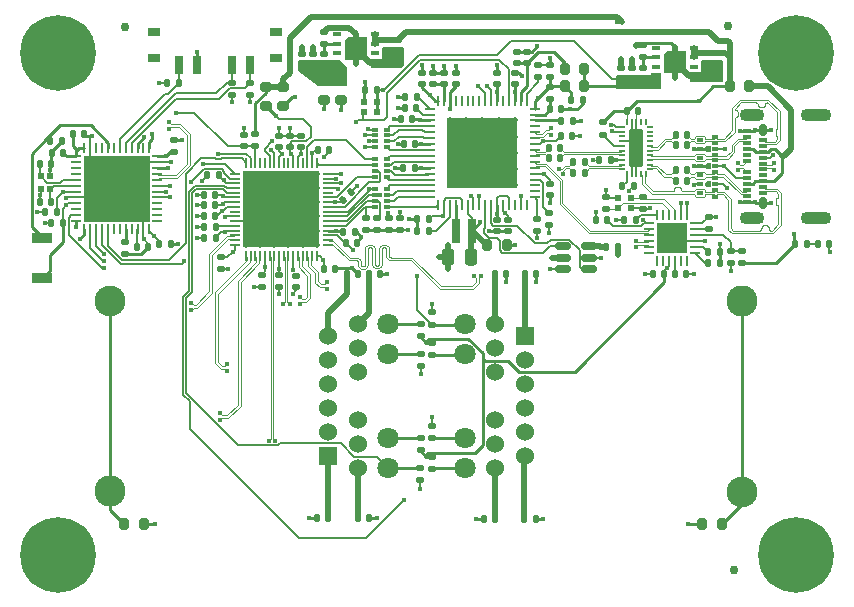
<source format=gbr>
G04 #@! TF.GenerationSoftware,KiCad,Pcbnew,5.99.0-unknown-r23941-4f651901*
G04 #@! TF.CreationDate,2020-11-30T00:39:52+01:00*
G04 #@! TF.ProjectId,whisperbounce,77686973-7065-4726-926f-756e63652e6b,rev?*
G04 #@! TF.SameCoordinates,Original*
G04 #@! TF.FileFunction,Copper,L1,Top*
G04 #@! TF.FilePolarity,Positive*
%FSLAX46Y46*%
G04 Gerber Fmt 4.6, Leading zero omitted, Abs format (unit mm)*
G04 Created by KiCad (PCBNEW 5.99.0-unknown-r23941-4f651901) date 2020-11-30 00:39:52*
%MOMM*%
%LPD*%
G01*
G04 APERTURE LIST*
G04 Aperture macros list*
%AMRoundRect*
0 Rectangle with rounded corners*
0 $1 Rounding radius*
0 $2 $3 $4 $5 $6 $7 $8 $9 X,Y pos of 4 corners*
0 Add a 4 corners polygon primitive as box body*
4,1,4,$2,$3,$4,$5,$6,$7,$8,$9,$2,$3,0*
0 Add four circle primitives for the rounded corners*
1,1,$1+$1,$2,$3,0*
1,1,$1+$1,$4,$5,0*
1,1,$1+$1,$6,$7,0*
1,1,$1+$1,$8,$9,0*
0 Add four rect primitives between the rounded corners*
20,1,$1+$1,$2,$3,$4,$5,0*
20,1,$1+$1,$4,$5,$6,$7,0*
20,1,$1+$1,$6,$7,$8,$9,0*
20,1,$1+$1,$8,$9,$2,$3,0*%
G04 Aperture macros list end*
G04 #@! TA.AperFunction,SMDPad,CuDef*
%ADD10RoundRect,0.140000X0.140000X0.170000X-0.140000X0.170000X-0.140000X-0.170000X0.140000X-0.170000X0*%
G04 #@! TD*
G04 #@! TA.AperFunction,SMDPad,CuDef*
%ADD11R,0.700000X0.400000*%
G04 #@! TD*
G04 #@! TA.AperFunction,SMDPad,CuDef*
%ADD12RoundRect,0.140000X-0.140000X-0.170000X0.140000X-0.170000X0.140000X0.170000X-0.140000X0.170000X0*%
G04 #@! TD*
G04 #@! TA.AperFunction,SMDPad,CuDef*
%ADD13RoundRect,0.135000X-0.185000X0.135000X-0.185000X-0.135000X0.185000X-0.135000X0.185000X0.135000X0*%
G04 #@! TD*
G04 #@! TA.AperFunction,SMDPad,CuDef*
%ADD14RoundRect,0.200000X-0.200000X-0.275000X0.200000X-0.275000X0.200000X0.275000X-0.200000X0.275000X0*%
G04 #@! TD*
G04 #@! TA.AperFunction,SMDPad,CuDef*
%ADD15RoundRect,0.200000X-0.275000X0.200000X-0.275000X-0.200000X0.275000X-0.200000X0.275000X0.200000X0*%
G04 #@! TD*
G04 #@! TA.AperFunction,ComponentPad*
%ADD16C,0.800000*%
G04 #@! TD*
G04 #@! TA.AperFunction,ComponentPad*
%ADD17C,6.400000*%
G04 #@! TD*
G04 #@! TA.AperFunction,SMDPad,CuDef*
%ADD18RoundRect,0.140000X-0.170000X0.140000X-0.170000X-0.140000X0.170000X-0.140000X0.170000X0.140000X0*%
G04 #@! TD*
G04 #@! TA.AperFunction,SMDPad,CuDef*
%ADD19RoundRect,0.135000X0.135000X0.185000X-0.135000X0.185000X-0.135000X-0.185000X0.135000X-0.185000X0*%
G04 #@! TD*
G04 #@! TA.AperFunction,SMDPad,CuDef*
%ADD20RoundRect,0.135000X0.185000X-0.135000X0.185000X0.135000X-0.185000X0.135000X-0.185000X-0.135000X0*%
G04 #@! TD*
G04 #@! TA.AperFunction,SMDPad,CuDef*
%ADD21RoundRect,0.140000X0.170000X-0.140000X0.170000X0.140000X-0.170000X0.140000X-0.170000X-0.140000X0*%
G04 #@! TD*
G04 #@! TA.AperFunction,SMDPad,CuDef*
%ADD22RoundRect,0.147500X0.147500X0.172500X-0.147500X0.172500X-0.147500X-0.172500X0.147500X-0.172500X0*%
G04 #@! TD*
G04 #@! TA.AperFunction,SMDPad,CuDef*
%ADD23RoundRect,0.135000X-0.135000X-0.185000X0.135000X-0.185000X0.135000X0.185000X-0.135000X0.185000X0*%
G04 #@! TD*
G04 #@! TA.AperFunction,SMDPad,CuDef*
%ADD24R,0.600000X0.500000*%
G04 #@! TD*
G04 #@! TA.AperFunction,SMDPad,CuDef*
%ADD25R,0.500000X0.450000*%
G04 #@! TD*
G04 #@! TA.AperFunction,SMDPad,CuDef*
%ADD26R,0.500000X0.300000*%
G04 #@! TD*
G04 #@! TA.AperFunction,SMDPad,CuDef*
%ADD27RoundRect,0.062500X-0.375000X-0.062500X0.375000X-0.062500X0.375000X0.062500X-0.375000X0.062500X0*%
G04 #@! TD*
G04 #@! TA.AperFunction,SMDPad,CuDef*
%ADD28RoundRect,0.062500X-0.062500X-0.375000X0.062500X-0.375000X0.062500X0.375000X-0.062500X0.375000X0*%
G04 #@! TD*
G04 #@! TA.AperFunction,SMDPad,CuDef*
%ADD29R,5.600000X5.600000*%
G04 #@! TD*
G04 #@! TA.AperFunction,SMDPad,CuDef*
%ADD30R,0.500000X0.600000*%
G04 #@! TD*
G04 #@! TA.AperFunction,SMDPad,CuDef*
%ADD31C,0.750000*%
G04 #@! TD*
G04 #@! TA.AperFunction,SMDPad,CuDef*
%ADD32R,0.650000X2.000000*%
G04 #@! TD*
G04 #@! TA.AperFunction,SMDPad,CuDef*
%AMFp33*
4,1,18,0.050000,0.250000,0.069134,0.246194,0.085355,0.235354,0.096194,0.219133,0.100000,0.199999,0.099999,-0.200000,0.096193,-0.219134,0.085354,-0.235355,0.069133,-0.246194,0.049999,-0.250000,-0.050000,-0.250000,-0.069134,-0.246194,-0.085355,-0.235354,-0.096194,-0.219133,-0.100000,-0.199999,-0.099999,0.160000,-0.009999,0.250000,0.050000,0.250000,0.050000,0.250000,$1*%
%ADD33Fp33,270.000000*%
G04 #@! TD*
G04 #@! TA.AperFunction,SMDPad,CuDef*
%ADD34RoundRect,0.050000X-0.200000X0.050000X-0.200000X-0.050000X0.200000X-0.050000X0.200000X0.050000X0*%
G04 #@! TD*
G04 #@! TA.AperFunction,SMDPad,CuDef*
%AMFp35*
4,1,18,0.096193,-0.219134,0.085354,-0.235355,0.069133,-0.246194,0.049999,-0.250000,-0.050000,-0.250000,-0.069134,-0.246194,-0.085355,-0.235354,-0.096194,-0.219133,-0.100000,-0.199999,-0.099999,0.200000,-0.096193,0.219134,-0.085354,0.235355,-0.069133,0.246194,-0.049999,0.250000,0.010000,0.250000,0.100000,0.159999,0.099999,-0.200000,0.096193,-0.219134,0.096193,-0.219134,$1*%
%ADD35Fp35,270.000000*%
G04 #@! TD*
G04 #@! TA.AperFunction,SMDPad,CuDef*
%AMFp36*
4,1,18,0.050000,0.250000,0.069134,0.246194,0.085355,0.235355,0.096194,0.219134,0.100000,0.200000,0.100000,-0.200000,0.096194,-0.219134,0.085355,-0.235355,0.069134,-0.246194,0.050000,-0.250000,-0.050000,-0.250000,-0.069134,-0.246194,-0.085355,-0.235355,-0.096194,-0.219134,-0.100000,-0.200000,-0.100000,0.160000,-0.010000,0.250000,0.050000,0.250000,0.050000,0.250000,$1*%
%ADD36Fp36,0.000000*%
G04 #@! TD*
G04 #@! TA.AperFunction,SMDPad,CuDef*
%ADD37RoundRect,0.050000X-0.050000X-0.200000X0.050000X-0.200000X0.050000X0.200000X-0.050000X0.200000X0*%
G04 #@! TD*
G04 #@! TA.AperFunction,SMDPad,CuDef*
%AMFp38*
4,1,18,0.096194,-0.219134,0.085355,-0.235355,0.069134,-0.246194,0.050000,-0.250000,-0.050000,-0.250000,-0.069134,-0.246194,-0.085355,-0.235355,-0.096194,-0.219134,-0.100000,-0.200000,-0.100000,0.200000,-0.096194,0.219134,-0.085355,0.235355,-0.069134,0.246194,-0.050000,0.250000,0.010000,0.250000,0.100000,0.160000,0.100000,-0.200000,0.096194,-0.219134,0.096194,-0.219134,$1*%
%ADD38Fp38,0.000000*%
G04 #@! TD*
G04 #@! TA.AperFunction,SMDPad,CuDef*
%AMFp39*
4,1,18,0.050000,0.250000,0.069134,0.246194,0.085355,0.235355,0.096194,0.219134,0.100000,0.200000,0.099999,-0.200000,0.096193,-0.219134,0.085354,-0.235355,0.069133,-0.246194,0.049999,-0.250000,-0.050000,-0.250000,-0.069134,-0.246194,-0.085355,-0.235355,-0.096194,-0.219134,-0.100000,-0.200000,-0.099999,0.160000,-0.009999,0.250000,0.050000,0.250000,0.050000,0.250000,$1*%
%ADD39Fp39,90.000000*%
G04 #@! TD*
G04 #@! TA.AperFunction,SMDPad,CuDef*
%ADD40RoundRect,0.050000X0.200000X-0.050000X0.200000X0.050000X-0.200000X0.050000X-0.200000X-0.050000X0*%
G04 #@! TD*
G04 #@! TA.AperFunction,SMDPad,CuDef*
%AMFp41*
4,1,18,0.096193,-0.219134,0.085354,-0.235355,0.069133,-0.246194,0.049999,-0.250000,-0.050000,-0.250000,-0.069134,-0.246194,-0.085355,-0.235355,-0.096194,-0.219134,-0.100000,-0.200000,-0.099999,0.200000,-0.096193,0.219134,-0.085354,0.235355,-0.069133,0.246194,-0.049999,0.250000,0.010000,0.250000,0.100000,0.160000,0.099999,-0.200000,0.096193,-0.219134,0.096193,-0.219134,$1*%
%ADD41Fp41,90.000000*%
G04 #@! TD*
G04 #@! TA.AperFunction,SMDPad,CuDef*
%AMFp42*
4,1,18,0.050000,0.250000,0.069134,0.246194,0.085355,0.235355,0.096194,0.219134,0.100000,0.200000,0.099999,-0.200000,0.096193,-0.219134,0.085354,-0.235355,0.069133,-0.246194,0.049999,-0.250000,-0.050000,-0.250000,-0.069134,-0.246194,-0.085355,-0.235355,-0.096194,-0.219134,-0.100000,-0.200000,-0.099999,0.160000,-0.009999,0.250000,0.050000,0.250000,0.050000,0.250000,$1*%
%ADD42Fp42,180.000000*%
G04 #@! TD*
G04 #@! TA.AperFunction,SMDPad,CuDef*
%ADD43RoundRect,0.050000X0.050000X0.200000X-0.050000X0.200000X-0.050000X-0.200000X0.050000X-0.200000X0*%
G04 #@! TD*
G04 #@! TA.AperFunction,SMDPad,CuDef*
%AMFp44*
4,1,18,0.096193,-0.219134,0.085354,-0.235355,0.069133,-0.246194,0.049999,-0.250000,-0.050000,-0.250000,-0.069134,-0.246194,-0.085355,-0.235355,-0.096194,-0.219134,-0.100000,-0.200000,-0.099999,0.200000,-0.096193,0.219134,-0.085354,0.235355,-0.069133,0.246194,-0.049999,0.250000,0.010000,0.250000,0.100000,0.160000,0.099999,-0.200000,0.096193,-0.219134,0.096193,-0.219134,$1*%
%ADD44Fp44,180.000000*%
G04 #@! TD*
G04 #@! TA.AperFunction,ComponentPad*
%ADD45C,0.400000*%
G04 #@! TD*
G04 #@! TA.AperFunction,SMDPad,CuDef*
%ADD46RoundRect,0.120000X0.480000X1.480000X-0.480000X1.480000X-0.480000X-1.480000X0.480000X-1.480000X0*%
G04 #@! TD*
G04 #@! TA.AperFunction,SMDPad,CuDef*
%ADD47RoundRect,0.140000X-0.021213X0.219203X-0.219203X0.021213X0.021213X-0.219203X0.219203X-0.021213X0*%
G04 #@! TD*
G04 #@! TA.AperFunction,SMDPad,CuDef*
%ADD48RoundRect,0.050000X0.050000X-0.350000X0.050000X0.350000X-0.050000X0.350000X-0.050000X-0.350000X0*%
G04 #@! TD*
G04 #@! TA.AperFunction,SMDPad,CuDef*
%ADD49RoundRect,0.050000X0.350000X-0.050000X0.350000X0.050000X-0.350000X0.050000X-0.350000X-0.050000X0*%
G04 #@! TD*
G04 #@! TA.AperFunction,ComponentPad*
%ADD50C,0.500000*%
G04 #@! TD*
G04 #@! TA.AperFunction,SMDPad,CuDef*
%ADD51R,6.500000X6.500000*%
G04 #@! TD*
G04 #@! TA.AperFunction,SMDPad,CuDef*
%ADD52R,0.500000X0.400000*%
G04 #@! TD*
G04 #@! TA.AperFunction,SMDPad,CuDef*
%ADD53R,6.000000X6.000000*%
G04 #@! TD*
G04 #@! TA.AperFunction,SMDPad,CuDef*
%ADD54RoundRect,0.062500X-0.350000X-0.062500X0.350000X-0.062500X0.350000X0.062500X-0.350000X0.062500X0*%
G04 #@! TD*
G04 #@! TA.AperFunction,SMDPad,CuDef*
%ADD55RoundRect,0.062500X-0.062500X-0.350000X0.062500X-0.350000X0.062500X0.350000X-0.062500X0.350000X0*%
G04 #@! TD*
G04 #@! TA.AperFunction,SMDPad,CuDef*
%ADD56R,2.600000X2.600000*%
G04 #@! TD*
G04 #@! TA.AperFunction,SMDPad,CuDef*
%ADD57RoundRect,0.250000X0.250000X0.475000X-0.250000X0.475000X-0.250000X-0.475000X0.250000X-0.475000X0*%
G04 #@! TD*
G04 #@! TA.AperFunction,SMDPad,CuDef*
%ADD58RoundRect,0.200000X0.200000X0.275000X-0.200000X0.275000X-0.200000X-0.275000X0.200000X-0.275000X0*%
G04 #@! TD*
G04 #@! TA.AperFunction,SMDPad,CuDef*
%ADD59RoundRect,0.150000X-0.512500X-0.150000X0.512500X-0.150000X0.512500X0.150000X-0.512500X0.150000X0*%
G04 #@! TD*
G04 #@! TA.AperFunction,SMDPad,CuDef*
%ADD60RoundRect,0.075000X0.275000X-0.075000X0.275000X0.075000X-0.275000X0.075000X-0.275000X-0.075000X0*%
G04 #@! TD*
G04 #@! TA.AperFunction,SMDPad,CuDef*
%ADD61RoundRect,0.175000X0.175000X-0.325000X0.175000X0.325000X-0.175000X0.325000X-0.175000X-0.325000X0*%
G04 #@! TD*
G04 #@! TA.AperFunction,ComponentPad*
%ADD62O,2.600000X1.100000*%
G04 #@! TD*
G04 #@! TA.AperFunction,ComponentPad*
%ADD63O,2.100000X1.100000*%
G04 #@! TD*
G04 #@! TA.AperFunction,ComponentPad*
%ADD64R,1.524000X1.524000*%
G04 #@! TD*
G04 #@! TA.AperFunction,ComponentPad*
%ADD65C,1.524000*%
G04 #@! TD*
G04 #@! TA.AperFunction,ComponentPad*
%ADD66C,1.800000*%
G04 #@! TD*
G04 #@! TA.AperFunction,ComponentPad*
%ADD67C,2.630000*%
G04 #@! TD*
G04 #@! TA.AperFunction,ComponentPad*
%ADD68C,2.610000*%
G04 #@! TD*
G04 #@! TA.AperFunction,SMDPad,CuDef*
%ADD69R,1.700000X0.900000*%
G04 #@! TD*
G04 #@! TA.AperFunction,SMDPad,CuDef*
%ADD70R,1.000000X0.800000*%
G04 #@! TD*
G04 #@! TA.AperFunction,SMDPad,CuDef*
%ADD71R,0.700000X1.500000*%
G04 #@! TD*
G04 #@! TA.AperFunction,ViaPad*
%ADD72C,0.450000*%
G04 #@! TD*
G04 #@! TA.AperFunction,Conductor*
%ADD73C,0.250000*%
G04 #@! TD*
G04 #@! TA.AperFunction,Conductor*
%ADD74C,0.120000*%
G04 #@! TD*
G04 #@! TA.AperFunction,Conductor*
%ADD75C,0.200000*%
G04 #@! TD*
G04 #@! TA.AperFunction,Conductor*
%ADD76C,0.150000*%
G04 #@! TD*
G04 #@! TA.AperFunction,Conductor*
%ADD77C,0.500000*%
G04 #@! TD*
G04 #@! TA.AperFunction,Conductor*
%ADD78C,0.100000*%
G04 #@! TD*
G04 APERTURE END LIST*
D10*
G04 #@! TO.P,C13,1*
G04 #@! TO.N,/USB-C/C_USB3_TX-*
X156260000Y-62685000D03*
G04 #@! TO.P,C13,2*
G04 #@! TO.N,/USB3_TX+*
X155300000Y-62685000D03*
G04 #@! TD*
D11*
G04 #@! TO.P,U8,1*
G04 #@! TO.N,N/C*
X137350000Y-52200000D03*
G04 #@! TO.P,U8,2,FB*
G04 #@! TO.N,Net-(C72-Pad1)*
X137350000Y-53000000D03*
G04 #@! TO.P,U8,3*
G04 #@! TO.N,N/C*
X137350000Y-53800000D03*
G04 #@! TO.P,U8,4,VOUT*
G04 #@! TO.N,+1V2*
X137350000Y-54600000D03*
G04 #@! TO.P,U8,5,GND*
G04 #@! TO.N,GND*
X140550000Y-54600000D03*
G04 #@! TO.P,U8,6*
G04 #@! TO.N,N/C*
X140550000Y-53800000D03*
G04 #@! TO.P,U8,7,EN*
G04 #@! TO.N,+5V*
X140550000Y-53000000D03*
G04 #@! TO.P,U8,8,VIN*
X140550000Y-52200000D03*
G04 #@! TA.AperFunction,SMDPad,CuDef*
G04 #@! TO.P,U8,9,GND*
G04 #@! TO.N,GND*
G36*
X139900000Y-54350000D02*
G01*
X138000000Y-54350000D01*
X138000000Y-52700000D01*
X138250000Y-52450000D01*
X139900000Y-52450000D01*
X139900000Y-54350000D01*
G37*
G04 #@! TD.AperFunction*
G04 #@! TD*
D12*
G04 #@! TO.P,C21,1*
G04 #@! TO.N,GND*
X159560000Y-62840000D03*
G04 #@! TO.P,C21,2*
G04 #@! TO.N,+3V3*
X160520000Y-62840000D03*
G04 #@! TD*
D10*
G04 #@! TO.P,C47,1*
G04 #@! TO.N,+3V3*
X114121578Y-68176251D03*
G04 #@! TO.P,C47,2*
G04 #@! TO.N,GND*
X113161578Y-68176251D03*
G04 #@! TD*
G04 #@! TO.P,C84,1*
G04 #@! TO.N,GND*
X151670000Y-72490000D03*
G04 #@! TO.P,C84,2*
G04 #@! TO.N,Net-(C84-Pad2)*
X150710000Y-72490000D03*
G04 #@! TD*
D13*
G04 #@! TO.P,R17,1*
G04 #@! TO.N,/controller/SW_A*
X130000000Y-56290000D03*
G04 #@! TO.P,R17,2*
G04 #@! TO.N,GND*
X130000000Y-57310000D03*
G04 #@! TD*
D10*
G04 #@! TO.P,C12,1*
G04 #@! TO.N,/USB-C/C_USB3_RX+*
X158339999Y-62970000D03*
G04 #@! TO.P,C12,2*
G04 #@! TO.N,/USB3_RX-*
X157379999Y-62970000D03*
G04 #@! TD*
D14*
G04 #@! TO.P,FB4,1*
G04 #@! TO.N,/USB ETH/V_{DD12}*
X150075000Y-70050000D03*
G04 #@! TO.P,FB4,2*
G04 #@! TO.N,/USB ETH/V_{DD12A}*
X151725000Y-70050000D03*
G04 #@! TD*
D15*
G04 #@! TO.P,FB6,1*
G04 #@! TO.N,+1V2*
X137720000Y-56125000D03*
G04 #@! TO.P,FB6,2*
G04 #@! TO.N,/ETH Switch/DV_{DDL}*
X137720000Y-57775000D03*
G04 #@! TD*
D12*
G04 #@! TO.P,C23,1*
G04 #@! TO.N,/USB ETH/V_{DD12A}*
X156320000Y-60800000D03*
G04 #@! TO.P,C23,2*
G04 #@! TO.N,GND*
X157280000Y-60800000D03*
G04 #@! TD*
D16*
G04 #@! TO.P,H4,1,1*
G04 #@! TO.N,Net-(H4-Pad1)*
X111350000Y-53750000D03*
X113750000Y-51350000D03*
X113750000Y-56150000D03*
X115447056Y-52052944D03*
X112052944Y-52052944D03*
X112052944Y-55447056D03*
X116150000Y-53750000D03*
X115447056Y-55447056D03*
D17*
X113750000Y-53750000D03*
G04 #@! TD*
D13*
G04 #@! TO.P,R18,1*
G04 #@! TO.N,/controller/SW_B*
X128500000Y-56290000D03*
G04 #@! TO.P,R18,2*
G04 #@! TO.N,GND*
X128500000Y-57310000D03*
G04 #@! TD*
D18*
G04 #@! TO.P,C67,1*
G04 #@! TO.N,GND*
X134320000Y-60780000D03*
G04 #@! TO.P,C67,2*
G04 #@! TO.N,/ETH Switch/DV_{DDL}*
X134320000Y-61740000D03*
G04 #@! TD*
D19*
G04 #@! TO.P,R32,1*
G04 #@! TO.N,Net-(R32-Pad1)*
X127090000Y-68520000D03*
G04 #@! TO.P,R32,2*
G04 #@! TO.N,GND*
X126070000Y-68520000D03*
G04 #@! TD*
D18*
G04 #@! TO.P,C62,1*
G04 #@! TO.N,GND*
X133400000Y-60780000D03*
G04 #@! TO.P,C62,2*
G04 #@! TO.N,/ETH Switch/V_{DDIO}*
X133400000Y-61740000D03*
G04 #@! TD*
D12*
G04 #@! TO.P,C68,1*
G04 #@! TO.N,GND*
X126110000Y-67590000D03*
G04 #@! TO.P,C68,2*
G04 #@! TO.N,/ETH Switch/AV_{DDL}*
X127070000Y-67590000D03*
G04 #@! TD*
G04 #@! TO.P,C76,1*
G04 #@! TO.N,GND*
X139745000Y-56925000D03*
G04 #@! TO.P,C76,2*
G04 #@! TO.N,+3V3*
X140705000Y-56925000D03*
G04 #@! TD*
D20*
G04 #@! TO.P,R22,1*
G04 #@! TO.N,Net-(C72-Pad1)*
X136275000Y-53010000D03*
G04 #@! TO.P,R22,2*
G04 #@! TO.N,GND*
X136275000Y-51990000D03*
G04 #@! TD*
D21*
G04 #@! TO.P,C42,1*
G04 #@! TO.N,Net-(C41-Pad1)*
X145500000Y-56430000D03*
G04 #@! TO.P,C42,2*
G04 #@! TO.N,GND*
X145500000Y-55470000D03*
G04 #@! TD*
D22*
G04 #@! TO.P,D1,1,K*
G04 #@! TO.N,GND*
X179055000Y-69930000D03*
G04 #@! TO.P,D1,2,A*
G04 #@! TO.N,Net-(D1-Pad2)*
X178085000Y-69930000D03*
G04 #@! TD*
D20*
G04 #@! TO.P,R29,1*
G04 #@! TO.N,+3V3*
X141725000Y-68735000D03*
G04 #@! TO.P,R29,2*
G04 #@! TO.N,/RXD1*
X141725000Y-67715000D03*
G04 #@! TD*
D12*
G04 #@! TO.P,C40,1*
G04 #@! TO.N,GND*
X143120000Y-58400000D03*
G04 #@! TO.P,C40,2*
G04 #@! TO.N,Net-(C40-Pad2)*
X144080000Y-58400000D03*
G04 #@! TD*
D10*
G04 #@! TO.P,C8,1*
G04 #@! TO.N,/USB-C/CTX1-*
X166990000Y-63680000D03*
G04 #@! TO.P,C8,2*
G04 #@! TO.N,/USB-C/C_CTX1+*
X166030000Y-63680000D03*
G04 #@! TD*
D21*
G04 #@! TO.P,C35,1*
G04 #@! TO.N,/USB ETH/V_{DDVARIO}*
X152450000Y-56430000D03*
G04 #@! TO.P,C35,2*
G04 #@! TO.N,GND*
X152450000Y-55470000D03*
G04 #@! TD*
D23*
G04 #@! TO.P,R20,1*
G04 #@! TO.N,Net-(R20-Pad1)*
X113090000Y-61200000D03*
G04 #@! TO.P,R20,2*
G04 #@! TO.N,GND*
X114110000Y-61200000D03*
G04 #@! TD*
D24*
G04 #@! TO.P,X1,1,EN*
G04 #@! TO.N,+3V3*
X140725000Y-57950000D03*
G04 #@! TO.P,X1,2,GND*
G04 #@! TO.N,GND*
X139625000Y-57950000D03*
G04 #@! TO.P,X1,3,OUT*
G04 #@! TO.N,/CLK_25M*
X139625000Y-58750000D03*
G04 #@! TO.P,X1,4,Vdd*
G04 #@! TO.N,+3V3*
X140725000Y-58750000D03*
G04 #@! TD*
D18*
G04 #@! TO.P,C74,1*
G04 #@! TO.N,GND*
X134400000Y-53865000D03*
G04 #@! TO.P,C74,2*
G04 #@! TO.N,+1V2*
X134400000Y-54825000D03*
G04 #@! TD*
D10*
G04 #@! TO.P,C52,1*
G04 #@! TO.N,GND*
X121380000Y-70200000D03*
G04 #@! TO.P,C52,2*
G04 #@! TO.N,Net-(C52-Pad2)*
X120420000Y-70200000D03*
G04 #@! TD*
D13*
G04 #@! TO.P,R35,1*
G04 #@! TO.N,+3V3*
X145400000Y-87940000D03*
G04 #@! TO.P,R35,2*
G04 #@! TO.N,Net-(J4-Pad16)*
X145400000Y-88960000D03*
G04 #@! TD*
D12*
G04 #@! TO.P,C37,1*
G04 #@! TO.N,/USB ETH/V_{DDVARIO}*
X157200000Y-57790000D03*
G04 #@! TO.P,C37,2*
G04 #@! TO.N,GND*
X158160000Y-57790000D03*
G04 #@! TD*
D13*
G04 #@! TO.P,R8,1*
G04 #@! TO.N,+3V3*
X168830000Y-67640000D03*
G04 #@! TO.P,R8,2*
G04 #@! TO.N,Net-(R8-Pad2)*
X168830000Y-68660000D03*
G04 #@! TD*
D10*
G04 #@! TO.P,C14,1*
G04 #@! TO.N,/USB-C/C_USB3_RX-*
X158340000Y-63890000D03*
G04 #@! TO.P,C14,2*
G04 #@! TO.N,/USB3_RX+*
X157380000Y-63890000D03*
G04 #@! TD*
D18*
G04 #@! TO.P,C33,1*
G04 #@! TO.N,/USB ETH/V_{DDVARIO}*
X150900000Y-67920000D03*
G04 #@! TO.P,C33,2*
G04 #@! TO.N,GND*
X150900000Y-68880000D03*
G04 #@! TD*
D21*
G04 #@! TO.P,C2,1*
G04 #@! TO.N,GND*
X169620000Y-54700000D03*
G04 #@! TO.P,C2,2*
G04 #@! TO.N,+5V*
X169620000Y-53740000D03*
G04 #@! TD*
D25*
G04 #@! TO.P,U3,1*
G04 #@! TO.N,/USB-C/CRX1-*
X169400000Y-65945000D03*
D26*
G04 #@! TO.P,U3,2*
G04 #@! TO.N,/USB-C/CRX1+*
X169400000Y-65370000D03*
G04 #@! TO.P,U3,3*
G04 #@! TO.N,/UFP_USB2_D-*
X169400000Y-64870000D03*
G04 #@! TO.P,U3,4*
G04 #@! TO.N,/USB-C/CTX1+*
X169400000Y-64370000D03*
G04 #@! TO.P,U3,5*
G04 #@! TO.N,/USB-C/CTX1-*
X169400000Y-63870000D03*
G04 #@! TO.P,U3,6*
G04 #@! TO.N,/USB-C/CC1*
X169400000Y-63370000D03*
G04 #@! TO.P,U3,7*
G04 #@! TO.N,/USB-C/CRX2-*
X169400000Y-62870000D03*
G04 #@! TO.P,U3,8*
G04 #@! TO.N,/USB-C/CRX2+*
X169400000Y-62370000D03*
G04 #@! TO.P,U3,9*
G04 #@! TO.N,/USB-C/CC2*
X169400000Y-61870000D03*
G04 #@! TO.P,U3,10*
G04 #@! TO.N,/USB-C/CTX2+*
X169400000Y-61370000D03*
G04 #@! TO.P,U3,11*
G04 #@! TO.N,/USB-C/CTX2-*
X169400000Y-60870000D03*
G04 #@! TO.P,U3,12*
G04 #@! TO.N,N/C*
X168100000Y-61120000D03*
G04 #@! TO.P,U3,13*
G04 #@! TO.N,GND*
X168100000Y-61870000D03*
G04 #@! TO.P,U3,14*
G04 #@! TO.N,N/C*
X168100000Y-62620000D03*
G04 #@! TO.P,U3,15*
G04 #@! TO.N,GND*
X168100000Y-63370000D03*
G04 #@! TO.P,U3,16*
G04 #@! TO.N,N/C*
X168100000Y-64120000D03*
G04 #@! TO.P,U3,17*
G04 #@! TO.N,/UFP_USB2_D+*
X168100000Y-64870000D03*
G04 #@! TO.P,U3,18*
G04 #@! TO.N,N/C*
X168100000Y-65620000D03*
G04 #@! TA.AperFunction,SMDPad,CuDef*
G04 #@! TO.P,U3,19*
G36*
X168650001Y-64620000D02*
G01*
X169000000Y-64620001D01*
X168999999Y-65120000D01*
X168650000Y-65120000D01*
X168500000Y-64969999D01*
X168500000Y-64770000D01*
X168650001Y-64620000D01*
G37*
G04 #@! TD.AperFunction*
G04 #@! TA.AperFunction,SMDPad,CuDef*
G04 #@! TO.P,U3,20*
G04 #@! TO.N,GND*
G36*
X168650001Y-63120000D02*
G01*
X169000000Y-63120001D01*
X168999999Y-63620000D01*
X168650000Y-63620000D01*
X168500000Y-63469999D01*
X168500000Y-63270000D01*
X168650001Y-63120000D01*
G37*
G04 #@! TD.AperFunction*
G04 #@! TA.AperFunction,SMDPad,CuDef*
G04 #@! TO.P,U3,21*
G36*
X168650001Y-61620000D02*
G01*
X169000000Y-61620001D01*
X168999999Y-62120000D01*
X168650000Y-62120000D01*
X168500000Y-61969999D01*
X168500000Y-61770000D01*
X168650001Y-61620000D01*
G37*
G04 #@! TD.AperFunction*
G04 #@! TD*
D27*
G04 #@! TO.P,U7,1,VBAT*
G04 #@! TO.N,+3V3*
X115282500Y-62500000D03*
G04 #@! TO.P,U7,2*
G04 #@! TO.N,N/C*
X115282500Y-63000000D03*
G04 #@! TO.P,U7,3*
X115282500Y-63500000D03*
G04 #@! TO.P,U7,4*
X115282500Y-64000000D03*
G04 #@! TO.P,U7,5,PH0*
G04 #@! TO.N,Net-(C49-Pad2)*
X115282500Y-64500000D03*
G04 #@! TO.P,U7,6,PH1*
G04 #@! TO.N,Net-(C50-Pad2)*
X115282500Y-65000000D03*
G04 #@! TO.P,U7,7,NRST*
G04 #@! TO.N,/controller/RST*
X115282500Y-65500000D03*
G04 #@! TO.P,U7,8,VSSA*
G04 #@! TO.N,GND*
X115282500Y-66000000D03*
G04 #@! TO.P,U7,9,VREF+*
G04 #@! TO.N,+3V3*
X115282500Y-66500000D03*
G04 #@! TO.P,U7,10*
G04 #@! TO.N,N/C*
X115282500Y-67000000D03*
G04 #@! TO.P,U7,11,PA1*
G04 #@! TO.N,/~ETH_RST*
X115282500Y-67500000D03*
G04 #@! TO.P,U7,12,PA2*
G04 #@! TO.N,/controller/TX*
X115282500Y-68000000D03*
D28*
G04 #@! TO.P,U7,13,PA3*
G04 #@! TO.N,/controller/RX*
X115970000Y-68687500D03*
G04 #@! TO.P,U7,14,PA4*
G04 #@! TO.N,/~ETH_SCS*
X116470000Y-68687500D03*
G04 #@! TO.P,U7,15,PA5*
G04 #@! TO.N,/ETH_SCL*
X116970000Y-68687500D03*
G04 #@! TO.P,U7,16,PA6*
G04 #@! TO.N,/ETH_SDO*
X117470000Y-68687500D03*
G04 #@! TO.P,U7,17,PA7*
G04 #@! TO.N,/ETH_SDI*
X117970000Y-68687500D03*
G04 #@! TO.P,U7,18*
G04 #@! TO.N,N/C*
X118470000Y-68687500D03*
G04 #@! TO.P,U7,19*
X118970000Y-68687500D03*
G04 #@! TO.P,U7,20,PB2*
G04 #@! TO.N,Net-(R21-Pad1)*
X119470000Y-68687500D03*
G04 #@! TO.P,U7,21*
G04 #@! TO.N,N/C*
X119970000Y-68687500D03*
G04 #@! TO.P,U7,22,VCAP1*
G04 #@! TO.N,Net-(C52-Pad2)*
X120470000Y-68687500D03*
G04 #@! TO.P,U7,23,VSS*
G04 #@! TO.N,GND*
X120970000Y-68687500D03*
G04 #@! TO.P,U7,24,VDD*
G04 #@! TO.N,+3V3*
X121470000Y-68687500D03*
D27*
G04 #@! TO.P,U7,25*
G04 #@! TO.N,N/C*
X122157500Y-68000000D03*
G04 #@! TO.P,U7,26*
X122157500Y-67500000D03*
G04 #@! TO.P,U7,27*
X122157500Y-67000000D03*
G04 #@! TO.P,U7,28*
X122157500Y-66500000D03*
G04 #@! TO.P,U7,29,PA8*
G04 #@! TO.N,/LAN_MDC*
X122157500Y-66000000D03*
G04 #@! TO.P,U7,30,PA9*
G04 #@! TO.N,/LAN_MDIO*
X122157500Y-65500000D03*
G04 #@! TO.P,U7,31,PA10*
G04 #@! TO.N,/~LAN_PHY_INT*
X122157500Y-65000000D03*
G04 #@! TO.P,U7,32,PA11*
G04 #@! TO.N,/uC_USB_D-*
X122157500Y-64500000D03*
G04 #@! TO.P,U7,33,PA12*
G04 #@! TO.N,/uC_USB_D+*
X122157500Y-64000000D03*
G04 #@! TO.P,U7,34,PA13*
G04 #@! TO.N,/controller/SWD_DIO*
X122157500Y-63500000D03*
G04 #@! TO.P,U7,35,VSS*
G04 #@! TO.N,GND*
X122157500Y-63000000D03*
G04 #@! TO.P,U7,36,VDD*
G04 #@! TO.N,+3V3*
X122157500Y-62500000D03*
D28*
G04 #@! TO.P,U7,37,PA14*
G04 #@! TO.N,/controller/SWD_CLK*
X121470000Y-61812500D03*
G04 #@! TO.P,U7,38*
G04 #@! TO.N,N/C*
X120970000Y-61812500D03*
G04 #@! TO.P,U7,39,PB3*
G04 #@! TO.N,/controller/SWD_SWO*
X120470000Y-61812500D03*
G04 #@! TO.P,U7,40,PB4*
G04 #@! TO.N,/controller/SW_A*
X119970000Y-61812500D03*
G04 #@! TO.P,U7,41,PB5*
G04 #@! TO.N,/controller/SW_B*
X119470000Y-61812500D03*
G04 #@! TO.P,U7,42,PB6*
G04 #@! TO.N,/controller/SW_C*
X118970000Y-61812500D03*
G04 #@! TO.P,U7,43*
G04 #@! TO.N,N/C*
X118470000Y-61812500D03*
G04 #@! TO.P,U7,44,BOOT0*
G04 #@! TO.N,Net-(R20-Pad1)*
X117970000Y-61812500D03*
G04 #@! TO.P,U7,45*
G04 #@! TO.N,N/C*
X117470000Y-61812500D03*
G04 #@! TO.P,U7,46*
X116970000Y-61812500D03*
G04 #@! TO.P,U7,47,VSS*
G04 #@! TO.N,GND*
X116470000Y-61812500D03*
G04 #@! TO.P,U7,48,VDD*
G04 #@! TO.N,+3V3*
X115970000Y-61812500D03*
D29*
G04 #@! TO.P,U7,49,VSS*
G04 #@! TO.N,GND*
X118720000Y-65250000D03*
G04 #@! TD*
D12*
G04 #@! TO.P,C81,1*
G04 #@! TO.N,GND*
X149770000Y-93200000D03*
G04 #@! TO.P,C81,2*
G04 #@! TO.N,Net-(C81-Pad2)*
X150730000Y-93200000D03*
G04 #@! TD*
D23*
G04 #@! TO.P,R37,1*
G04 #@! TO.N,+5V*
X176160000Y-69940000D03*
G04 #@! TO.P,R37,2*
G04 #@! TO.N,Net-(D1-Pad2)*
X177180000Y-69940000D03*
G04 #@! TD*
D10*
G04 #@! TO.P,C78,1*
G04 #@! TO.N,GND*
X139130000Y-72490000D03*
G04 #@! TO.P,C78,2*
G04 #@! TO.N,Net-(C78-Pad2)*
X138170000Y-72490000D03*
G04 #@! TD*
G04 #@! TO.P,C49,1*
G04 #@! TO.N,GND*
X113150000Y-63175000D03*
G04 #@! TO.P,C49,2*
G04 #@! TO.N,Net-(C49-Pad2)*
X112190000Y-63175000D03*
G04 #@! TD*
D21*
G04 #@! TO.P,C41,1*
G04 #@! TO.N,Net-(C41-Pad1)*
X146450000Y-56430000D03*
G04 #@! TO.P,C41,2*
G04 #@! TO.N,GND*
X146450000Y-55470000D03*
G04 #@! TD*
D10*
G04 #@! TO.P,C32,1*
G04 #@! TO.N,/USB ETH/V_{DDVARIO}*
X145130000Y-67850000D03*
G04 #@! TO.P,C32,2*
G04 #@! TO.N,GND*
X144170000Y-67850000D03*
G04 #@! TD*
D13*
G04 #@! TO.P,R10,1*
G04 #@! TO.N,/USB ETH/V_{DDVARIO}*
X155400000Y-56640000D03*
G04 #@! TO.P,R10,2*
G04 #@! TO.N,Net-(C39-Pad1)*
X155400000Y-57660000D03*
G04 #@! TD*
D12*
G04 #@! TO.P,C50,1*
G04 #@! TO.N,GND*
X112190000Y-66350000D03*
G04 #@! TO.P,C50,2*
G04 #@! TO.N,Net-(C50-Pad2)*
X113150000Y-66350000D03*
G04 #@! TD*
D15*
G04 #@! TO.P,FB8,1*
G04 #@! TO.N,+3V3*
X131350000Y-56615000D03*
G04 #@! TO.P,FB8,2*
G04 #@! TO.N,/ETH Switch/V_{DDIO}*
X131350000Y-58265000D03*
G04 #@! TD*
D12*
G04 #@! TO.P,C1,1*
G04 #@! TO.N,+5V*
X161900000Y-58670000D03*
G04 #@! TO.P,C1,2*
G04 #@! TO.N,GND*
X162860000Y-58670000D03*
G04 #@! TD*
D30*
G04 #@! TO.P,Y2,1,1*
G04 #@! TO.N,Net-(C50-Pad2)*
X113070000Y-65300000D03*
G04 #@! TO.P,Y2,2,2*
G04 #@! TO.N,GND*
X113070000Y-64200000D03*
G04 #@! TO.P,Y2,3,3*
G04 #@! TO.N,Net-(C49-Pad2)*
X112270000Y-64200000D03*
G04 #@! TO.P,Y2,4,4*
G04 #@! TO.N,GND*
X112270000Y-65300000D03*
G04 #@! TD*
D10*
G04 #@! TO.P,C25,1*
G04 #@! TO.N,/USB ETH/V_{DDVARIO}*
X143980000Y-61500000D03*
G04 #@! TO.P,C25,2*
G04 #@! TO.N,GND*
X143020000Y-61500000D03*
G04 #@! TD*
D13*
G04 #@! TO.P,R15,1*
G04 #@! TO.N,Net-(R15-Pad1)*
X154300000Y-67790000D03*
G04 #@! TO.P,R15,2*
G04 #@! TO.N,/USB ETH/V_{DDVARIO}*
X154300000Y-68810000D03*
G04 #@! TD*
D31*
G04 #@! TO.P,FID2,*
G04 #@! TO.N,*
X170470000Y-51510000D03*
G04 #@! TD*
D21*
G04 #@! TO.P,C48,1*
G04 #@! TO.N,+3V3*
X123550000Y-62130000D03*
G04 #@! TO.P,C48,2*
G04 #@! TO.N,GND*
X123550000Y-61170000D03*
G04 #@! TD*
D20*
G04 #@! TO.P,R34,1*
G04 #@! TO.N,+3V3*
X144450000Y-87410000D03*
G04 #@! TO.P,R34,2*
G04 #@! TO.N,Net-(J3-Pad14)*
X144450000Y-86390000D03*
G04 #@! TD*
D12*
G04 #@! TO.P,C46,1*
G04 #@! TO.N,+3V3*
X122320000Y-69900000D03*
G04 #@! TO.P,C46,2*
G04 #@! TO.N,GND*
X123280000Y-69900000D03*
G04 #@! TD*
G04 #@! TO.P,C60,1*
G04 #@! TO.N,GND*
X126380000Y-64120000D03*
G04 #@! TO.P,C60,2*
G04 #@! TO.N,/ETH Switch/DV_{DDL}*
X127340000Y-64120000D03*
G04 #@! TD*
D21*
G04 #@! TO.P,C36,1*
G04 #@! TO.N,/USB ETH/V_{DDVARIO}*
X144550000Y-56430000D03*
G04 #@! TO.P,C36,2*
G04 #@! TO.N,GND*
X144550000Y-55470000D03*
G04 #@! TD*
D10*
G04 #@! TO.P,C5,1*
G04 #@! TO.N,/USB-C/CTX1+*
X166990000Y-64600000D03*
G04 #@! TO.P,C5,2*
G04 #@! TO.N,/USB-C/C_CTX1-*
X166030000Y-64600000D03*
G04 #@! TD*
D20*
G04 #@! TO.P,R31,1*
G04 #@! TO.N,+3V3*
X139825000Y-68735000D03*
G04 #@! TO.P,R31,2*
G04 #@! TO.N,/RXD3*
X139825000Y-67715000D03*
G04 #@! TD*
D10*
G04 #@! TO.P,C63,1*
G04 #@! TO.N,GND*
X139050000Y-69880000D03*
G04 #@! TO.P,C63,2*
G04 #@! TO.N,/ETH Switch/AV_{DDH}*
X138090000Y-69880000D03*
G04 #@! TD*
D32*
G04 #@! TO.P,L1,1*
G04 #@! TO.N,Net-(L1-Pad1)*
X147425000Y-68800000D03*
G04 #@! TO.P,L1,2*
G04 #@! TO.N,/USB ETH/V_{DD12}*
X148775000Y-68800000D03*
G04 #@! TD*
D10*
G04 #@! TO.P,C29,1*
G04 #@! TO.N,/USB ETH/V_{DDVARIO}*
X143930000Y-63500000D03*
G04 #@! TO.P,C29,2*
G04 #@! TO.N,GND*
X142970000Y-63500000D03*
G04 #@! TD*
D19*
G04 #@! TO.P,R7,1*
G04 #@! TO.N,+3V3*
X162540000Y-65050000D03*
G04 #@! TO.P,R7,2*
G04 #@! TO.N,Net-(R7-Pad2)*
X161520000Y-65050000D03*
G04 #@! TD*
D18*
G04 #@! TO.P,C75,1*
G04 #@! TO.N,GND*
X129460000Y-60715000D03*
G04 #@! TO.P,C75,2*
G04 #@! TO.N,/~ETH_RST*
X129460000Y-61675000D03*
G04 #@! TD*
D13*
G04 #@! TO.P,R11,1*
G04 #@! TO.N,GND*
X154400000Y-54815000D03*
G04 #@! TO.P,R11,2*
G04 #@! TO.N,Net-(R11-Pad2)*
X154400000Y-55835000D03*
G04 #@! TD*
D12*
G04 #@! TO.P,C45,1*
G04 #@! TO.N,+3V3*
X115020000Y-60650000D03*
G04 #@! TO.P,C45,2*
G04 #@! TO.N,GND*
X115980000Y-60650000D03*
G04 #@! TD*
D33*
G04 #@! TO.P,U2,1,CC2*
G04 #@! TO.N,/USB-C/CC2*
X161500000Y-60030000D03*
D34*
G04 #@! TO.P,U2,2,CC1*
G04 #@! TO.N,/USB-C/CC1*
X161500000Y-60430000D03*
G04 #@! TO.P,U2,3*
G04 #@! TO.N,N/C*
X161500000Y-60830000D03*
G04 #@! TO.P,U2,4,PORT*
G04 #@! TO.N,GND*
X161500000Y-61230000D03*
G04 #@! TO.P,U2,5,V_{BUS}_DET*
G04 #@! TO.N,Net-(R6-Pad2)*
X161500000Y-61630000D03*
G04 #@! TO.P,U2,6,TXp*
G04 #@! TO.N,/USB-C/C_USB3_TX+*
X161500000Y-62030000D03*
G04 #@! TO.P,U2,7,TXn*
G04 #@! TO.N,/USB-C/C_USB3_TX-*
X161500000Y-62430000D03*
G04 #@! TO.P,U2,8,V_{CC33}*
G04 #@! TO.N,+3V3*
X161500000Y-62830000D03*
G04 #@! TO.P,U2,9,RXp*
G04 #@! TO.N,/USB-C/C_USB3_RX+*
X161500000Y-63230000D03*
D35*
G04 #@! TO.P,U2,10,RXn*
G04 #@! TO.N,/USB-C/C_USB3_RX-*
X161500000Y-63630000D03*
D36*
G04 #@! TO.P,U2,11,DIR*
G04 #@! TO.N,Net-(R7-Pad2)*
X161900000Y-64030000D03*
D37*
G04 #@! TO.P,U2,12,~EN_MUX*
G04 #@! TO.N,GND*
X162300000Y-64030000D03*
G04 #@! TO.P,U2,13,GND*
X162700000Y-64030000D03*
G04 #@! TO.P,U2,14,RX1n*
G04 #@! TO.N,/USB-C/CRX1-*
X163100000Y-64030000D03*
D38*
G04 #@! TO.P,U2,15,RX1p*
G04 #@! TO.N,/USB-C/CRX1+*
X163500000Y-64030000D03*
D39*
G04 #@! TO.P,U2,16,TX1n*
G04 #@! TO.N,/USB-C/C_CTX1-*
X163900000Y-63630000D03*
D40*
G04 #@! TO.P,U2,17,TX1p*
G04 #@! TO.N,/USB-C/C_CTX1+*
X163900000Y-63230000D03*
G04 #@! TO.P,U2,18,RX2n*
G04 #@! TO.N,/USB-C/CRX2-*
X163900000Y-62830000D03*
G04 #@! TO.P,U2,19,RX2p*
G04 #@! TO.N,/USB-C/CRX2+*
X163900000Y-62430000D03*
G04 #@! TO.P,U2,20,TX2n*
G04 #@! TO.N,/USB-C/C_CTX2-*
X163900000Y-62030000D03*
G04 #@! TO.P,U2,21,TX2p*
G04 #@! TO.N,/USB-C/C_CTX2+*
X163900000Y-61630000D03*
G04 #@! TO.P,U2,22*
G04 #@! TO.N,N/C*
X163900000Y-61230000D03*
G04 #@! TO.P,U2,23*
X163900000Y-60830000D03*
G04 #@! TO.P,U2,24*
X163900000Y-60430000D03*
D41*
G04 #@! TO.P,U2,25*
X163900000Y-60030000D03*
D42*
G04 #@! TO.P,U2,26*
X163500000Y-59630000D03*
D43*
G04 #@! TO.P,U2,27*
X163100000Y-59630000D03*
G04 #@! TO.P,U2,28,GND*
G04 #@! TO.N,GND*
X162700000Y-59630000D03*
G04 #@! TO.P,U2,29,~EN_CC*
X162300000Y-59630000D03*
D44*
G04 #@! TO.P,U2,30,V_{DD5}*
G04 #@! TO.N,+5V*
X161900000Y-59630000D03*
D45*
G04 #@! TO.P,U2,31,EPAD*
G04 #@! TO.N,GND*
X162400000Y-60630000D03*
X163000000Y-63030000D03*
X163000000Y-61830000D03*
X163000000Y-60630000D03*
X162400000Y-61830000D03*
X162400000Y-63030000D03*
D46*
X162700000Y-61830000D03*
G04 #@! TD*
D10*
G04 #@! TO.P,C71,1*
G04 #@! TO.N,GND*
X138850000Y-68960000D03*
G04 #@! TO.P,C71,2*
G04 #@! TO.N,/ETH Switch/DV_{DDL}*
X137890000Y-68960000D03*
G04 #@! TD*
G04 #@! TO.P,C44,1*
G04 #@! TO.N,+3V3*
X114180000Y-62200000D03*
G04 #@! TO.P,C44,2*
G04 #@! TO.N,GND*
X113220000Y-62200000D03*
G04 #@! TD*
D47*
G04 #@! TO.P,C64,1*
G04 #@! TO.N,GND*
X138514411Y-65560589D03*
G04 #@! TO.P,C64,2*
G04 #@! TO.N,/ETH Switch/V_{DDIO}*
X137835589Y-66239411D03*
G04 #@! TD*
D10*
G04 #@! TO.P,C82,1*
G04 #@! TO.N,GND*
X154190000Y-93200000D03*
G04 #@! TO.P,C82,2*
G04 #@! TO.N,Net-(C82-Pad2)*
X153230000Y-93200000D03*
G04 #@! TD*
D48*
G04 #@! TO.P,U9,1,TXRX1P_B*
G04 #@! TO.N,/ETH Switch/ETH0_B+*
X129650000Y-70950000D03*
G04 #@! TO.P,U9,2,TXRX1M_B*
G04 #@! TO.N,/ETH Switch/ETH0_B-*
X130050000Y-70950000D03*
G04 #@! TO.P,U9,3,TXRX1P_C*
G04 #@! TO.N,/ETH Switch/ETH0_C+*
X130450000Y-70950000D03*
G04 #@! TO.P,U9,4,TXRX1M_C*
G04 #@! TO.N,/ETH Switch/ETH0_C-*
X130850000Y-70950000D03*
G04 #@! TO.P,U9,5,AVDDL*
G04 #@! TO.N,/ETH Switch/AV_{DDL}*
X131250000Y-70950000D03*
G04 #@! TO.P,U9,6,TXRX1P_D*
G04 #@! TO.N,/ETH Switch/ETH0_D+*
X131650000Y-70950000D03*
G04 #@! TO.P,U9,7,TXRX1M_D*
G04 #@! TO.N,/ETH Switch/ETH0_D-*
X132050000Y-70950000D03*
G04 #@! TO.P,U9,8,AVDDH*
G04 #@! TO.N,/ETH Switch/AV_{DDH}*
X132450000Y-70950000D03*
G04 #@! TO.P,U9,9,TXRX2P_A*
G04 #@! TO.N,/ETH Switch/ETH1_A+*
X132850000Y-70950000D03*
G04 #@! TO.P,U9,10,TXRX2M_A*
G04 #@! TO.N,/ETH Switch/ETH1_A-*
X133250000Y-70950000D03*
G04 #@! TO.P,U9,11,AVDDL*
G04 #@! TO.N,/ETH Switch/AV_{DDL}*
X133650000Y-70950000D03*
G04 #@! TO.P,U9,12,TXRX2P_B*
G04 #@! TO.N,/ETH Switch/ETH1_B+*
X134050000Y-70950000D03*
G04 #@! TO.P,U9,13,TXRX2M_B*
G04 #@! TO.N,/ETH Switch/ETH1_B-*
X134450000Y-70950000D03*
G04 #@! TO.P,U9,14,TXRX2P_C*
G04 #@! TO.N,/ETH Switch/ETH1_C+*
X134850000Y-70950000D03*
G04 #@! TO.P,U9,15,TXRX2M_C*
G04 #@! TO.N,/ETH Switch/ETH1_C-*
X135250000Y-70950000D03*
G04 #@! TO.P,U9,16,AVDDL*
G04 #@! TO.N,/ETH Switch/AV_{DDL}*
X135650000Y-70950000D03*
D49*
G04 #@! TO.P,U9,17,TXRX2P_D*
G04 #@! TO.N,/ETH Switch/ETH1_D+*
X136600000Y-70000000D03*
G04 #@! TO.P,U9,18,TXRX2M_D*
G04 #@! TO.N,/ETH Switch/ETH1_D-*
X136600000Y-69600000D03*
G04 #@! TO.P,U9,19,AVDDH*
G04 #@! TO.N,/ETH Switch/AV_{DDH}*
X136600000Y-69200000D03*
G04 #@! TO.P,U9,20,DVDDL*
G04 #@! TO.N,/ETH Switch/DV_{DDL}*
X136600000Y-68800000D03*
G04 #@! TO.P,U9,21,RXD3*
G04 #@! TO.N,/RXD3*
X136600000Y-68400000D03*
G04 #@! TO.P,U9,22,RXD2*
G04 #@! TO.N,/RXD2*
X136600000Y-68000000D03*
G04 #@! TO.P,U9,23,RXD1*
G04 #@! TO.N,/RXD1*
X136600000Y-67600000D03*
G04 #@! TO.P,U9,24,RXD0*
G04 #@! TO.N,/RXD0*
X136600000Y-67200000D03*
G04 #@! TO.P,U9,25,RX_CLK/REFCLKO*
G04 #@! TO.N,/RX_CLK*
X136600000Y-66800000D03*
G04 #@! TO.P,U9,26,VDDIO*
G04 #@! TO.N,/ETH Switch/V_{DDIO}*
X136600000Y-66400000D03*
G04 #@! TO.P,U9,27,RX_DV/CRS_DV/RX_CTL*
G04 #@! TO.N,/RX_CTL*
X136600000Y-66000000D03*
G04 #@! TO.P,U9,28*
G04 #@! TO.N,N/C*
X136600000Y-65600000D03*
G04 #@! TO.P,U9,29,TXD3*
G04 #@! TO.N,/TXD3*
X136600000Y-65200000D03*
G04 #@! TO.P,U9,30,TXD2*
G04 #@! TO.N,/TXD2*
X136600000Y-64800000D03*
G04 #@! TO.P,U9,31,TXD1*
G04 #@! TO.N,/TXD1*
X136600000Y-64400000D03*
G04 #@! TO.P,U9,32,TXD0*
G04 #@! TO.N,/TXD0*
X136600000Y-64000000D03*
D48*
G04 #@! TO.P,U9,33,TX_CLK/REFCLKI*
G04 #@! TO.N,/TXC*
X135650000Y-63050000D03*
G04 #@! TO.P,U9,34,DVDDL*
G04 #@! TO.N,/ETH Switch/DV_{DDL}*
X135250000Y-63050000D03*
G04 #@! TO.P,U9,35,TX_EN/TX_CTL*
G04 #@! TO.N,/TX_CTL*
X134850000Y-63050000D03*
G04 #@! TO.P,U9,36*
G04 #@! TO.N,N/C*
X134450000Y-63050000D03*
G04 #@! TO.P,U9,37,DVDDL*
G04 #@! TO.N,/ETH Switch/DV_{DDL}*
X134050000Y-63050000D03*
G04 #@! TO.P,U9,38,VDDIO*
G04 #@! TO.N,/ETH Switch/V_{DDIO}*
X133650000Y-63050000D03*
G04 #@! TO.P,U9,39*
G04 #@! TO.N,N/C*
X133250000Y-63050000D03*
G04 #@! TO.P,U9,40*
X132850000Y-63050000D03*
G04 #@! TO.P,U9,41,DVDDL*
G04 #@! TO.N,/ETH Switch/DV_{DDL}*
X132450000Y-63050000D03*
G04 #@! TO.P,U9,42,LED2_0*
G04 #@! TO.N,/ETH Switch/ETH1_LED0*
X132050000Y-63050000D03*
G04 #@! TO.P,U9,43,LED2_1*
G04 #@! TO.N,/ETH Switch/ETH1_LED1*
X131650000Y-63050000D03*
G04 #@! TO.P,U9,44*
G04 #@! TO.N,N/C*
X131250000Y-63050000D03*
G04 #@! TO.P,U9,45,~INTRP*
X130850000Y-63050000D03*
G04 #@! TO.P,U9,46,~RESET*
G04 #@! TO.N,/~ETH_RST*
X130450000Y-63050000D03*
G04 #@! TO.P,U9,47,SDO*
G04 #@! TO.N,/ETH_SDO*
X130050000Y-63050000D03*
G04 #@! TO.P,U9,48,SDI/SDA/MDIO*
G04 #@! TO.N,/ETH_SDI*
X129650000Y-63050000D03*
D49*
G04 #@! TO.P,U9,49,~SCS*
G04 #@! TO.N,/~ETH_SCS*
X128700000Y-64000000D03*
G04 #@! TO.P,U9,50,SCL/MDC*
G04 #@! TO.N,/ETH_SCL*
X128700000Y-64400000D03*
G04 #@! TO.P,U9,51,DVDDL*
G04 #@! TO.N,/ETH Switch/DV_{DDL}*
X128700000Y-64800000D03*
G04 #@! TO.P,U9,52,LED1_0*
G04 #@! TO.N,/ETH Switch/ETH0_LED0*
X128700000Y-65200000D03*
G04 #@! TO.P,U9,53,LED1_1*
G04 #@! TO.N,/ETH Switch/ETH0_LED1*
X128700000Y-65600000D03*
G04 #@! TO.P,U9,54,VDDIO*
G04 #@! TO.N,/ETH Switch/V_{DDIO}*
X128700000Y-66000000D03*
G04 #@! TO.P,U9,55,DVDDL*
G04 #@! TO.N,/ETH Switch/DV_{DDL}*
X128700000Y-66400000D03*
G04 #@! TO.P,U9,56,AVDDL*
G04 #@! TO.N,/ETH Switch/AV_{DDL}*
X128700000Y-66800000D03*
G04 #@! TO.P,U9,57*
G04 #@! TO.N,N/C*
X128700000Y-67200000D03*
G04 #@! TO.P,U9,58,XI*
G04 #@! TO.N,/CLK_25M*
X128700000Y-67600000D03*
G04 #@! TO.P,U9,59,GND*
G04 #@! TO.N,GND*
X128700000Y-68000000D03*
G04 #@! TO.P,U9,60,ISET*
G04 #@! TO.N,Net-(R32-Pad1)*
X128700000Y-68400000D03*
G04 #@! TO.P,U9,61,AVDDH*
G04 #@! TO.N,/ETH Switch/AV_{DDH}*
X128700000Y-68800000D03*
G04 #@! TO.P,U9,62,TXRX1P_A*
G04 #@! TO.N,/ETH Switch/ETH0_A+*
X128700000Y-69200000D03*
G04 #@! TO.P,U9,63,TXRX1M_A*
G04 #@! TO.N,/ETH Switch/ETH0_A-*
X128700000Y-69600000D03*
G04 #@! TO.P,U9,64,AVDDL*
G04 #@! TO.N,/ETH Switch/AV_{DDL}*
X128700000Y-70000000D03*
D50*
G04 #@! TO.P,U9,65,GND*
G04 #@! TO.N,GND*
X133250000Y-68800000D03*
X135650000Y-66400000D03*
X134450000Y-70000000D03*
X134450000Y-65200000D03*
D51*
X132650000Y-67000000D03*
D50*
X135650000Y-67600000D03*
X134450000Y-68800000D03*
X133250000Y-70000000D03*
X134450000Y-64000000D03*
X130850000Y-67600000D03*
X132050000Y-66400000D03*
X133250000Y-65200000D03*
X130850000Y-70000000D03*
X134450000Y-66400000D03*
X133250000Y-67600000D03*
X135650000Y-65200000D03*
X133250000Y-66400000D03*
X130850000Y-65200000D03*
X132050000Y-64000000D03*
X129650000Y-70000000D03*
X132050000Y-70000000D03*
X130850000Y-64000000D03*
X132050000Y-65200000D03*
X132050000Y-68800000D03*
X134450000Y-67600000D03*
X135650000Y-64000000D03*
X130850000Y-68800000D03*
X129650000Y-67600000D03*
X130850000Y-66400000D03*
X129650000Y-66400000D03*
X135650000Y-68800000D03*
X132050000Y-67600000D03*
X133250000Y-64000000D03*
X129650000Y-64000000D03*
X135650000Y-70000000D03*
X129650000Y-68800000D03*
X129650000Y-65200000D03*
G04 #@! TD*
D52*
G04 #@! TO.P,RN4,1,R1.1*
G04 #@! TO.N,/TXD3*
X140580000Y-60250000D03*
D26*
G04 #@! TO.P,RN4,2,R2.1*
G04 #@! TO.N,/TXD2*
X140580000Y-60750000D03*
G04 #@! TO.P,RN4,3,R3.1*
G04 #@! TO.N,/TXD1*
X140580000Y-61250000D03*
D52*
G04 #@! TO.P,RN4,4,R4.1*
G04 #@! TO.N,/TXD0*
X140580000Y-61750000D03*
G04 #@! TO.P,RN4,5,R4.2*
G04 #@! TO.N,Net-(RN4-Pad5)*
X141580000Y-61750000D03*
D26*
G04 #@! TO.P,RN4,6,R3.2*
G04 #@! TO.N,Net-(RN4-Pad6)*
X141580000Y-61250000D03*
G04 #@! TO.P,RN4,7,R2.2*
G04 #@! TO.N,Net-(RN4-Pad7)*
X141580000Y-60750000D03*
D52*
G04 #@! TO.P,RN4,8,R1.2*
G04 #@! TO.N,Net-(RN4-Pad8)*
X141580000Y-60250000D03*
G04 #@! TD*
D19*
G04 #@! TO.P,R19,1*
G04 #@! TO.N,/controller/SW_C*
X123960000Y-56350000D03*
G04 #@! TO.P,R19,2*
G04 #@! TO.N,GND*
X122940000Y-56350000D03*
G04 #@! TD*
D52*
G04 #@! TO.P,RN2,1,R1.1*
G04 #@! TO.N,/RXD0*
X140580000Y-65280000D03*
D26*
G04 #@! TO.P,RN2,2,R2.1*
G04 #@! TO.N,/RXD1*
X140580000Y-65780000D03*
G04 #@! TO.P,RN2,3,R3.1*
G04 #@! TO.N,/RXD2*
X140580000Y-66280000D03*
D52*
G04 #@! TO.P,RN2,4,R4.1*
G04 #@! TO.N,/RXD3*
X140580000Y-66780000D03*
G04 #@! TO.P,RN2,5,R4.2*
G04 #@! TO.N,Net-(RN2-Pad5)*
X141580000Y-66780000D03*
D26*
G04 #@! TO.P,RN2,6,R3.2*
G04 #@! TO.N,Net-(RN2-Pad6)*
X141580000Y-66280000D03*
G04 #@! TO.P,RN2,7,R2.2*
G04 #@! TO.N,Net-(RN2-Pad7)*
X141580000Y-65780000D03*
D52*
G04 #@! TO.P,RN2,8,R1.2*
G04 #@! TO.N,Net-(RN2-Pad8)*
X141580000Y-65280000D03*
G04 #@! TD*
G04 #@! TO.P,RN3,1,R1.1*
G04 #@! TO.N,/TX_CTL*
X140580000Y-62760000D03*
D26*
G04 #@! TO.P,RN3,2,R2.1*
G04 #@! TO.N,/TXC*
X140580000Y-63260000D03*
G04 #@! TO.P,RN3,3,R3.1*
G04 #@! TO.N,/RX_CLK*
X140580000Y-63760000D03*
D52*
G04 #@! TO.P,RN3,4,R4.1*
G04 #@! TO.N,/RX_CTL*
X140580000Y-64260000D03*
G04 #@! TO.P,RN3,5,R4.2*
G04 #@! TO.N,Net-(RN3-Pad5)*
X141580000Y-64260000D03*
D26*
G04 #@! TO.P,RN3,6,R3.2*
G04 #@! TO.N,Net-(RN3-Pad6)*
X141580000Y-63760000D03*
G04 #@! TO.P,RN3,7,R2.2*
G04 #@! TO.N,Net-(RN3-Pad7)*
X141580000Y-63260000D03*
D52*
G04 #@! TO.P,RN3,8,R1.2*
G04 #@! TO.N,Net-(RN3-Pad8)*
X141580000Y-62760000D03*
G04 #@! TD*
D10*
G04 #@! TO.P,C6,1*
G04 #@! TO.N,/USB-C/CTX2+*
X166990000Y-61600000D03*
G04 #@! TO.P,C6,2*
G04 #@! TO.N,/USB-C/C_CTX2-*
X166030000Y-61600000D03*
G04 #@! TD*
G04 #@! TO.P,C9,1*
G04 #@! TO.N,/USB-C/CTX2-*
X166990000Y-60680000D03*
G04 #@! TO.P,C9,2*
G04 #@! TO.N,/USB-C/C_CTX2+*
X166030000Y-60680000D03*
G04 #@! TD*
D24*
G04 #@! TO.P,Y1,1,1*
G04 #@! TO.N,Net-(C15-Pad2)*
X161140000Y-66870000D03*
G04 #@! TO.P,Y1,2,2*
G04 #@! TO.N,GND*
X162240000Y-66870000D03*
G04 #@! TO.P,Y1,3,3*
G04 #@! TO.N,Net-(C4-Pad2)*
X162240000Y-66070000D03*
G04 #@! TO.P,Y1,4,4*
G04 #@! TO.N,GND*
X161140000Y-66070000D03*
G04 #@! TD*
D13*
G04 #@! TO.P,R1,1*
G04 #@! TO.N,Net-(R1-Pad1)*
X171650000Y-70540000D03*
G04 #@! TO.P,R1,2*
G04 #@! TO.N,+5V*
X171650000Y-71560000D03*
G04 #@! TD*
D18*
G04 #@! TO.P,C15,1*
G04 #@! TO.N,GND*
X160120000Y-65990000D03*
G04 #@! TO.P,C15,2*
G04 #@! TO.N,Net-(C15-Pad2)*
X160120000Y-66950000D03*
G04 #@! TD*
D21*
G04 #@! TO.P,C57,1*
G04 #@! TO.N,GND*
X133910000Y-73590000D03*
G04 #@! TO.P,C57,2*
G04 #@! TO.N,/ETH Switch/AV_{DDL}*
X133910000Y-72630000D03*
G04 #@! TD*
D10*
G04 #@! TO.P,C69,1*
G04 #@! TO.N,GND*
X137230000Y-72070000D03*
G04 #@! TO.P,C69,2*
G04 #@! TO.N,/ETH Switch/AV_{DDL}*
X136270000Y-72070000D03*
G04 #@! TD*
D19*
G04 #@! TO.P,R16,1*
G04 #@! TO.N,Net-(R16-Pad1)*
X145160000Y-68800000D03*
G04 #@! TO.P,R16,2*
G04 #@! TO.N,GND*
X144140000Y-68800000D03*
G04 #@! TD*
D21*
G04 #@! TO.P,C54,1*
G04 #@! TO.N,GND*
X132440000Y-73540000D03*
G04 #@! TO.P,C54,2*
G04 #@! TO.N,/ETH Switch/AV_{DDH}*
X132440000Y-72580000D03*
G04 #@! TD*
D14*
G04 #@! TO.P,FB10,1*
G04 #@! TO.N,GND*
X168275000Y-93660000D03*
G04 #@! TO.P,FB10,2*
G04 #@! TO.N,Net-(FB10-Pad2)*
X169925000Y-93660000D03*
G04 #@! TD*
D18*
G04 #@! TO.P,C30,1*
G04 #@! TO.N,/USB ETH/V_{DD12A}*
X155400000Y-64870000D03*
G04 #@! TO.P,C30,2*
G04 #@! TO.N,GND*
X155400000Y-65830000D03*
G04 #@! TD*
D21*
G04 #@! TO.P,C61,1*
G04 #@! TO.N,GND*
X127550000Y-72040000D03*
G04 #@! TO.P,C61,2*
G04 #@! TO.N,/ETH Switch/AV_{DDL}*
X127550000Y-71080000D03*
G04 #@! TD*
D27*
G04 #@! TO.P,U6,1,REF_REXT*
G04 #@! TO.N,Net-(R14-Pad2)*
X145222500Y-58480000D03*
G04 #@! TO.P,U6,2,REF_FILT*
G04 #@! TO.N,Net-(C40-Pad2)*
X145222500Y-58980000D03*
G04 #@! TO.P,U6,3,V_{DDVARIO}*
G04 #@! TO.N,/USB ETH/V_{DDVARIO}*
X145222500Y-59480000D03*
G04 #@! TO.P,U6,4,TXD3*
G04 #@! TO.N,Net-(RN4-Pad8)*
X145222500Y-59980000D03*
G04 #@! TO.P,U6,5,TXD2*
G04 #@! TO.N,Net-(RN4-Pad7)*
X145222500Y-60480000D03*
G04 #@! TO.P,U6,6,TXD1*
G04 #@! TO.N,Net-(RN4-Pad6)*
X145222500Y-60980000D03*
G04 #@! TO.P,U6,7,V_{DDVARIO}*
G04 #@! TO.N,/USB ETH/V_{DDVARIO}*
X145222500Y-61480000D03*
G04 #@! TO.P,U6,8,TXD0*
G04 #@! TO.N,Net-(RN4-Pad5)*
X145222500Y-61980000D03*
G04 #@! TO.P,U6,9,TX_CTL*
G04 #@! TO.N,Net-(RN3-Pad8)*
X145222500Y-62480000D03*
G04 #@! TO.P,U6,10,TXC*
G04 #@! TO.N,Net-(RN3-Pad7)*
X145222500Y-62980000D03*
G04 #@! TO.P,U6,11,V_{DDVARIO}*
G04 #@! TO.N,/USB ETH/V_{DDVARIO}*
X145222500Y-63480000D03*
G04 #@! TO.P,U6,12,RXC*
G04 #@! TO.N,Net-(RN3-Pad6)*
X145222500Y-63980000D03*
G04 #@! TO.P,U6,13,RX_CTL*
G04 #@! TO.N,Net-(RN3-Pad5)*
X145222500Y-64480000D03*
G04 #@! TO.P,U6,14,RXD0*
G04 #@! TO.N,Net-(RN2-Pad8)*
X145222500Y-64980000D03*
G04 #@! TO.P,U6,15,RXD1*
G04 #@! TO.N,Net-(RN2-Pad7)*
X145222500Y-65480000D03*
G04 #@! TO.P,U6,16,RXD2*
G04 #@! TO.N,Net-(RN2-Pad6)*
X145222500Y-65980000D03*
D28*
G04 #@! TO.P,U6,17,RXD3*
G04 #@! TO.N,Net-(RN2-Pad5)*
X145910000Y-66667500D03*
G04 #@! TO.P,U6,18,V_{DDVARIO}*
G04 #@! TO.N,/USB ETH/V_{DDVARIO}*
X146410000Y-66667500D03*
G04 #@! TO.P,U6,19,CLK125*
G04 #@! TO.N,Net-(R16-Pad1)*
X146910000Y-66667500D03*
G04 #@! TO.P,U6,20,V_{DD12}_SW_OUT*
G04 #@! TO.N,Net-(L1-Pad1)*
X147410000Y-66667500D03*
G04 #@! TO.P,U6,21,V_{DD}_SW_IN*
G04 #@! TO.N,/USB ETH/V_{DDVARIO}*
X147910000Y-66667500D03*
G04 #@! TO.P,U6,22,V_{DD12}_SW_FB*
G04 #@! TO.N,/USB ETH/V_{DD12}*
X148410000Y-66667500D03*
G04 #@! TO.P,U6,23,EECS*
G04 #@! TO.N,/USB ETH/EEPROM_CS*
X148910000Y-66667500D03*
G04 #@! TO.P,U6,24,EEDI*
G04 #@! TO.N,Net-(U5-Pad3)*
X149410000Y-66667500D03*
G04 #@! TO.P,U6,25,EEDO*
G04 #@! TO.N,Net-(U5-Pad1)*
X149910000Y-66667500D03*
G04 #@! TO.P,U6,26,EECLK*
G04 #@! TO.N,Net-(U5-Pad4)*
X150410000Y-66667500D03*
G04 #@! TO.P,U6,27,V_{DDVARIO}*
G04 #@! TO.N,/USB ETH/V_{DDVARIO}*
X150910000Y-66667500D03*
G04 #@! TO.P,U6,28,V_{DD12CORE}*
G04 #@! TO.N,/USB ETH/V_{DD12}*
X151410000Y-66667500D03*
G04 #@! TO.P,U6,29,V_{BUS}_DET*
G04 #@! TO.N,/USB ETH/V_{DDVARIO}*
X151910000Y-66667500D03*
G04 #@! TO.P,U6,30*
G04 #@! TO.N,N/C*
X152410000Y-66667500D03*
G04 #@! TO.P,U6,31,~PHY_INT*
G04 #@! TO.N,/~LAN_PHY_INT*
X152910000Y-66667500D03*
G04 #@! TO.P,U6,32*
G04 #@! TO.N,N/C*
X153410000Y-66667500D03*
D27*
G04 #@! TO.P,U6,33,DUPLEX*
G04 #@! TO.N,Net-(R15-Pad1)*
X154097500Y-65980000D03*
G04 #@! TO.P,U6,34*
G04 #@! TO.N,N/C*
X154097500Y-65480000D03*
G04 #@! TO.P,U6,35*
X154097500Y-64980000D03*
G04 #@! TO.P,U6,36,PME_MODE*
G04 #@! TO.N,Net-(R12-Pad2)*
X154097500Y-64480000D03*
G04 #@! TO.P,U6,37,V_{DD12A}*
G04 #@! TO.N,/USB ETH/V_{DD12A}*
X154097500Y-63980000D03*
G04 #@! TO.P,U6,38,USB2_DP*
G04 #@! TO.N,/LAN_USB2_D+*
X154097500Y-63480000D03*
G04 #@! TO.P,U6,39,USB2_DM*
G04 #@! TO.N,/LAN_USB2_D-*
X154097500Y-62980000D03*
G04 #@! TO.P,U6,40,USB3_TXDP*
G04 #@! TO.N,/USB3_TX+*
X154097500Y-62480000D03*
G04 #@! TO.P,U6,41,USB3_TXDM*
G04 #@! TO.N,/USB3_TX-*
X154097500Y-61980000D03*
G04 #@! TO.P,U6,42,V_{DD12A}*
G04 #@! TO.N,/USB ETH/V_{DD12A}*
X154097500Y-61480000D03*
G04 #@! TO.P,U6,43,USB3_RXDP*
G04 #@! TO.N,/USB3_RX-*
X154097500Y-60980000D03*
G04 #@! TO.P,U6,44,USB3_RXDM*
G04 #@! TO.N,/USB3_RX+*
X154097500Y-60480000D03*
G04 #@! TO.P,U6,45*
G04 #@! TO.N,N/C*
X154097500Y-59980000D03*
G04 #@! TO.P,U6,46,TEST*
G04 #@! TO.N,Net-(R13-Pad2)*
X154097500Y-59480000D03*
G04 #@! TO.P,U6,47,~RESET*
G04 #@! TO.N,Net-(C39-Pad1)*
X154097500Y-58980000D03*
G04 #@! TO.P,U6,48,V_{DDVARIO}*
G04 #@! TO.N,/USB ETH/V_{DDVARIO}*
X154097500Y-58480000D03*
D28*
G04 #@! TO.P,U6,49,USBRBIAS*
G04 #@! TO.N,Net-(R11-Pad2)*
X153410000Y-57792500D03*
G04 #@! TO.P,U6,50,V_{DD33A}*
G04 #@! TO.N,/USB ETH/V_{DD33A}*
X152910000Y-57792500D03*
G04 #@! TO.P,U6,51,V_{DDVARIO}*
G04 #@! TO.N,/USB ETH/V_{DDVARIO}*
X152410000Y-57792500D03*
G04 #@! TO.P,U6,52,XI*
G04 #@! TO.N,/CLK_25M*
X151910000Y-57792500D03*
G04 #@! TO.P,U6,53*
G04 #@! TO.N,N/C*
X151410000Y-57792500D03*
G04 #@! TO.P,U6,54,V_{DD12CORE}*
G04 #@! TO.N,/USB ETH/V_{DD12}*
X150910000Y-57792500D03*
G04 #@! TO.P,U6,55,MDIO*
G04 #@! TO.N,/LAN_MDIO*
X150410000Y-57792500D03*
G04 #@! TO.P,U6,56,MDC*
G04 #@! TO.N,/LAN_MDC*
X149910000Y-57792500D03*
G04 #@! TO.P,U6,57*
G04 #@! TO.N,N/C*
X149410000Y-57792500D03*
G04 #@! TO.P,U6,58*
X148910000Y-57792500D03*
G04 #@! TO.P,U6,59*
X148410000Y-57792500D03*
G04 #@! TO.P,U6,60*
X147910000Y-57792500D03*
G04 #@! TO.P,U6,61*
X147410000Y-57792500D03*
G04 #@! TO.P,U6,62,V_{DD12A}*
G04 #@! TO.N,/USB ETH/V_{DD12A}*
X146910000Y-57792500D03*
G04 #@! TO.P,U6,63,V_{DD25}_REG_OUT*
G04 #@! TO.N,Net-(C41-Pad1)*
X146410000Y-57792500D03*
G04 #@! TO.P,U6,64,V_{DD33}_REG_IN*
G04 #@! TO.N,/USB ETH/V_{DDVARIO}*
X145910000Y-57792500D03*
D50*
G04 #@! TO.P,U6,65,GND*
G04 #@! TO.N,GND*
X151035000Y-60855000D03*
X146910000Y-62230000D03*
X146910000Y-63605000D03*
X148285000Y-64980000D03*
X152410000Y-59480000D03*
X152410000Y-64980000D03*
X152410000Y-60855000D03*
X146910000Y-59480000D03*
X151035000Y-62230000D03*
X146910000Y-64980000D03*
X149660000Y-64980000D03*
X148285000Y-60855000D03*
D53*
X149660000Y-62230000D03*
D50*
X152410000Y-63605000D03*
X148285000Y-59480000D03*
X151035000Y-64980000D03*
X148285000Y-62230000D03*
X149660000Y-63605000D03*
X148285000Y-63605000D03*
X149660000Y-62230000D03*
X149660000Y-59480000D03*
X151035000Y-59480000D03*
X152410000Y-62230000D03*
X151035000Y-63605000D03*
X146910000Y-60855000D03*
X149660000Y-60855000D03*
G04 #@! TD*
D18*
G04 #@! TO.P,C19,1*
G04 #@! TO.N,Net-(C19-Pad1)*
X163250000Y-55000000D03*
G04 #@! TO.P,C19,2*
G04 #@! TO.N,+3V3*
X163250000Y-55960000D03*
G04 #@! TD*
D54*
G04 #@! TO.P,U4,1,V_{DD33}*
G04 #@! TO.N,+3V3*
X163802500Y-68170000D03*
G04 #@! TO.P,U4,2,USBDM_DN1*
G04 #@! TO.N,/LAN_USB2_D-*
X163802500Y-68670000D03*
G04 #@! TO.P,U4,3,USBDP_DN1*
G04 #@! TO.N,/LAN_USB2_D+*
X163802500Y-69170000D03*
G04 #@! TO.P,U4,4,USBDM_DN2*
G04 #@! TO.N,/uC_USB_D-*
X163802500Y-69670000D03*
G04 #@! TO.P,U4,5,USBDP_DN2*
G04 #@! TO.N,/uC_USB_D+*
X163802500Y-70170000D03*
G04 #@! TO.P,U4,6*
G04 #@! TO.N,N/C*
X163802500Y-70670000D03*
D55*
G04 #@! TO.P,U4,7*
X164490000Y-71357500D03*
G04 #@! TO.P,U4,8*
X164990000Y-71357500D03*
G04 #@! TO.P,U4,9,V_{DD33}*
G04 #@! TO.N,+3V3*
X165490000Y-71357500D03*
G04 #@! TO.P,U4,10,CRFILT*
G04 #@! TO.N,Net-(C16-Pad2)*
X165990000Y-71357500D03*
G04 #@! TO.P,U4,11*
G04 #@! TO.N,N/C*
X166490000Y-71357500D03*
G04 #@! TO.P,U4,12*
X166990000Y-71357500D03*
D54*
G04 #@! TO.P,U4,13,SMBDATA*
G04 #@! TO.N,Net-(R4-Pad2)*
X167677500Y-70670000D03*
G04 #@! TO.P,U4,14,SMBCLK*
G04 #@! TO.N,Net-(R5-Pad2)*
X167677500Y-70170000D03*
G04 #@! TO.P,U4,15,~RESET*
G04 #@! TO.N,GND*
X167677500Y-69670000D03*
G04 #@! TO.P,U4,16,V_{BUS}_DET*
G04 #@! TO.N,Net-(R1-Pad1)*
X167677500Y-69170000D03*
G04 #@! TO.P,U4,17,SUSP_IND*
G04 #@! TO.N,Net-(R8-Pad2)*
X167677500Y-68670000D03*
G04 #@! TO.P,U4,18,V_{DD33}*
G04 #@! TO.N,+3V3*
X167677500Y-68170000D03*
D55*
G04 #@! TO.P,U4,19,USBDM_UP*
G04 #@! TO.N,/UFP_USB2_D-*
X166990000Y-67482500D03*
G04 #@! TO.P,U4,20,USBDP_UP*
G04 #@! TO.N,/UFP_USB2_D+*
X166490000Y-67482500D03*
G04 #@! TO.P,U4,21,XTALOUT*
G04 #@! TO.N,Net-(C4-Pad2)*
X165990000Y-67482500D03*
G04 #@! TO.P,U4,22,XTALIN*
G04 #@! TO.N,Net-(C15-Pad2)*
X165490000Y-67482500D03*
G04 #@! TO.P,U4,23*
G04 #@! TO.N,N/C*
X164990000Y-67482500D03*
G04 #@! TO.P,U4,24,RBIAS*
G04 #@! TO.N,Net-(R3-Pad2)*
X164490000Y-67482500D03*
D56*
G04 #@! TO.P,U4,25,V_{SS}*
G04 #@! TO.N,GND*
X165740000Y-69420000D03*
G04 #@! TD*
D21*
G04 #@! TO.P,C55,1*
G04 #@! TO.N,GND*
X141625000Y-53605000D03*
G04 #@! TO.P,C55,2*
G04 #@! TO.N,+5V*
X141625000Y-52645000D03*
G04 #@! TD*
D10*
G04 #@! TO.P,C80,1*
G04 #@! TO.N,GND*
X140090000Y-93170000D03*
G04 #@! TO.P,C80,2*
G04 #@! TO.N,Net-(C80-Pad2)*
X139130000Y-93170000D03*
G04 #@! TD*
D18*
G04 #@! TO.P,C65,1*
G04 #@! TO.N,GND*
X132470000Y-60780000D03*
G04 #@! TO.P,C65,2*
G04 #@! TO.N,/ETH Switch/DV_{DDL}*
X132470000Y-61740000D03*
G04 #@! TD*
D10*
G04 #@! TO.P,C70,1*
G04 #@! TO.N,GND*
X136720000Y-61940000D03*
G04 #@! TO.P,C70,2*
G04 #@! TO.N,/ETH Switch/DV_{DDL}*
X135760000Y-61940000D03*
G04 #@! TD*
D20*
G04 #@! TO.P,R28,1*
G04 #@! TO.N,+3V3*
X142675000Y-68735000D03*
G04 #@! TO.P,R28,2*
G04 #@! TO.N,/RXD0*
X142675000Y-67715000D03*
G04 #@! TD*
D13*
G04 #@! TO.P,R27,1*
G04 #@! TO.N,GND*
X145400000Y-75740000D03*
G04 #@! TO.P,R27,2*
G04 #@! TO.N,/ETH Switch/ETH1_LED1*
X145400000Y-76760000D03*
G04 #@! TD*
D16*
G04 #@! TO.P,H1,1,1*
G04 #@! TO.N,Net-(H1-Pad1)*
X173850000Y-53750000D03*
X177947056Y-55447056D03*
X176250000Y-51350000D03*
X174552944Y-55447056D03*
X178650000Y-53750000D03*
X177947056Y-52052944D03*
D17*
X176250000Y-53750000D03*
D16*
X174552944Y-52052944D03*
X176250000Y-56150000D03*
G04 #@! TD*
D18*
G04 #@! TO.P,C73,1*
G04 #@! TO.N,GND*
X135325000Y-53870000D03*
G04 #@! TO.P,C73,2*
G04 #@! TO.N,+1V2*
X135325000Y-54830000D03*
G04 #@! TD*
D31*
G04 #@! TO.P,FID1,*
G04 #@! TO.N,*
X119370000Y-51530000D03*
G04 #@! TD*
D13*
G04 #@! TO.P,R36,1*
G04 #@! TO.N,+3V3*
X145400000Y-78290000D03*
G04 #@! TO.P,R36,2*
G04 #@! TO.N,Net-(J4-Pad14)*
X145400000Y-79310000D03*
G04 #@! TD*
D31*
G04 #@! TO.P,FID3,*
G04 #@! TO.N,*
X170970000Y-97510000D03*
G04 #@! TD*
D57*
G04 #@! TO.P,C43,1*
G04 #@! TO.N,/USB ETH/V_{DD12}*
X148675000Y-71075000D03*
G04 #@! TO.P,C43,2*
G04 #@! TO.N,GND*
X146775000Y-71075000D03*
G04 #@! TD*
D58*
G04 #@! TO.P,FB2,1*
G04 #@! TO.N,/USB-C/V_{BUS}*
X172245000Y-56600000D03*
G04 #@! TO.P,FB2,2*
G04 #@! TO.N,+5V*
X170595000Y-56600000D03*
G04 #@! TD*
D20*
G04 #@! TO.P,R12,1*
G04 #@! TO.N,GND*
X155310000Y-68330000D03*
G04 #@! TO.P,R12,2*
G04 #@! TO.N,Net-(R12-Pad2)*
X155310000Y-67310000D03*
G04 #@! TD*
D12*
G04 #@! TO.P,C79,1*
G04 #@! TO.N,GND*
X135640000Y-93160000D03*
G04 #@! TO.P,C79,2*
G04 #@! TO.N,Net-(C79-Pad2)*
X136600000Y-93160000D03*
G04 #@! TD*
D10*
G04 #@! TO.P,C20,1*
G04 #@! TO.N,/USB ETH/V_{DDVARIO}*
X143730000Y-59350000D03*
G04 #@! TO.P,C20,2*
G04 #@! TO.N,GND*
X142770000Y-59350000D03*
G04 #@! TD*
D18*
G04 #@! TO.P,C7,1*
G04 #@! TO.N,GND*
X161370000Y-55000000D03*
G04 #@! TO.P,C7,2*
G04 #@! TO.N,+3V3*
X161370000Y-55960000D03*
G04 #@! TD*
D10*
G04 #@! TO.P,C17,1*
G04 #@! TO.N,+3V3*
X165070000Y-72480000D03*
G04 #@! TO.P,C17,2*
G04 #@! TO.N,GND*
X164110000Y-72480000D03*
G04 #@! TD*
D20*
G04 #@! TO.P,R2,1*
G04 #@! TO.N,GND*
X170710000Y-71560000D03*
G04 #@! TO.P,R2,2*
G04 #@! TO.N,Net-(R1-Pad1)*
X170710000Y-70540000D03*
G04 #@! TD*
D59*
G04 #@! TO.P,U5,1,DO*
G04 #@! TO.N,Net-(U5-Pad1)*
X156462500Y-70150000D03*
G04 #@! TO.P,U5,2,Vss*
G04 #@! TO.N,GND*
X156462500Y-71100000D03*
G04 #@! TO.P,U5,3,DI*
G04 #@! TO.N,Net-(U5-Pad3)*
X156462500Y-72050000D03*
G04 #@! TO.P,U5,4,CLK*
G04 #@! TO.N,Net-(U5-Pad4)*
X158737500Y-72050000D03*
G04 #@! TO.P,U5,5,CS*
G04 #@! TO.N,/USB ETH/EEPROM_CS*
X158737500Y-71100000D03*
G04 #@! TO.P,U5,6,V\u0441\u0441*
G04 #@! TO.N,+3V3*
X158737500Y-70150000D03*
G04 #@! TD*
D20*
G04 #@! TO.P,R30,1*
G04 #@! TO.N,+3V3*
X140775000Y-68735000D03*
G04 #@! TO.P,R30,2*
G04 #@! TO.N,/RXD2*
X140775000Y-67715000D03*
G04 #@! TD*
D13*
G04 #@! TO.P,R21,1*
G04 #@! TO.N,Net-(R21-Pad1)*
X119450000Y-69790000D03*
G04 #@! TO.P,R21,2*
G04 #@! TO.N,GND*
X119450000Y-70810000D03*
G04 #@! TD*
D60*
G04 #@! TO.P,J1,A1,GND*
G04 #@! TO.N,GND*
X172110000Y-66380000D03*
G04 #@! TO.P,J1,A2,TX1+*
G04 #@! TO.N,/USB-C/CTX1+*
X172110000Y-65880000D03*
G04 #@! TO.P,J1,A3,TX1-*
G04 #@! TO.N,/USB-C/CTX1-*
X172110000Y-65380000D03*
G04 #@! TO.P,J1,A4,VBUS*
G04 #@! TO.N,/USB-C/V_{BUS}*
X172110000Y-64880000D03*
G04 #@! TO.P,J1,A5,CC1*
G04 #@! TO.N,/USB-C/CC1*
X172110000Y-64380000D03*
G04 #@! TO.P,J1,A6,D+*
G04 #@! TO.N,/UFP_USB2_D+*
X172110000Y-63880000D03*
G04 #@! TO.P,J1,A7,D-*
G04 #@! TO.N,/UFP_USB2_D-*
X172110000Y-62880000D03*
G04 #@! TO.P,J1,A8*
G04 #@! TO.N,N/C*
X172110000Y-62380000D03*
G04 #@! TO.P,J1,A9,VBUS*
G04 #@! TO.N,/USB-C/V_{BUS}*
X172110000Y-61880000D03*
G04 #@! TO.P,J1,A10,RX2-*
G04 #@! TO.N,/USB-C/CRX2-*
X172110000Y-61380000D03*
G04 #@! TO.P,J1,A11,RX2+*
G04 #@! TO.N,/USB-C/CRX2+*
X172110000Y-60880000D03*
G04 #@! TO.P,J1,A12,GND*
G04 #@! TO.N,GND*
X172110000Y-60380000D03*
D61*
G04 #@! TO.P,J1,B1,GND*
X173420000Y-60280000D03*
D60*
G04 #@! TO.P,J1,B2,TX2+*
G04 #@! TO.N,/USB-C/CTX2+*
X173420000Y-61130000D03*
G04 #@! TO.P,J1,B3,TX2-*
G04 #@! TO.N,/USB-C/CTX2-*
X173420000Y-61630000D03*
G04 #@! TO.P,J1,B4,VBUS*
G04 #@! TO.N,/USB-C/V_{BUS}*
X173420000Y-62130000D03*
G04 #@! TO.P,J1,B5,CC2*
G04 #@! TO.N,/USB-C/CC2*
X173420000Y-62630000D03*
G04 #@! TO.P,J1,B6,D+*
G04 #@! TO.N,/UFP_USB2_D+*
X173420000Y-63130000D03*
G04 #@! TO.P,J1,B7,D-*
G04 #@! TO.N,/UFP_USB2_D-*
X173420000Y-63630000D03*
G04 #@! TO.P,J1,B8*
G04 #@! TO.N,N/C*
X173420000Y-64130000D03*
G04 #@! TO.P,J1,B9,VBUS*
G04 #@! TO.N,/USB-C/V_{BUS}*
X173420000Y-64630000D03*
G04 #@! TO.P,J1,B10,RX1-*
G04 #@! TO.N,/USB-C/CRX1-*
X173420000Y-65130000D03*
G04 #@! TO.P,J1,B11,RX1+*
G04 #@! TO.N,/USB-C/CRX1+*
X173420000Y-65630000D03*
D61*
G04 #@! TO.P,J1,B12,GND*
G04 #@! TO.N,GND*
X173420000Y-66480000D03*
D62*
G04 #@! TO.P,J1,S1,SHIELD*
X177890000Y-59060000D03*
D63*
X172530000Y-59060000D03*
X172530000Y-67700000D03*
D62*
X177890000Y-67700000D03*
G04 #@! TD*
D19*
G04 #@! TO.P,R5,1*
G04 #@! TO.N,+3V3*
X169820000Y-70590000D03*
G04 #@! TO.P,R5,2*
G04 #@! TO.N,Net-(R5-Pad2)*
X168800000Y-70590000D03*
G04 #@! TD*
D21*
G04 #@! TO.P,C22,1*
G04 #@! TO.N,/USB ETH/V_{DD33A}*
X153475000Y-54605000D03*
G04 #@! TO.P,C22,2*
G04 #@! TO.N,GND*
X153475000Y-53645000D03*
G04 #@! TD*
G04 #@! TO.P,C4,1*
G04 #@! TO.N,GND*
X163250000Y-66940000D03*
G04 #@! TO.P,C4,2*
G04 #@! TO.N,Net-(C4-Pad2)*
X163250000Y-65980000D03*
G04 #@! TD*
D16*
G04 #@! TO.P,H3,1,1*
G04 #@! TO.N,Net-(H3-Pad1)*
X177947056Y-97947056D03*
X173850000Y-96250000D03*
X174552944Y-94552944D03*
D17*
X176250000Y-96250000D03*
D16*
X176250000Y-93850000D03*
X177947056Y-94552944D03*
X174552944Y-97947056D03*
X176250000Y-98650000D03*
X178650000Y-96250000D03*
G04 #@! TD*
D12*
G04 #@! TO.P,C59,1*
G04 #@! TO.N,GND*
X126120000Y-69450000D03*
G04 #@! TO.P,C59,2*
G04 #@! TO.N,/ETH Switch/AV_{DDH}*
X127080000Y-69450000D03*
G04 #@! TD*
G04 #@! TO.P,C38,1*
G04 #@! TO.N,+3V3*
X160170000Y-70175000D03*
G04 #@! TO.P,C38,2*
G04 #@! TO.N,GND*
X161130000Y-70175000D03*
G04 #@! TD*
D21*
G04 #@! TO.P,C26,1*
G04 #@! TO.N,/USB ETH/V_{DD33A}*
X152575000Y-54605000D03*
G04 #@! TO.P,C26,2*
G04 #@! TO.N,GND*
X152575000Y-53645000D03*
G04 #@! TD*
D18*
G04 #@! TO.P,C72,1*
G04 #@! TO.N,Net-(C72-Pad1)*
X136275000Y-53870000D03*
G04 #@! TO.P,C72,2*
G04 #@! TO.N,+1V2*
X136275000Y-54830000D03*
G04 #@! TD*
D21*
G04 #@! TO.P,C3,1*
G04 #@! TO.N,GND*
X168700000Y-54700000D03*
G04 #@! TO.P,C3,2*
G04 #@! TO.N,+5V*
X168700000Y-53740000D03*
G04 #@! TD*
D15*
G04 #@! TO.P,FB7,1*
G04 #@! TO.N,+1V2*
X136220000Y-56125000D03*
G04 #@! TO.P,FB7,2*
G04 #@! TO.N,/ETH Switch/AV_{DDL}*
X136220000Y-57775000D03*
G04 #@! TD*
D10*
G04 #@! TO.P,C11,1*
G04 #@! TO.N,/USB-C/C_USB3_TX+*
X156260000Y-61775000D03*
G04 #@! TO.P,C11,2*
G04 #@! TO.N,/USB3_TX-*
X155300000Y-61775000D03*
G04 #@! TD*
D15*
G04 #@! TO.P,FB5,1*
G04 #@! TO.N,+3V3*
X132810000Y-56615000D03*
G04 #@! TO.P,FB5,2*
G04 #@! TO.N,/ETH Switch/AV_{DDH}*
X132810000Y-58265000D03*
G04 #@! TD*
D20*
G04 #@! TO.P,R23,1*
G04 #@! TO.N,/~ETH_RST*
X130410000Y-61680000D03*
G04 #@! TO.P,R23,2*
G04 #@! TO.N,+3V3*
X130410000Y-60660000D03*
G04 #@! TD*
D21*
G04 #@! TO.P,C66,1*
G04 #@! TO.N,GND*
X131030000Y-73560000D03*
G04 #@! TO.P,C66,2*
G04 #@! TO.N,/ETH Switch/AV_{DDL}*
X131030000Y-72600000D03*
G04 #@! TD*
G04 #@! TO.P,C27,1*
G04 #@! TO.N,/USB ETH/V_{DD12A}*
X147400000Y-56430000D03*
G04 #@! TO.P,C27,2*
G04 #@! TO.N,GND*
X147400000Y-55470000D03*
G04 #@! TD*
D12*
G04 #@! TO.P,C39,1*
G04 #@! TO.N,Net-(C39-Pad1)*
X155370000Y-58550000D03*
G04 #@! TO.P,C39,2*
G04 #@! TO.N,GND*
X156330000Y-58550000D03*
G04 #@! TD*
D21*
G04 #@! TO.P,C24,1*
G04 #@! TO.N,/USB ETH/V_{DD12}*
X150900000Y-56430000D03*
G04 #@! TO.P,C24,2*
G04 #@! TO.N,GND*
X150900000Y-55470000D03*
G04 #@! TD*
D18*
G04 #@! TO.P,C10,1*
G04 #@! TO.N,GND*
X162310000Y-55000000D03*
G04 #@! TO.P,C10,2*
G04 #@! TO.N,+3V3*
X162310000Y-55960000D03*
G04 #@! TD*
D11*
G04 #@! TO.P,U1,1*
G04 #@! TO.N,N/C*
X164370000Y-53340000D03*
G04 #@! TO.P,U1,2,FB*
G04 #@! TO.N,Net-(C19-Pad1)*
X164370000Y-54140000D03*
G04 #@! TO.P,U1,3*
G04 #@! TO.N,N/C*
X164370000Y-54940000D03*
G04 #@! TO.P,U1,4,VOUT*
G04 #@! TO.N,+3V3*
X164370000Y-55740000D03*
G04 #@! TO.P,U1,5,GND*
G04 #@! TO.N,GND*
X167570000Y-55740000D03*
G04 #@! TO.P,U1,6*
G04 #@! TO.N,N/C*
X167570000Y-54940000D03*
G04 #@! TO.P,U1,7,EN*
G04 #@! TO.N,+5V*
X167570000Y-54140000D03*
G04 #@! TO.P,U1,8,VIN*
X167570000Y-53340000D03*
G04 #@! TA.AperFunction,SMDPad,CuDef*
G04 #@! TO.P,U1,9,GND*
G04 #@! TO.N,GND*
G36*
X166920000Y-55490000D02*
G01*
X165020000Y-55490000D01*
X165020000Y-53840000D01*
X165270000Y-53590000D01*
X166920000Y-53590000D01*
X166920000Y-55490000D01*
G37*
G04 #@! TD.AperFunction*
G04 #@! TD*
D20*
G04 #@! TO.P,R24,1*
G04 #@! TO.N,GND*
X144450000Y-80285000D03*
G04 #@! TO.P,R24,2*
G04 #@! TO.N,/ETH Switch/ETH0_LED0*
X144450000Y-79265000D03*
G04 #@! TD*
D12*
G04 #@! TO.P,C51,1*
G04 #@! TO.N,GND*
X112670000Y-67250000D03*
G04 #@! TO.P,C51,2*
G04 #@! TO.N,/controller/RST*
X113630000Y-67250000D03*
G04 #@! TD*
D58*
G04 #@! TO.P,FB3,1*
G04 #@! TO.N,+3V3*
X158275000Y-55100000D03*
G04 #@! TO.P,FB3,2*
G04 #@! TO.N,/USB ETH/V_{DD33A}*
X156625000Y-55100000D03*
G04 #@! TD*
D64*
G04 #@! TO.P,J3,1,MXCT3*
G04 #@! TO.N,Net-(C79-Pad2)*
X136590000Y-87900000D03*
D65*
G04 #@! TO.P,J3,2,MX3-*
G04 #@! TO.N,/ETH Switch/ETH0_C-*
X136590000Y-85868000D03*
G04 #@! TO.P,J3,3,MX3+*
G04 #@! TO.N,/ETH Switch/ETH0_C+*
X136590000Y-83836000D03*
G04 #@! TO.P,J3,4,MX2+*
G04 #@! TO.N,/ETH Switch/ETH0_B+*
X136590000Y-81804000D03*
G04 #@! TO.P,J3,5,MX2-*
G04 #@! TO.N,/ETH Switch/ETH0_B-*
X136590000Y-79772000D03*
G04 #@! TO.P,J3,6,MXCT2*
G04 #@! TO.N,Net-(C78-Pad2)*
X136590000Y-77740000D03*
G04 #@! TO.P,J3,7,MXCT4*
G04 #@! TO.N,Net-(C80-Pad2)*
X139130000Y-88916000D03*
G04 #@! TO.P,J3,8,MX4+*
G04 #@! TO.N,/ETH Switch/ETH0_D+*
X139130000Y-86884000D03*
G04 #@! TO.P,J3,9,MX4-*
G04 #@! TO.N,/ETH Switch/ETH0_D-*
X139130000Y-84852000D03*
G04 #@! TO.P,J3,10,MX1-*
G04 #@! TO.N,/ETH Switch/ETH0_A-*
X139130000Y-80788000D03*
G04 #@! TO.P,J3,11,MX1+*
G04 #@! TO.N,/ETH Switch/ETH0_A+*
X139130000Y-78756000D03*
G04 #@! TO.P,J3,12,MXCT1*
G04 #@! TO.N,Net-(C77-Pad2)*
X139130000Y-76724000D03*
D66*
G04 #@! TO.P,J3,13,LED2-*
G04 #@! TO.N,/ETH Switch/ETH0_LED1*
X141670000Y-88916000D03*
G04 #@! TO.P,J3,14,LED2+*
G04 #@! TO.N,Net-(J3-Pad14)*
X141670000Y-86376000D03*
G04 #@! TO.P,J3,15,LED1-*
G04 #@! TO.N,/ETH Switch/ETH0_LED0*
X141670000Y-79264000D03*
G04 #@! TO.P,J3,16,LED1+*
G04 #@! TO.N,Net-(J3-Pad16)*
X141670000Y-76724000D03*
D67*
G04 #@! TO.P,J3,SH*
G04 #@! TO.N,Net-(FB9-Pad2)*
X118175000Y-90884500D03*
D68*
X118175000Y-74755500D03*
G04 #@! TD*
D20*
G04 #@! TO.P,R33,1*
G04 #@! TO.N,+3V3*
X144450000Y-77760000D03*
G04 #@! TO.P,R33,2*
G04 #@! TO.N,Net-(J3-Pad16)*
X144450000Y-76740000D03*
G04 #@! TD*
D12*
G04 #@! TO.P,C56,1*
G04 #@! TO.N,GND*
X126100000Y-66670000D03*
G04 #@! TO.P,C56,2*
G04 #@! TO.N,/ETH Switch/DV_{DDL}*
X127060000Y-66670000D03*
G04 #@! TD*
D58*
G04 #@! TO.P,FB9,1*
G04 #@! TO.N,GND*
X120995000Y-93650000D03*
G04 #@! TO.P,FB9,2*
G04 #@! TO.N,Net-(FB9-Pad2)*
X119345000Y-93650000D03*
G04 #@! TD*
D64*
G04 #@! TO.P,J4,1,MXCT3*
G04 #@! TO.N,Net-(C83-Pad2)*
X153240000Y-77770000D03*
D65*
G04 #@! TO.P,J4,2,MX3-*
G04 #@! TO.N,/ETH Switch/ETH1_C-*
X153240000Y-79802000D03*
G04 #@! TO.P,J4,3,MX3+*
G04 #@! TO.N,/ETH Switch/ETH1_C+*
X153240000Y-81834000D03*
G04 #@! TO.P,J4,4,MX2+*
G04 #@! TO.N,/ETH Switch/ETH1_B+*
X153240000Y-83866000D03*
G04 #@! TO.P,J4,5,MX2-*
G04 #@! TO.N,/ETH Switch/ETH1_B-*
X153240000Y-85898000D03*
G04 #@! TO.P,J4,6,MXCT2*
G04 #@! TO.N,Net-(C82-Pad2)*
X153240000Y-87930000D03*
G04 #@! TO.P,J4,7,MXCT4*
G04 #@! TO.N,Net-(C84-Pad2)*
X150700000Y-76754000D03*
G04 #@! TO.P,J4,8,MX4+*
G04 #@! TO.N,/ETH Switch/ETH1_D+*
X150700000Y-78786000D03*
G04 #@! TO.P,J4,9,MX4-*
G04 #@! TO.N,/ETH Switch/ETH1_D-*
X150700000Y-80818000D03*
G04 #@! TO.P,J4,10,MX1-*
G04 #@! TO.N,/ETH Switch/ETH1_A-*
X150700000Y-84882000D03*
G04 #@! TO.P,J4,11,MX1+*
G04 #@! TO.N,/ETH Switch/ETH1_A+*
X150700000Y-86914000D03*
G04 #@! TO.P,J4,12,MXCT1*
G04 #@! TO.N,Net-(C81-Pad2)*
X150700000Y-88946000D03*
D66*
G04 #@! TO.P,J4,13,LED2-*
G04 #@! TO.N,/ETH Switch/ETH1_LED1*
X148160000Y-76754000D03*
G04 #@! TO.P,J4,14,LED2+*
G04 #@! TO.N,Net-(J4-Pad14)*
X148160000Y-79294000D03*
G04 #@! TO.P,J4,15,LED1-*
G04 #@! TO.N,/ETH Switch/ETH1_LED0*
X148160000Y-86406000D03*
G04 #@! TO.P,J4,16,LED1+*
G04 #@! TO.N,Net-(J4-Pad16)*
X148160000Y-88946000D03*
D68*
G04 #@! TO.P,J4,SH*
G04 #@! TO.N,Net-(FB10-Pad2)*
X171655000Y-90914500D03*
D67*
X171655000Y-74785500D03*
G04 #@! TD*
D20*
G04 #@! TO.P,R9,1*
G04 #@! TO.N,Net-(C19-Pad1)*
X163250000Y-54140000D03*
G04 #@! TO.P,R9,2*
G04 #@! TO.N,GND*
X163250000Y-53120000D03*
G04 #@! TD*
D10*
G04 #@! TO.P,C77,1*
G04 #@! TO.N,GND*
X141010000Y-72490000D03*
G04 #@! TO.P,C77,2*
G04 #@! TO.N,Net-(C77-Pad2)*
X140050000Y-72490000D03*
G04 #@! TD*
D13*
G04 #@! TO.P,R26,1*
G04 #@! TO.N,GND*
X145400000Y-85365000D03*
G04 #@! TO.P,R26,2*
G04 #@! TO.N,/ETH Switch/ETH1_LED0*
X145400000Y-86385000D03*
G04 #@! TD*
D21*
G04 #@! TO.P,C53,1*
G04 #@! TO.N,GND*
X142550000Y-53605000D03*
G04 #@! TO.P,C53,2*
G04 #@! TO.N,+5V*
X142550000Y-52645000D03*
G04 #@! TD*
D10*
G04 #@! TO.P,C18,1*
G04 #@! TO.N,+3V3*
X160240000Y-67950000D03*
G04 #@! TO.P,C18,2*
G04 #@! TO.N,GND*
X159280000Y-67950000D03*
G04 #@! TD*
D16*
G04 #@! TO.P,H2,1,1*
G04 #@! TO.N,Net-(H2-Pad1)*
X111350000Y-96250000D03*
X115447056Y-94552944D03*
X112052944Y-97947056D03*
X113750000Y-93850000D03*
X116150000Y-96250000D03*
X113750000Y-98650000D03*
X115447056Y-97947056D03*
D17*
X113750000Y-96250000D03*
D16*
X112052944Y-94552944D03*
G04 #@! TD*
D18*
G04 #@! TO.P,C28,1*
G04 #@! TO.N,/USB ETH/V_{DD12}*
X151850000Y-67920000D03*
G04 #@! TO.P,C28,2*
G04 #@! TO.N,GND*
X151850000Y-68880000D03*
G04 #@! TD*
D10*
G04 #@! TO.P,C16,1*
G04 #@! TO.N,GND*
X166950000Y-72470000D03*
G04 #@! TO.P,C16,2*
G04 #@! TO.N,Net-(C16-Pad2)*
X165990000Y-72470000D03*
G04 #@! TD*
D20*
G04 #@! TO.P,R25,1*
G04 #@! TO.N,GND*
X144425000Y-89935000D03*
G04 #@! TO.P,R25,2*
G04 #@! TO.N,/ETH Switch/ETH0_LED1*
X144425000Y-88915000D03*
G04 #@! TD*
D23*
G04 #@! TO.P,R3,1*
G04 #@! TO.N,GND*
X161650000Y-67930000D03*
G04 #@! TO.P,R3,2*
G04 #@! TO.N,Net-(R3-Pad2)*
X162670000Y-67930000D03*
G04 #@! TD*
D58*
G04 #@! TO.P,FB1,1*
G04 #@! TO.N,+3V3*
X158275000Y-56600000D03*
G04 #@! TO.P,FB1,2*
G04 #@! TO.N,/USB ETH/V_{DDVARIO}*
X156625000Y-56600000D03*
G04 #@! TD*
D69*
G04 #@! TO.P,SW2,1,1*
G04 #@! TO.N,+3V3*
X112390000Y-72800000D03*
G04 #@! TO.P,SW2,2,2*
G04 #@! TO.N,Net-(R20-Pad1)*
X112390000Y-69400000D03*
G04 #@! TD*
D21*
G04 #@! TO.P,C34,1*
G04 #@! TO.N,/USB ETH/V_{DDVARIO}*
X155400000Y-55780000D03*
G04 #@! TO.P,C34,2*
G04 #@! TO.N,GND*
X155400000Y-54820000D03*
G04 #@! TD*
D19*
G04 #@! TO.P,R4,1*
G04 #@! TO.N,+3V3*
X169820000Y-71530000D03*
G04 #@! TO.P,R4,2*
G04 #@! TO.N,Net-(R4-Pad2)*
X168800000Y-71530000D03*
G04 #@! TD*
D70*
G04 #@! TO.P,SW1,*
G04 #@! TO.N,*
X121860000Y-54170000D03*
X121860000Y-51960000D03*
X132160000Y-51960000D03*
X132160000Y-54170000D03*
D71*
G04 #@! TO.P,SW1,1,1*
G04 #@! TO.N,/controller/SW_A*
X130010000Y-54820000D03*
G04 #@! TO.P,SW1,2,2*
G04 #@! TO.N,/controller/SW_B*
X128510000Y-54820000D03*
G04 #@! TO.P,SW1,3,3*
G04 #@! TO.N,+3V3*
X125510000Y-54820000D03*
G04 #@! TO.P,SW1,4,4*
G04 #@! TO.N,/controller/SW_C*
X124010000Y-54820000D03*
G04 #@! TD*
D19*
G04 #@! TO.P,R13,1*
G04 #@! TO.N,GND*
X157360000Y-59500000D03*
G04 #@! TO.P,R13,2*
G04 #@! TO.N,Net-(R13-Pad2)*
X156340000Y-59500000D03*
G04 #@! TD*
D12*
G04 #@! TO.P,C58,1*
G04 #@! TO.N,GND*
X126110000Y-65750000D03*
G04 #@! TO.P,C58,2*
G04 #@! TO.N,/ETH Switch/V_{DDIO}*
X127070000Y-65750000D03*
G04 #@! TD*
D13*
G04 #@! TO.P,R6,1*
G04 #@! TO.N,+5V*
X159870000Y-59650000D03*
G04 #@! TO.P,R6,2*
G04 #@! TO.N,Net-(R6-Pad2)*
X159870000Y-60670000D03*
G04 #@! TD*
D23*
G04 #@! TO.P,R14,1*
G04 #@! TO.N,GND*
X143090000Y-57500000D03*
G04 #@! TO.P,R14,2*
G04 #@! TO.N,Net-(R14-Pad2)*
X144110000Y-57500000D03*
G04 #@! TD*
D10*
G04 #@! TO.P,C83,1*
G04 #@! TO.N,GND*
X154200000Y-72480000D03*
G04 #@! TO.P,C83,2*
G04 #@! TO.N,Net-(C83-Pad2)*
X153240000Y-72480000D03*
G04 #@! TD*
D72*
G04 #@! TO.N,GND*
X141580000Y-72500000D03*
X165740000Y-69420000D03*
X166650000Y-70340000D03*
X150900000Y-54750000D03*
X163470000Y-72490000D03*
X142200000Y-59350000D03*
X171450000Y-66390000D03*
X144425000Y-90650000D03*
X143450000Y-67850000D03*
X111950000Y-67250000D03*
X167564529Y-63344680D03*
X146775000Y-72075000D03*
X154210000Y-73120000D03*
X125470000Y-68490000D03*
X141200000Y-54600000D03*
X130000000Y-57950000D03*
X155390000Y-66450000D03*
X146450000Y-54850000D03*
X138595225Y-71954654D03*
X159010000Y-62830000D03*
X139725000Y-56250000D03*
X165980000Y-53280000D03*
X162640000Y-53140000D03*
X155575000Y-71100000D03*
X146025000Y-71050000D03*
X125500000Y-67600000D03*
X150250000Y-68850000D03*
X174090000Y-60300000D03*
X145400000Y-84575000D03*
X145400000Y-75000000D03*
X168710000Y-55320000D03*
X155320000Y-69030000D03*
X113095000Y-63675000D03*
X144450000Y-80975000D03*
X154800000Y-93220000D03*
X128170000Y-72020000D03*
X125520000Y-65750000D03*
X179060000Y-70610000D03*
X146775000Y-70050000D03*
X130300000Y-73550000D03*
X133390000Y-60120000D03*
X123900000Y-69900000D03*
X172780000Y-60330000D03*
X136280000Y-62550000D03*
X164860000Y-70290000D03*
X161125000Y-70875000D03*
X122300000Y-56350000D03*
X160950000Y-67920000D03*
X142507843Y-61507843D03*
X154300000Y-53200000D03*
X158050000Y-59500000D03*
X134400000Y-53300000D03*
X170710000Y-72210000D03*
X139420000Y-69360000D03*
X157100000Y-58550000D03*
X151670000Y-73140000D03*
X139075000Y-65000000D03*
X123345000Y-62975000D03*
X116595000Y-60775000D03*
X153000000Y-55675000D03*
X142500000Y-58400000D03*
X120995000Y-69525000D03*
X167090000Y-93660000D03*
X134950000Y-93160000D03*
X132480000Y-60110000D03*
X168260000Y-55740000D03*
X174070000Y-66470000D03*
X167570000Y-72480000D03*
X165990000Y-55850000D03*
X141625000Y-54225000D03*
X132430000Y-74170000D03*
X163870000Y-66930000D03*
X162300000Y-54300000D03*
X128500000Y-57950000D03*
X149120000Y-93210000D03*
X159260000Y-67260000D03*
X142500000Y-57500000D03*
X167580000Y-61880000D03*
X161380000Y-54290000D03*
X160110000Y-65340000D03*
X168530000Y-69670000D03*
X145500000Y-54850000D03*
X142300000Y-63500000D03*
X171520000Y-60380000D03*
X112245000Y-65825000D03*
X121960000Y-93650000D03*
X155400000Y-54200000D03*
X112600000Y-68150000D03*
X133620000Y-74160000D03*
X157950000Y-60800000D03*
X164830000Y-68550000D03*
X114395000Y-66025000D03*
X166660000Y-68490000D03*
X147400000Y-54850000D03*
X125510000Y-69460000D03*
X138950000Y-52200000D03*
X144550000Y-54800000D03*
X135325000Y-53275000D03*
X124250000Y-61150000D03*
X138950000Y-54700000D03*
X125490000Y-66650000D03*
X169620000Y-55320000D03*
X125950000Y-64610000D03*
X142550000Y-54225000D03*
X172760000Y-66400000D03*
X140710000Y-93170000D03*
X129470000Y-60090000D03*
G04 #@! TO.N,+5V*
X167970000Y-57840000D03*
X176010000Y-69120000D03*
G04 #@! TO.N,+3V3*
X162340000Y-56560000D03*
X163274093Y-67891593D03*
X169820000Y-69930000D03*
X161490000Y-51150000D03*
X115350000Y-61950000D03*
X161020000Y-62830000D03*
X164590000Y-56570000D03*
X143390000Y-68730000D03*
X161060000Y-51160000D03*
X159650000Y-70175000D03*
X163140000Y-56560000D03*
X162062677Y-65446545D03*
X161180000Y-56560000D03*
X125500000Y-53650000D03*
X121900000Y-69250000D03*
X163830000Y-56560000D03*
X165320000Y-71990000D03*
X169460000Y-67640000D03*
X114450000Y-66650000D03*
X141244202Y-56888546D03*
X122874802Y-62475198D03*
G04 #@! TO.N,/USB3_RX-*
X155460000Y-60695000D03*
X156135545Y-63585545D03*
G04 #@! TO.N,/USB3_RX+*
X156524455Y-63974455D03*
X155460000Y-60145000D03*
G04 #@! TO.N,/USB ETH/V_{DDVARIO}*
X145200000Y-57350000D03*
X144400000Y-59450000D03*
X144500000Y-63500000D03*
X146350000Y-67550000D03*
X152400000Y-57050000D03*
X154300000Y-69450000D03*
X144500000Y-61500000D03*
X154350000Y-57600000D03*
X150900000Y-67400000D03*
G04 #@! TO.N,/USB ETH/V_{DD12A}*
X154800000Y-61250000D03*
X152400000Y-70050000D03*
X154900000Y-64050000D03*
X146900000Y-58550000D03*
G04 #@! TO.N,/USB ETH/V_{DD12}*
X151600000Y-67350000D03*
X150900000Y-57050000D03*
X149500000Y-68100000D03*
G04 #@! TO.N,/controller/RST*
X114154526Y-65500000D03*
G04 #@! TO.N,/ETH Switch/AV_{DDH}*
X127880000Y-68950000D03*
X138699950Y-70464196D03*
X133780000Y-57520000D03*
X132450000Y-72080000D03*
G04 #@! TO.N,/ETH Switch/DV_{DDL}*
X127670000Y-66520000D03*
X135280000Y-62250000D03*
X134278352Y-62345397D03*
X137660000Y-58600000D03*
X137300000Y-68800000D03*
X127770000Y-64540000D03*
X132700000Y-62330000D03*
G04 #@! TO.N,/ETH Switch/AV_{DDL}*
X128550000Y-70590000D03*
X131250000Y-71860000D03*
X136200000Y-71270000D03*
X136220000Y-58510000D03*
X127660000Y-67130000D03*
X133660000Y-72140000D03*
G04 #@! TO.N,/ETH Switch/V_{DDIO}*
X132160000Y-59090000D03*
X137225000Y-66400000D03*
X127710000Y-65850000D03*
X133470000Y-62310000D03*
G04 #@! TO.N,/~ETH_RST*
X123720000Y-58820000D03*
X117630000Y-71960000D03*
G04 #@! TO.N,/UFP_USB2_D-*
X171307363Y-63105000D03*
X174369721Y-63655000D03*
X167009224Y-66495882D03*
X170370401Y-65240363D03*
G04 #@! TO.N,/UFP_USB2_D+*
X171307363Y-63655000D03*
X167615144Y-64905946D03*
X166459224Y-66495882D03*
X174369721Y-63105000D03*
G04 #@! TO.N,/USB-C/CC2*
X170250000Y-61860000D03*
X174270000Y-62390000D03*
X160580000Y-59830000D03*
G04 #@! TO.N,/USB-C/CC1*
X160601982Y-60379563D03*
X170160000Y-63370000D03*
G04 #@! TO.N,/controller/SWD_SWO*
X121055343Y-60855343D03*
G04 #@! TO.N,/controller/SWD_DIO*
X123050000Y-63500000D03*
G04 #@! TO.N,/controller/SWD_CLK*
X121700000Y-60600000D03*
G04 #@! TO.N,/controller/RX*
X115600000Y-69500000D03*
G04 #@! TO.N,/controller/TX*
X115250000Y-68500000D03*
G04 #@! TO.N,/ETH Switch/ETH0_C-*
X127440000Y-84850000D03*
G04 #@! TO.N,/ETH Switch/ETH0_C+*
X127440000Y-84270000D03*
G04 #@! TO.N,/ETH Switch/ETH0_B+*
X128010000Y-80680000D03*
G04 #@! TO.N,/ETH Switch/ETH0_B-*
X128010000Y-80100000D03*
G04 #@! TO.N,/ETH Switch/ETH0_D+*
X131560000Y-86590000D03*
G04 #@! TO.N,/ETH Switch/ETH0_D-*
X132140000Y-86590000D03*
G04 #@! TO.N,/ETH Switch/ETH0_A-*
X125040000Y-75530000D03*
G04 #@! TO.N,/ETH Switch/ETH0_A+*
X125040000Y-74950000D03*
G04 #@! TO.N,/ETH Switch/ETH0_LED0*
X143020000Y-91600000D03*
G04 #@! TO.N,/ETH Switch/ETH1_C-*
X136490000Y-73170000D03*
G04 #@! TO.N,/ETH Switch/ETH1_C+*
X136490000Y-73750000D03*
G04 #@! TO.N,/ETH Switch/ETH1_B+*
X134200000Y-74410000D03*
G04 #@! TO.N,/ETH Switch/ETH1_B-*
X134200000Y-74990000D03*
G04 #@! TO.N,/ETH Switch/ETH1_D+*
X149520000Y-72680000D03*
G04 #@! TO.N,/ETH Switch/ETH1_D-*
X148940000Y-72680000D03*
G04 #@! TO.N,/ETH Switch/ETH1_A-*
X133340000Y-75010000D03*
G04 #@! TO.N,/ETH Switch/ETH1_A+*
X132760000Y-75010000D03*
G04 #@! TO.N,/ETH Switch/ETH1_LED1*
X144140000Y-72630000D03*
X131850000Y-61260000D03*
G04 #@! TO.N,/ETH Switch/ETH1_LED0*
X131783800Y-61943800D03*
G04 #@! TO.N,/RXD0*
X140082843Y-65282843D03*
X142675000Y-67200000D03*
G04 #@! TO.N,/RXD1*
X141004998Y-65800000D03*
X141700000Y-67305002D03*
G04 #@! TO.N,/TXD3*
X140000000Y-60240000D03*
X137420000Y-65270000D03*
G04 #@! TO.N,/TXD1*
X140060000Y-61240000D03*
X137298647Y-64398502D03*
G04 #@! TO.N,/TXD2*
X137686235Y-64788729D03*
X139690000Y-60730000D03*
G04 #@! TO.N,/TXD0*
X137690000Y-63990000D03*
X139690000Y-61750000D03*
G04 #@! TO.N,/uC_USB_D+*
X123100000Y-60175000D03*
X162650000Y-70195000D03*
G04 #@! TO.N,/uC_USB_D-*
X123100000Y-59625000D03*
X162650000Y-69645000D03*
G04 #@! TO.N,/USB ETH/EEPROM_CS*
X148725000Y-65900000D03*
X159750000Y-71125000D03*
G04 #@! TO.N,Net-(U5-Pad3)*
X149400000Y-65900000D03*
X155425000Y-72025000D03*
G04 #@! TO.N,/LAN_MDC*
X149310000Y-56530000D03*
X123240000Y-65980000D03*
G04 #@! TO.N,/LAN_MDIO*
X150030000Y-56540000D03*
X122920000Y-65500000D03*
G04 #@! TO.N,/~LAN_PHY_INT*
X123180000Y-65010000D03*
X152900000Y-65910000D03*
G04 #@! TO.N,/ETH_SDO*
X124419989Y-71390000D03*
X127306801Y-62296801D03*
G04 #@! TO.N,/ETH_SCL*
X117600452Y-70779548D03*
X125015617Y-64685638D03*
G04 #@! TO.N,/~ETH_SCS*
X126019675Y-63191062D03*
X117640000Y-71340000D03*
G04 #@! TO.N,/CLK_25M*
X138960000Y-59600000D03*
X127860000Y-67690000D03*
G04 #@! TD*
D73*
G04 #@! TO.N,GND*
X172110000Y-66380000D02*
X172740000Y-66380000D01*
X116595000Y-60775000D02*
X116105000Y-60775000D01*
X140090000Y-93170000D02*
X140710000Y-93170000D01*
X154780000Y-93200000D02*
X154800000Y-93220000D01*
D74*
X159560000Y-62840000D02*
X159020000Y-62840000D01*
D75*
X154405000Y-54820000D02*
X154400000Y-54815000D01*
D73*
X168100000Y-63370000D02*
X167589849Y-63370000D01*
D76*
X115282500Y-66000000D02*
X117970000Y-66000000D01*
D73*
X144140000Y-67880000D02*
X144170000Y-67850000D01*
X144170000Y-67850000D02*
X143450000Y-67850000D01*
D77*
X140550000Y-54600000D02*
X140150000Y-54600000D01*
X161370000Y-54300000D02*
X161380000Y-54290000D01*
D75*
X164110000Y-72480000D02*
X163480000Y-72480000D01*
X157280000Y-60800000D02*
X157950000Y-60800000D01*
D73*
X151850000Y-68880000D02*
X150900000Y-68880000D01*
D77*
X162660000Y-53120000D02*
X162640000Y-53140000D01*
D73*
X172110000Y-60380000D02*
X172730000Y-60380000D01*
D76*
X162700000Y-59630000D02*
X162700000Y-60330000D01*
X170710000Y-71560000D02*
X170710000Y-72210000D01*
X128500000Y-57310000D02*
X128500000Y-57950000D01*
D73*
X145500000Y-55470000D02*
X146450000Y-55470000D01*
D76*
X167677500Y-69670000D02*
X168530000Y-69670000D01*
D73*
X137345010Y-71954990D02*
X138594990Y-71954990D01*
D76*
X165740000Y-69410000D02*
X166660000Y-68490000D01*
D75*
X125510000Y-66670000D02*
X125490000Y-66650000D01*
D73*
X141570000Y-72490000D02*
X141580000Y-72500000D01*
D77*
X161130000Y-70175000D02*
X161130000Y-70870000D01*
D75*
X163250000Y-66940000D02*
X163860000Y-66940000D01*
X126380000Y-64120000D02*
X126380000Y-64180000D01*
D73*
X142770000Y-59350000D02*
X142200000Y-59350000D01*
D77*
X146775000Y-71075000D02*
X146050000Y-71075000D01*
D75*
X129460000Y-60100000D02*
X129470000Y-60090000D01*
D76*
X132440000Y-74160000D02*
X132430000Y-74170000D01*
D73*
X167590000Y-61870000D02*
X167580000Y-61880000D01*
D75*
X126070000Y-68520000D02*
X125500000Y-68520000D01*
D77*
X161130000Y-70870000D02*
X161125000Y-70875000D01*
D76*
X130000000Y-57310000D02*
X130000000Y-57950000D01*
X112270000Y-65300000D02*
X112270000Y-65800000D01*
X131030000Y-73560000D02*
X130310000Y-73560000D01*
D77*
X138399999Y-51649999D02*
X136615001Y-51649999D01*
D73*
X139020000Y-68960000D02*
X139420000Y-69360000D01*
D75*
X136720000Y-62110000D02*
X136280000Y-62550000D01*
D76*
X120970000Y-63000000D02*
X122157500Y-63000000D01*
D73*
X135640000Y-93160000D02*
X134950000Y-93160000D01*
X144550000Y-55470000D02*
X144550000Y-54800000D01*
X172110000Y-66380000D02*
X171460000Y-66380000D01*
X155400000Y-54820000D02*
X155400000Y-54200000D01*
D76*
X116470000Y-61812500D02*
X116470000Y-60900000D01*
D77*
X135325000Y-53870000D02*
X135325000Y-53275000D01*
D76*
X167677500Y-69670000D02*
X165990000Y-69670000D01*
D77*
X156462500Y-71100000D02*
X155575000Y-71100000D01*
D73*
X123280000Y-69900000D02*
X123900000Y-69900000D01*
D77*
X168700000Y-54700000D02*
X168700000Y-55310000D01*
D76*
X122940000Y-56350000D02*
X122300000Y-56350000D01*
D73*
X139130000Y-72489429D02*
X138595225Y-71954654D01*
D77*
X163250000Y-53120000D02*
X162660000Y-53120000D01*
D74*
X162700000Y-59630000D02*
X162700000Y-58830000D01*
D77*
X167170000Y-55740000D02*
X165970000Y-54540000D01*
D73*
X141010000Y-72490000D02*
X141570000Y-72490000D01*
X153475000Y-53645000D02*
X152575000Y-53645000D01*
X120995000Y-93650000D02*
X121960000Y-93650000D01*
X168750000Y-61870000D02*
X168100000Y-61870000D01*
D76*
X121380000Y-69910000D02*
X120995000Y-69525000D01*
D75*
X127550000Y-72040000D02*
X128150000Y-72040000D01*
D73*
X157710000Y-58550000D02*
X157100000Y-58550000D01*
D77*
X146775000Y-71075000D02*
X146775000Y-72075000D01*
D75*
X136720000Y-61940000D02*
X136720000Y-62110000D01*
D76*
X165740000Y-69430000D02*
X166650000Y-70340000D01*
X118720000Y-65250000D02*
X120970000Y-63000000D01*
X162300000Y-59630000D02*
X162300000Y-60530000D01*
D73*
X168750000Y-63370000D02*
X168100000Y-63370000D01*
X171460000Y-66380000D02*
X171450000Y-66390000D01*
D77*
X141625000Y-53605000D02*
X141625000Y-54225000D01*
D76*
X165740000Y-69420000D02*
X165700000Y-69420000D01*
D73*
X172730000Y-60380000D02*
X172780000Y-60330000D01*
D75*
X160120000Y-65990000D02*
X160120000Y-65350000D01*
D73*
X138850000Y-68960000D02*
X139020000Y-68960000D01*
X149770000Y-93200000D02*
X149130000Y-93200000D01*
X168275000Y-93660000D02*
X167090000Y-93660000D01*
X120770000Y-70810000D02*
X121380000Y-70200000D01*
X146450000Y-55470000D02*
X146450000Y-54850000D01*
D76*
X179055000Y-69930000D02*
X179055000Y-70605000D01*
D77*
X138950000Y-53400000D02*
X138950000Y-54700000D01*
D76*
X112190000Y-65880000D02*
X112245000Y-65825000D01*
X162300000Y-63130000D02*
X162400000Y-63030000D01*
X112626251Y-68176251D02*
X112600000Y-68150000D01*
D75*
X132470000Y-60780000D02*
X133400000Y-60780000D01*
D76*
X120970000Y-68687500D02*
X120970000Y-69500000D01*
D75*
X126380000Y-64180000D02*
X125950000Y-64610000D01*
D76*
X179055000Y-70605000D02*
X179060000Y-70610000D01*
D73*
X137230000Y-72070000D02*
X137345010Y-71954990D01*
D76*
X130310000Y-73560000D02*
X130300000Y-73550000D01*
D77*
X167570000Y-55740000D02*
X168260000Y-55740000D01*
D73*
X142970000Y-63500000D02*
X142300000Y-63500000D01*
X142515686Y-61500000D02*
X142507843Y-61507843D01*
X113220000Y-63105000D02*
X113150000Y-63175000D01*
X139130000Y-72490000D02*
X139130000Y-72489429D01*
X153855000Y-53645000D02*
X154300000Y-53200000D01*
X139745000Y-56270000D02*
X139725000Y-56250000D01*
X168100000Y-61870000D02*
X167590000Y-61870000D01*
X157360000Y-59500000D02*
X158050000Y-59500000D01*
D76*
X165740000Y-69420000D02*
X165740000Y-69430000D01*
D73*
X172740000Y-66380000D02*
X172760000Y-66400000D01*
X113150000Y-62270000D02*
X113220000Y-62200000D01*
D76*
X112190000Y-66350000D02*
X112190000Y-65880000D01*
D75*
X126110000Y-65750000D02*
X125520000Y-65750000D01*
D76*
X165740000Y-69420000D02*
X165740000Y-69410000D01*
X116470000Y-60900000D02*
X116595000Y-60775000D01*
X145400000Y-75740000D02*
X145400000Y-75000000D01*
X116470000Y-63000000D02*
X116470000Y-61812500D01*
X162700000Y-60330000D02*
X163000000Y-60630000D01*
D75*
X132470000Y-60780000D02*
X132470000Y-60120000D01*
X159280000Y-67280000D02*
X159260000Y-67260000D01*
D77*
X138950000Y-52200000D02*
X138399999Y-51649999D01*
D75*
X131650000Y-68000000D02*
X132650000Y-67000000D01*
D76*
X162100000Y-61230000D02*
X162700000Y-61830000D01*
D77*
X134400000Y-53865000D02*
X134400000Y-53300000D01*
D73*
X139625000Y-57950000D02*
X139625000Y-57045000D01*
D76*
X113150000Y-63620000D02*
X113095000Y-63675000D01*
D73*
X149130000Y-93200000D02*
X149120000Y-93210000D01*
D77*
X167570000Y-55740000D02*
X167170000Y-55740000D01*
X168700000Y-55310000D02*
X168710000Y-55320000D01*
D73*
X147400000Y-55470000D02*
X147400000Y-54850000D01*
D76*
X161650000Y-67930000D02*
X160960000Y-67930000D01*
X113070000Y-63700000D02*
X113095000Y-63675000D01*
X120970000Y-69500000D02*
X120995000Y-69525000D01*
D73*
X152795000Y-55470000D02*
X153000000Y-55675000D01*
D77*
X140550000Y-54600000D02*
X141200000Y-54600000D01*
D73*
X165614999Y-52914999D02*
X165980000Y-53280000D01*
D76*
X144425000Y-89935000D02*
X144425000Y-90650000D01*
D73*
X173420000Y-66480000D02*
X174060000Y-66480000D01*
D75*
X155400000Y-54820000D02*
X154405000Y-54820000D01*
D73*
X138594990Y-71954990D02*
X139130000Y-72490000D01*
D76*
X166950000Y-72470000D02*
X167560000Y-72470000D01*
D75*
X126110000Y-67590000D02*
X125510000Y-67590000D01*
D76*
X117970000Y-66000000D02*
X118720000Y-65250000D01*
D73*
X145500000Y-55470000D02*
X145500000Y-54850000D01*
X154200000Y-72480000D02*
X154200000Y-73110000D01*
D76*
X165990000Y-69670000D02*
X165740000Y-69420000D01*
D75*
X126100000Y-66670000D02*
X125510000Y-66670000D01*
D73*
X152450000Y-55470000D02*
X152795000Y-55470000D01*
D76*
X145400000Y-85365000D02*
X145400000Y-84575000D01*
D73*
X158160000Y-58100000D02*
X157710000Y-58550000D01*
D76*
X165740000Y-69420000D02*
X165730000Y-69420000D01*
X121380000Y-70200000D02*
X121380000Y-69910000D01*
D73*
X113220000Y-62200000D02*
X113220000Y-62090000D01*
D76*
X113150000Y-63175000D02*
X113150000Y-63620000D01*
D73*
X150900000Y-55470000D02*
X150900000Y-54750000D01*
X144140000Y-68800000D02*
X144140000Y-67880000D01*
D76*
X115282500Y-66000000D02*
X114420000Y-66000000D01*
D73*
X167589849Y-63370000D02*
X167564529Y-63344680D01*
D76*
X112670000Y-67250000D02*
X111950000Y-67250000D01*
D73*
X155400000Y-65830000D02*
X155400000Y-66440000D01*
X139050000Y-69880000D02*
X139050000Y-69730000D01*
D76*
X114420000Y-66000000D02*
X114395000Y-66025000D01*
X162300000Y-64030000D02*
X162300000Y-63130000D01*
X118720000Y-65250000D02*
X116470000Y-63000000D01*
D75*
X129460000Y-60715000D02*
X129460000Y-60100000D01*
X160200000Y-66070000D02*
X160120000Y-65990000D01*
D73*
X163455001Y-52914999D02*
X165614999Y-52914999D01*
D77*
X162310000Y-54310000D02*
X162300000Y-54300000D01*
D75*
X138514411Y-65560589D02*
X139075000Y-65000000D01*
D76*
X120970000Y-68687500D02*
X120970000Y-67500000D01*
D75*
X128150000Y-72040000D02*
X128170000Y-72020000D01*
D73*
X123550000Y-61170000D02*
X124230000Y-61170000D01*
D76*
X162700000Y-64030000D02*
X162700000Y-61830000D01*
D73*
X173420000Y-66480000D02*
X172840000Y-66480000D01*
D75*
X155310000Y-69020000D02*
X155320000Y-69030000D01*
D77*
X162310000Y-55000000D02*
X162310000Y-54310000D01*
D75*
X162240000Y-66870000D02*
X163180000Y-66870000D01*
X159280000Y-67950000D02*
X159280000Y-67280000D01*
X161140000Y-66070000D02*
X160200000Y-66070000D01*
D73*
X124230000Y-61170000D02*
X124250000Y-61150000D01*
X143120000Y-58400000D02*
X142500000Y-58400000D01*
D76*
X160960000Y-67930000D02*
X160950000Y-67920000D01*
X113161578Y-68176251D02*
X112626251Y-68176251D01*
D75*
X163860000Y-66940000D02*
X163870000Y-66930000D01*
D76*
X167560000Y-72470000D02*
X167570000Y-72480000D01*
D73*
X150900000Y-68880000D02*
X150280000Y-68880000D01*
D75*
X132470000Y-60120000D02*
X132480000Y-60110000D01*
D76*
X165730000Y-69420000D02*
X164860000Y-70290000D01*
D77*
X169620000Y-54700000D02*
X169620000Y-55320000D01*
D73*
X155400000Y-66440000D02*
X155390000Y-66450000D01*
D76*
X112270000Y-65800000D02*
X112245000Y-65825000D01*
X113070000Y-64200000D02*
X113070000Y-63700000D01*
D73*
X156330000Y-58550000D02*
X157100000Y-58550000D01*
D75*
X125510000Y-67590000D02*
X125500000Y-67600000D01*
D73*
X113150000Y-63175000D02*
X113150000Y-62270000D01*
D75*
X134320000Y-60780000D02*
X133400000Y-60780000D01*
D73*
X113220000Y-62090000D02*
X114110000Y-61200000D01*
X172830000Y-60280000D02*
X172780000Y-60330000D01*
D74*
X162700000Y-58830000D02*
X162860000Y-58670000D01*
D75*
X163480000Y-72480000D02*
X163470000Y-72490000D01*
D73*
X172110000Y-60380000D02*
X171520000Y-60380000D01*
D77*
X146050000Y-71075000D02*
X146025000Y-71050000D01*
D75*
X125500000Y-68520000D02*
X125470000Y-68490000D01*
D77*
X138950000Y-53400000D02*
X138950000Y-52200000D01*
X140150000Y-54600000D02*
X138950000Y-53400000D01*
X165990000Y-55850000D02*
X165990000Y-54560000D01*
D73*
X150280000Y-68880000D02*
X150250000Y-68850000D01*
D75*
X155310000Y-68330000D02*
X155310000Y-69020000D01*
D74*
X159020000Y-62840000D02*
X159010000Y-62830000D01*
D76*
X165700000Y-69420000D02*
X164830000Y-68550000D01*
D75*
X133400000Y-60780000D02*
X133400000Y-60130000D01*
D73*
X172840000Y-66480000D02*
X172760000Y-66400000D01*
D76*
X133910000Y-73870000D02*
X133620000Y-74160000D01*
D73*
X116105000Y-60775000D02*
X115980000Y-60650000D01*
D77*
X165980000Y-54530000D02*
X165970000Y-54540000D01*
D75*
X125520000Y-69450000D02*
X125510000Y-69460000D01*
D76*
X123320000Y-63000000D02*
X123345000Y-62975000D01*
D73*
X139625000Y-57045000D02*
X139745000Y-56925000D01*
X173420000Y-60280000D02*
X172830000Y-60280000D01*
X119450000Y-70810000D02*
X120770000Y-70810000D01*
X143090000Y-57500000D02*
X142500000Y-57500000D01*
D75*
X133400000Y-60130000D02*
X133390000Y-60120000D01*
D73*
X153475000Y-53645000D02*
X153855000Y-53645000D01*
D77*
X142550000Y-53605000D02*
X142550000Y-54225000D01*
D73*
X173420000Y-60280000D02*
X174070000Y-60280000D01*
X163250000Y-53120000D02*
X163455001Y-52914999D01*
D77*
X165980000Y-53280000D02*
X165980000Y-54530000D01*
D75*
X126120000Y-69450000D02*
X125520000Y-69450000D01*
D76*
X133910000Y-73590000D02*
X133910000Y-73870000D01*
D73*
X151670000Y-72490000D02*
X151670000Y-73140000D01*
X139745000Y-56925000D02*
X139745000Y-56270000D01*
D77*
X136615001Y-51649999D02*
X136275000Y-51990000D01*
D76*
X162300000Y-60530000D02*
X162400000Y-60630000D01*
D73*
X174070000Y-60280000D02*
X174090000Y-60300000D01*
X143020000Y-61500000D02*
X142515686Y-61500000D01*
D75*
X163180000Y-66870000D02*
X163250000Y-66940000D01*
X160120000Y-65350000D02*
X160110000Y-65340000D01*
D77*
X165990000Y-54560000D02*
X165970000Y-54540000D01*
D76*
X122157500Y-63000000D02*
X123320000Y-63000000D01*
D75*
X128700000Y-68000000D02*
X131650000Y-68000000D01*
D77*
X146775000Y-71075000D02*
X146775000Y-70050000D01*
D76*
X161500000Y-61230000D02*
X162100000Y-61230000D01*
D73*
X139050000Y-69730000D02*
X139420000Y-69360000D01*
X174060000Y-66480000D02*
X174070000Y-66470000D01*
D76*
X144450000Y-80285000D02*
X144450000Y-80975000D01*
X132440000Y-73540000D02*
X132440000Y-74160000D01*
D77*
X161370000Y-55000000D02*
X161370000Y-54300000D01*
D73*
X154200000Y-73110000D02*
X154210000Y-73120000D01*
X154190000Y-93200000D02*
X154780000Y-93200000D01*
D76*
X120970000Y-67500000D02*
X118720000Y-65250000D01*
D73*
X158160000Y-57790000D02*
X158160000Y-58100000D01*
D77*
G04 #@! TO.N,+5V*
X169620000Y-53740000D02*
X168700000Y-53740000D01*
X143170000Y-52025000D02*
X142550000Y-52645000D01*
X170595000Y-56600000D02*
X170595000Y-52945000D01*
D73*
X159870000Y-59650000D02*
X160850000Y-58670000D01*
D77*
X141625000Y-52645000D02*
X140720000Y-52645000D01*
X170595000Y-54095000D02*
X170240000Y-53740000D01*
D74*
X161900000Y-59630000D02*
X161900000Y-58670000D01*
D77*
X167750000Y-53740000D02*
X167570000Y-53920000D01*
D73*
X170595000Y-56600000D02*
X169210000Y-56600000D01*
D77*
X168875000Y-52025000D02*
X143170000Y-52025000D01*
X140720000Y-52645000D02*
X140550000Y-52475000D01*
D73*
X167970000Y-57840000D02*
X162730000Y-57840000D01*
D77*
X140550000Y-52475000D02*
X140550000Y-53000000D01*
X170595000Y-56600000D02*
X170595000Y-54095000D01*
X140550000Y-52200000D02*
X140550000Y-52475000D01*
D73*
X169210000Y-56600000D02*
X167970000Y-57840000D01*
D77*
X167570000Y-53920000D02*
X167570000Y-54140000D01*
X169625000Y-52775000D02*
X168875000Y-52025000D01*
D73*
X171650000Y-71560000D02*
X174540000Y-71560000D01*
D77*
X170595000Y-52945000D02*
X170425000Y-52775000D01*
D73*
X176010000Y-69120000D02*
X176010000Y-69790000D01*
D77*
X170425000Y-52775000D02*
X169625000Y-52775000D01*
X142550000Y-52645000D02*
X141625000Y-52645000D01*
X168700000Y-53740000D02*
X167750000Y-53740000D01*
D73*
X162730000Y-57840000D02*
X161900000Y-58670000D01*
X160850000Y-58670000D02*
X161900000Y-58670000D01*
X176010000Y-69790000D02*
X176160000Y-69940000D01*
D77*
X170240000Y-53740000D02*
X169620000Y-53740000D01*
D73*
X174540000Y-71560000D02*
X176160000Y-69940000D01*
D77*
X167570000Y-53340000D02*
X167570000Y-53920000D01*
D78*
G04 #@! TO.N,Net-(C4-Pad2)*
X162240000Y-66070000D02*
X163160000Y-66070000D01*
X165990000Y-67070000D02*
X165050000Y-66130000D01*
X163160000Y-66070000D02*
X163250000Y-65980000D01*
X165990000Y-67482500D02*
X165990000Y-67070000D01*
X163400000Y-66130000D02*
X163250000Y-65980000D01*
X165050000Y-66130000D02*
X163400000Y-66130000D01*
D74*
G04 #@! TO.N,/USB-C/C_CTX1-*
X165084436Y-64250000D02*
X165680000Y-64250000D01*
X164374436Y-63540000D02*
X165084436Y-64250000D01*
X163900000Y-63630000D02*
X163990000Y-63540000D01*
X163990000Y-63540000D02*
X164374436Y-63540000D01*
X165680000Y-64250000D02*
X166030000Y-64600000D01*
G04 #@! TO.N,/USB-C/CTX1+*
X168416280Y-64430010D02*
X168616290Y-64230000D01*
X171524436Y-65740000D02*
X170014436Y-64230000D01*
X167340000Y-64250000D02*
X167560000Y-64250000D01*
X168616290Y-64230000D02*
X169260000Y-64230000D01*
X166990000Y-64600000D02*
X167340000Y-64250000D01*
X169540000Y-64230000D02*
X169400000Y-64370000D01*
X167560000Y-64250000D02*
X167689990Y-64336278D01*
X167783722Y-64430010D02*
X168416280Y-64430010D01*
X171970000Y-65740000D02*
X171524436Y-65740000D01*
X170014436Y-64230000D02*
X169540000Y-64230000D01*
X169260000Y-64230000D02*
X169400000Y-64370000D01*
X167689990Y-64336278D02*
X167783722Y-64430010D01*
X172110000Y-65880000D02*
X171970000Y-65740000D01*
G04 #@! TO.N,/USB-C/C_CTX2-*
X163900000Y-62030000D02*
X163990000Y-61940000D01*
X165680000Y-61250000D02*
X166030000Y-61600000D01*
X165215564Y-61250000D02*
X165680000Y-61250000D01*
X163990000Y-61940000D02*
X164525564Y-61940000D01*
X164525564Y-61940000D02*
X165215564Y-61250000D01*
G04 #@! TO.N,/USB-C/CTX2+*
X171226405Y-58635430D02*
X171244585Y-58653610D01*
X173184436Y-58339634D02*
X173142197Y-58334875D01*
X171575564Y-57960000D02*
X171040000Y-58495564D01*
X171065050Y-58567151D02*
X171083230Y-58585331D01*
X173013416Y-58232176D02*
X172999378Y-58192056D01*
X174599092Y-60783825D02*
X174591175Y-60775908D01*
X172975821Y-58067459D02*
X172953206Y-58031469D01*
X171269634Y-59095564D02*
X171266756Y-59121113D01*
X173613416Y-58067459D02*
X173599378Y-58107579D01*
X172989859Y-58107579D02*
X172975821Y-58067459D01*
X174610000Y-60815000D02*
X174608747Y-60803873D01*
X171065050Y-59253610D02*
X171051371Y-59275380D01*
X171204635Y-58621751D02*
X171226405Y-58635430D01*
X171083230Y-58585331D02*
X171105000Y-58599010D01*
X171042879Y-58521113D02*
X171051371Y-58545381D01*
X171180367Y-58613259D02*
X171204635Y-58621751D01*
X173447040Y-58334875D02*
X173404802Y-58339634D01*
X171129268Y-58607502D02*
X171180367Y-58613259D01*
X171266756Y-59121113D02*
X171258264Y-59145381D01*
X173784436Y-57960000D02*
X173742197Y-57964760D01*
X171266756Y-58699648D02*
X171269634Y-58725198D01*
X174599092Y-60146174D02*
X174605049Y-60136694D01*
X171129268Y-59213259D02*
X171105000Y-59221751D01*
X169400000Y-61370000D02*
X169260000Y-61230000D01*
X171258264Y-59145381D02*
X171244585Y-59167151D01*
X169540000Y-61230000D02*
X169400000Y-61370000D01*
X173523150Y-58298222D02*
X173487160Y-58320837D01*
X174571127Y-60766253D02*
X174548874Y-60763746D01*
X174528826Y-60754091D02*
X174520909Y-60746174D01*
X174608747Y-60126126D02*
X174610000Y-60115000D01*
X171244585Y-58653610D02*
X171258264Y-58675380D01*
X174571127Y-60163746D02*
X174581695Y-60160048D01*
X172804802Y-57960000D02*
X171575564Y-57960000D01*
X174581695Y-60769951D02*
X174571127Y-60766253D01*
X173636031Y-58031469D02*
X173613416Y-58067459D01*
X173553206Y-58268166D02*
X173523150Y-58298222D01*
X172999378Y-58192056D02*
X172989859Y-58107579D01*
X174591175Y-60775908D02*
X174581695Y-60769951D01*
X173560000Y-61270000D02*
X174404436Y-61270000D01*
X173404802Y-58339634D02*
X173184436Y-58339634D01*
X174605049Y-60793305D02*
X174599092Y-60783825D01*
X171051371Y-59275380D02*
X171042879Y-59299648D01*
X172923150Y-58001413D02*
X172887160Y-57978798D01*
X173420000Y-61130000D02*
X173560000Y-61270000D01*
X168510010Y-61336280D02*
X168416280Y-61430010D01*
X173036031Y-58268166D02*
X173013416Y-58232176D01*
X171244585Y-59167151D02*
X171226405Y-59185331D01*
X171258264Y-58675380D02*
X171266756Y-58699648D01*
X171180367Y-59207502D02*
X171129268Y-59213259D01*
X174514952Y-60736694D02*
X174511254Y-60726126D01*
X167603712Y-61250000D02*
X167783722Y-61430010D01*
X171105000Y-58599010D02*
X171129268Y-58607502D01*
X174591175Y-60154091D02*
X174599092Y-60146174D01*
X174548874Y-60166253D02*
X174571127Y-60163746D01*
X174520909Y-60183825D02*
X174528826Y-60175908D01*
X174538306Y-60760048D02*
X174528826Y-60754091D01*
X173066087Y-58298222D02*
X173036031Y-58268166D01*
X174610000Y-61064436D02*
X174610000Y-60815000D01*
X171105000Y-59221751D02*
X171083230Y-59235430D01*
X174520909Y-60746174D02*
X174514952Y-60736694D01*
X171040000Y-60415564D02*
X170225564Y-61230000D01*
X171204635Y-59199010D02*
X171180367Y-59207502D01*
X167340000Y-61250000D02*
X167603712Y-61250000D01*
X174404436Y-61270000D02*
X174610000Y-61064436D01*
X173102077Y-58320837D02*
X173066087Y-58298222D01*
X169260000Y-61230000D02*
X168510010Y-61230000D01*
X172847040Y-57964760D02*
X172804802Y-57960000D01*
X173142197Y-58334875D02*
X173102077Y-58320837D01*
X174605049Y-60136694D02*
X174608747Y-60126126D01*
X168416280Y-61430010D02*
X167783722Y-61430010D01*
X166990000Y-61600000D02*
X167340000Y-61250000D01*
X174608747Y-60803873D02*
X174605049Y-60793305D01*
X171040000Y-59325198D02*
X171040000Y-60415564D01*
X174581695Y-60160048D02*
X174591175Y-60154091D01*
X171040000Y-58495564D02*
X171042879Y-58521113D01*
X173666087Y-58001413D02*
X173636031Y-58031469D01*
X171042879Y-59299648D02*
X171040000Y-59325198D01*
X174610000Y-60115000D02*
X174610000Y-58785564D01*
X171083230Y-59235430D02*
X171065050Y-59253610D01*
X172887160Y-57978798D02*
X172847040Y-57964760D01*
X174528826Y-60175908D02*
X174538306Y-60169951D01*
X174511254Y-60203873D02*
X174514952Y-60193305D01*
X168510010Y-61230000D02*
X168510010Y-61336280D01*
X174514952Y-60193305D02*
X174520909Y-60183825D01*
X170225564Y-61230000D02*
X169540000Y-61230000D01*
X174548874Y-60763746D02*
X174538306Y-60760048D01*
X171226405Y-59185331D02*
X171204635Y-59199010D01*
X173599378Y-58107579D02*
X173589859Y-58192056D01*
X172953206Y-58031469D02*
X172923150Y-58001413D01*
X173589859Y-58192056D02*
X173575821Y-58232176D01*
X171269634Y-58725198D02*
X171269634Y-59095564D01*
X174511254Y-60726126D02*
X174510000Y-60715000D01*
X173742197Y-57964760D02*
X173702077Y-57978798D01*
X171051371Y-58545381D02*
X171065050Y-58567151D01*
X173702077Y-57978798D02*
X173666087Y-58001413D01*
X174510000Y-60215000D02*
X174511254Y-60203873D01*
X173575821Y-58232176D02*
X173553206Y-58268166D01*
X174610000Y-58785564D02*
X173784436Y-57960000D01*
X174510000Y-60715000D02*
X174510000Y-60215000D01*
X173487160Y-58320837D02*
X173447040Y-58334875D01*
X174538306Y-60169951D02*
X174548874Y-60166253D01*
D75*
G04 #@! TO.N,+3V3*
X142675000Y-68735000D02*
X143385000Y-68735000D01*
X165070000Y-72480000D02*
X165070000Y-72240000D01*
X165070000Y-72240000D02*
X165320000Y-71990000D01*
D76*
X167677500Y-68170000D02*
X168300000Y-68170000D01*
D73*
X144450000Y-87410000D02*
X144450000Y-87500000D01*
X141725000Y-68735000D02*
X142675000Y-68735000D01*
X161180000Y-56560000D02*
X161180000Y-56150000D01*
X163140000Y-56070000D02*
X163250000Y-55960000D01*
X149712999Y-86997001D02*
X149712999Y-79632999D01*
X144850000Y-78250000D02*
X145140000Y-77960000D01*
D77*
X161370000Y-55960000D02*
X162310000Y-55960000D01*
D73*
X122157500Y-62500000D02*
X122850000Y-62500000D01*
X161180000Y-56150000D02*
X161370000Y-55960000D01*
X145400000Y-87940000D02*
X144890000Y-87940000D01*
X115020000Y-60650000D02*
X115020000Y-61620000D01*
X148491002Y-77960000D02*
X149712999Y-79181997D01*
X158315000Y-56560000D02*
X158275000Y-56600000D01*
D77*
X158737500Y-70150000D02*
X159625000Y-70150000D01*
X159625000Y-70150000D02*
X159650000Y-70175000D01*
D75*
X162459222Y-65050000D02*
X162062677Y-65446545D01*
X150925000Y-53950000D02*
X144275000Y-53950000D01*
D73*
X114121578Y-68176251D02*
X114121578Y-69780208D01*
X114480000Y-62500000D02*
X114180000Y-62200000D01*
D76*
X115282500Y-66500000D02*
X114600000Y-66500000D01*
D73*
X140725000Y-57950000D02*
X140725000Y-56945000D01*
D77*
X133360000Y-55450000D02*
X133360000Y-52510000D01*
X133360000Y-52510000D02*
X135120000Y-50750000D01*
D73*
X139825000Y-68735000D02*
X140775000Y-68735000D01*
X149712999Y-79632999D02*
X149910999Y-79830999D01*
X145140000Y-77960000D02*
X148491002Y-77960000D01*
D76*
X161010000Y-62840000D02*
X161020000Y-62830000D01*
D73*
X144890000Y-78290000D02*
X144850000Y-78250000D01*
X130450001Y-58039999D02*
X130450001Y-60619999D01*
D76*
X121470000Y-68687500D02*
X121470000Y-68820000D01*
D73*
X161180000Y-56560000D02*
X158315000Y-56560000D01*
X125500000Y-53650000D02*
X125500000Y-54810000D01*
D76*
X122320000Y-69900000D02*
X122320000Y-69670000D01*
D75*
X162540000Y-65050000D02*
X162459222Y-65050000D01*
D73*
X163830000Y-55970000D02*
X163840000Y-55960000D01*
X149712999Y-79181997D02*
X149712999Y-79632999D01*
D75*
X163802500Y-68170000D02*
X163552500Y-68170000D01*
D76*
X114600000Y-66500000D02*
X114450000Y-66650000D01*
D75*
X163109990Y-68450010D02*
X163390000Y-68170000D01*
X160240000Y-67950000D02*
X160740010Y-68450010D01*
D73*
X157480999Y-80789001D02*
X165070000Y-73200000D01*
X140775000Y-68735000D02*
X141725000Y-68735000D01*
D75*
X141300000Y-56925000D02*
X140705000Y-56925000D01*
D77*
X161090000Y-50750000D02*
X161490000Y-51150000D01*
D73*
X123220000Y-62130000D02*
X122874802Y-62475198D01*
X114121578Y-69780208D02*
X113055001Y-70846785D01*
X169820000Y-71530000D02*
X169820000Y-70590000D01*
X145400000Y-78290000D02*
X144890000Y-78290000D01*
X152766239Y-80789001D02*
X157480999Y-80789001D01*
X115282500Y-62500000D02*
X114480000Y-62500000D01*
X140725000Y-58750000D02*
X140725000Y-57950000D01*
X164590000Y-56570000D02*
X164150000Y-56130000D01*
X131350000Y-57140000D02*
X130450001Y-58039999D01*
X144450000Y-77760000D02*
X144450000Y-77850000D01*
X140725000Y-56945000D02*
X140705000Y-56925000D01*
X115487500Y-61812500D02*
X115350000Y-61950000D01*
X115970000Y-61812500D02*
X115487500Y-61812500D01*
X115020000Y-61620000D02*
X115350000Y-61950000D01*
X163830000Y-56560000D02*
X163830000Y-55970000D01*
D77*
X164150000Y-55960000D02*
X164370000Y-55740000D01*
D76*
X114121578Y-68176251D02*
X114121578Y-66978422D01*
D77*
X135120000Y-50750000D02*
X161090000Y-50750000D01*
D73*
X115282500Y-62017500D02*
X115350000Y-61950000D01*
X164150000Y-56130000D02*
X164150000Y-55960000D01*
D76*
X168300000Y-68170000D02*
X168830000Y-67640000D01*
D73*
X163140000Y-56560000D02*
X163140000Y-56070000D01*
X122850000Y-62500000D02*
X122874802Y-62475198D01*
X144850000Y-87900000D02*
X145074999Y-87675001D01*
X149034999Y-87675001D02*
X149712999Y-86997001D01*
D76*
X114121578Y-66978422D02*
X114450000Y-66650000D01*
D75*
X160635000Y-55960000D02*
X157449999Y-52774999D01*
D77*
X162310000Y-55960000D02*
X163250000Y-55960000D01*
D75*
X152100001Y-52774999D02*
X150925000Y-53950000D01*
D73*
X144890000Y-87940000D02*
X144850000Y-87900000D01*
X113055001Y-70846785D02*
X113055001Y-72174999D01*
D75*
X143385000Y-68735000D02*
X143390000Y-68730000D01*
D73*
X162340000Y-55990000D02*
X162310000Y-55960000D01*
D77*
X132810000Y-56615000D02*
X132810000Y-56000000D01*
D73*
X149910999Y-79830999D02*
X151808237Y-79830999D01*
X123550000Y-62130000D02*
X123220000Y-62130000D01*
X131350000Y-56615000D02*
X131350000Y-57140000D01*
D77*
X131350000Y-56615000D02*
X132810000Y-56615000D01*
D75*
X165490000Y-71820000D02*
X165320000Y-71990000D01*
X163552500Y-68170000D02*
X163274093Y-67891593D01*
X169820000Y-70590000D02*
X169820000Y-69930000D01*
X163390000Y-68170000D02*
X163802500Y-68170000D01*
X160740010Y-68450010D02*
X163109990Y-68450010D01*
D77*
X132810000Y-56000000D02*
X133360000Y-55450000D01*
D73*
X145074999Y-87675001D02*
X149034999Y-87675001D01*
X144450000Y-77850000D02*
X144850000Y-78250000D01*
D76*
X160520000Y-62840000D02*
X161010000Y-62840000D01*
D73*
X113055001Y-72174999D02*
X112430000Y-72800000D01*
X162340000Y-56560000D02*
X162340000Y-55990000D01*
X144450000Y-87500000D02*
X144850000Y-87900000D01*
D76*
X122320000Y-69670000D02*
X121900000Y-69250000D01*
D77*
X163250000Y-55960000D02*
X163840000Y-55960000D01*
D75*
X165490000Y-71357500D02*
X165490000Y-71820000D01*
D73*
X151808237Y-79830999D02*
X152766239Y-80789001D01*
D77*
X160170000Y-70175000D02*
X159650000Y-70175000D01*
D73*
X165070000Y-73200000D02*
X165070000Y-72480000D01*
D75*
X161370000Y-55960000D02*
X160635000Y-55960000D01*
D76*
X121470000Y-68820000D02*
X121900000Y-69250000D01*
D73*
X158275000Y-56600000D02*
X158275000Y-55100000D01*
D75*
X168830000Y-67640000D02*
X169460000Y-67640000D01*
D76*
X161500000Y-62830000D02*
X161020000Y-62830000D01*
D73*
X115282500Y-62500000D02*
X115282500Y-62017500D01*
D75*
X157449999Y-52774999D02*
X152100001Y-52774999D01*
X144275000Y-53950000D02*
X141300000Y-56925000D01*
D73*
X125500000Y-54810000D02*
X125510000Y-54820000D01*
X130450001Y-60619999D02*
X130410000Y-60660000D01*
D77*
X163840000Y-55960000D02*
X164150000Y-55960000D01*
D74*
G04 #@! TO.N,/USB-C/C_CTX1+*
X165680000Y-64030000D02*
X166030000Y-63680000D01*
X165175564Y-64030000D02*
X165680000Y-64030000D01*
X163990000Y-63320000D02*
X164465564Y-63320000D01*
X163900000Y-63230000D02*
X163990000Y-63320000D01*
X164465564Y-63320000D02*
X165175564Y-64030000D01*
G04 #@! TO.N,/USB-C/CTX1-*
X171970000Y-65520000D02*
X171615564Y-65520000D01*
X167783720Y-63809990D02*
X168416278Y-63809990D01*
X168616288Y-64010000D02*
X169260000Y-64010000D01*
X172110000Y-65380000D02*
X171970000Y-65520000D01*
X169540000Y-64010000D02*
X169400000Y-63870000D01*
X171615564Y-65520000D02*
X170105564Y-64010000D01*
X166990000Y-63680000D02*
X167340000Y-64030000D01*
X167560000Y-64030000D02*
X167689990Y-63903720D01*
X170105564Y-64010000D02*
X169540000Y-64010000D01*
X168416278Y-63809990D02*
X168616288Y-64010000D01*
X167689990Y-63903720D02*
X167783720Y-63809990D01*
X167340000Y-64030000D02*
X167560000Y-64030000D01*
X169260000Y-64010000D02*
X169400000Y-63870000D01*
G04 #@! TO.N,/USB-C/C_CTX2+*
X165124436Y-61030000D02*
X165680000Y-61030000D01*
X163990000Y-61720000D02*
X164434436Y-61720000D01*
X164434436Y-61720000D02*
X165124436Y-61030000D01*
X165680000Y-61030000D02*
X166030000Y-60680000D01*
X163900000Y-61630000D02*
X163990000Y-61720000D01*
G04 #@! TO.N,/USB-C/CTX2-*
X173420000Y-61630000D02*
X173560000Y-61490000D01*
X174495564Y-61490000D02*
X174830000Y-61155564D01*
X167563710Y-61030000D02*
X167783720Y-60809990D01*
X170134436Y-61010000D02*
X169540000Y-61010000D01*
X169400000Y-60870000D02*
X169260000Y-61010000D01*
X166990000Y-60680000D02*
X167340000Y-61030000D01*
X171484436Y-57740000D02*
X170820000Y-58404436D01*
X170820000Y-58404436D02*
X170820000Y-60324436D01*
X170820000Y-60324436D02*
X170134436Y-61010000D01*
X173875564Y-57740000D02*
X171484436Y-57740000D01*
X168510010Y-61010000D02*
X168510010Y-60903722D01*
X174830000Y-61155564D02*
X174830000Y-58694436D01*
X173560000Y-61490000D02*
X174495564Y-61490000D01*
X168510010Y-60903722D02*
X168416278Y-60809990D01*
X169260000Y-61010000D02*
X168510010Y-61010000D01*
X168416278Y-60809990D02*
X167783720Y-60809990D01*
X174830000Y-58694436D02*
X173875564Y-57740000D01*
X169540000Y-61010000D02*
X169400000Y-60870000D01*
X167340000Y-61030000D02*
X167563710Y-61030000D01*
G04 #@! TO.N,/USB3_TX-*
X154097500Y-61980000D02*
X154237500Y-62120000D01*
X155300000Y-61775000D02*
X154955000Y-62120000D01*
X154955000Y-62120000D02*
X154237500Y-62120000D01*
G04 #@! TO.N,/USB-C/C_USB3_TX+*
X161500000Y-62030000D02*
X161410000Y-62120000D01*
X156260000Y-61775000D02*
X156605000Y-62120000D01*
X157096006Y-62120000D02*
X156605000Y-62120000D01*
X161410000Y-62120000D02*
X157096006Y-62120000D01*
G04 #@! TO.N,/USB3_RX-*
X157379999Y-62970000D02*
X157379999Y-62970001D01*
X154237500Y-60840000D02*
X154097500Y-60980000D01*
X157030000Y-63320000D02*
X156634436Y-63320000D01*
X156634436Y-63320000D02*
X156368891Y-63585545D01*
X155460000Y-60695000D02*
X155295000Y-60530000D01*
X157379999Y-62970001D02*
X157030000Y-63320000D01*
X155145564Y-60530000D02*
X154835564Y-60840000D01*
X155295000Y-60530000D02*
X155145564Y-60530000D01*
X156368891Y-63585545D02*
X156135545Y-63585545D01*
X154835564Y-60840000D02*
X154237500Y-60840000D01*
G04 #@! TO.N,/USB-C/C_USB3_RX+*
X159145564Y-63320000D02*
X158689999Y-63320000D01*
X158339999Y-62970000D02*
X158689999Y-63320000D01*
X161410000Y-63320000D02*
X159145564Y-63320000D01*
X161500000Y-63230000D02*
X161410000Y-63320000D01*
G04 #@! TO.N,/USB3_TX+*
X155300000Y-62685000D02*
X154955000Y-62340000D01*
X154955000Y-62340000D02*
X154237500Y-62340000D01*
X154097500Y-62480000D02*
X154237500Y-62340000D01*
G04 #@! TO.N,/USB-C/C_USB3_TX-*
X156260000Y-62685000D02*
X156605000Y-62340000D01*
X157090000Y-62340000D02*
X156605000Y-62340000D01*
X161410000Y-62340000D02*
X157090000Y-62340000D01*
X161500000Y-62430000D02*
X161410000Y-62340000D01*
G04 #@! TO.N,/USB3_RX+*
X157030000Y-63540000D02*
X156725564Y-63540000D01*
X157380000Y-63890000D02*
X157030000Y-63540000D01*
X156524455Y-63741109D02*
X156524455Y-63974455D01*
X155295000Y-60310000D02*
X155054436Y-60310000D01*
X155460000Y-60145000D02*
X155295000Y-60310000D01*
X155054436Y-60310000D02*
X154744436Y-60620000D01*
X154744436Y-60620000D02*
X154237500Y-60620000D01*
X154237500Y-60620000D02*
X154097500Y-60480000D01*
X156725564Y-63540000D02*
X156524455Y-63741109D01*
D78*
G04 #@! TO.N,Net-(C15-Pad2)*
X165490000Y-67070000D02*
X164890000Y-66470000D01*
X161540000Y-66470000D02*
X161140000Y-66870000D01*
X160120000Y-66950000D02*
X161060000Y-66950000D01*
X164890000Y-66470000D02*
X161540000Y-66470000D01*
X165490000Y-67482500D02*
X165490000Y-67070000D01*
X161060000Y-66950000D02*
X161140000Y-66870000D01*
D76*
G04 #@! TO.N,Net-(C16-Pad2)*
X165990000Y-71357500D02*
X165990000Y-72470000D01*
D73*
G04 #@! TO.N,Net-(C19-Pad1)*
X163250000Y-55000000D02*
X163250000Y-54140000D01*
X164370000Y-54140000D02*
X163250000Y-54140000D01*
G04 #@! TO.N,/USB ETH/V_{DDVARIO}*
X150910000Y-67390000D02*
X150900000Y-67400000D01*
D76*
X151050000Y-65900000D02*
X150910000Y-66040000D01*
D73*
X145222500Y-59480000D02*
X144430000Y-59480000D01*
X157200000Y-57175000D02*
X156625000Y-56600000D01*
X157200000Y-57790000D02*
X157200000Y-57175000D01*
D75*
X146410000Y-66667500D02*
X146410000Y-67490000D01*
X146410000Y-67490000D02*
X146350000Y-67550000D01*
D73*
X152450000Y-56430000D02*
X152450000Y-57000000D01*
D75*
X146350000Y-67550000D02*
X145430000Y-67550000D01*
D76*
X150910000Y-66040000D02*
X150910000Y-66667500D01*
X151910000Y-66060000D02*
X151750000Y-65900000D01*
D73*
X155400000Y-56640000D02*
X155400000Y-55780000D01*
D76*
X146410000Y-66265000D02*
X146410000Y-66667500D01*
X151750000Y-65900000D02*
X151050000Y-65900000D01*
X147910000Y-66667500D02*
X147910000Y-66230000D01*
D75*
X145430000Y-67550000D02*
X145130000Y-67850000D01*
D73*
X154450000Y-57500000D02*
X154350000Y-57600000D01*
X155400000Y-56640000D02*
X155310000Y-56640000D01*
X144300000Y-59350000D02*
X144400000Y-59450000D01*
D76*
X146620010Y-66054990D02*
X146410000Y-66265000D01*
D73*
X144520000Y-63480000D02*
X144500000Y-63500000D01*
X143930000Y-63500000D02*
X144500000Y-63500000D01*
X143730000Y-59350000D02*
X144300000Y-59350000D01*
X154097500Y-57852500D02*
X154350000Y-57600000D01*
X152410000Y-57792500D02*
X152410000Y-57060000D01*
X144430000Y-59480000D02*
X144400000Y-59450000D01*
X155310000Y-56640000D02*
X154350000Y-57600000D01*
X150910000Y-66667500D02*
X150910000Y-67390000D01*
D76*
X154300000Y-68810000D02*
X154300000Y-69450000D01*
D73*
X155340000Y-56580000D02*
X155400000Y-56640000D01*
X152450000Y-57000000D02*
X152400000Y-57050000D01*
X145910000Y-57792500D02*
X145642500Y-57792500D01*
D76*
X147734990Y-66054990D02*
X146620010Y-66054990D01*
D73*
X145642500Y-57792500D02*
X145200000Y-57350000D01*
X145222500Y-63480000D02*
X144520000Y-63480000D01*
X143980000Y-61500000D02*
X144500000Y-61500000D01*
X156625000Y-56600000D02*
X155440000Y-56600000D01*
X144520000Y-61480000D02*
X144500000Y-61500000D01*
X144550000Y-56430000D02*
X144550000Y-56700000D01*
X150900000Y-67920000D02*
X150900000Y-67400000D01*
X155440000Y-56600000D02*
X155400000Y-56640000D01*
D76*
X147910000Y-66230000D02*
X147734990Y-66054990D01*
D73*
X152410000Y-57060000D02*
X152400000Y-57050000D01*
D76*
X151910000Y-66667500D02*
X151910000Y-66060000D01*
D73*
X144550000Y-56700000D02*
X145200000Y-57350000D01*
X145222500Y-61480000D02*
X144520000Y-61480000D01*
X154097500Y-58480000D02*
X154097500Y-57852500D01*
G04 #@! TO.N,/USB ETH/V_{DD33A}*
X156625000Y-54625000D02*
X155725000Y-53725000D01*
X153475000Y-56525000D02*
X153475000Y-54605000D01*
X152910000Y-57090000D02*
X153475000Y-56525000D01*
X155725000Y-53725000D02*
X154355000Y-53725000D01*
X154355000Y-53725000D02*
X153475000Y-54605000D01*
X152575000Y-54605000D02*
X153475000Y-54605000D01*
X156625000Y-55100000D02*
X156625000Y-54625000D01*
X152910000Y-57792500D02*
X152910000Y-57090000D01*
G04 #@! TO.N,/USB ETH/V_{DD12A}*
X146900000Y-57802500D02*
X146910000Y-57792500D01*
X147400000Y-56600000D02*
X147000000Y-57000000D01*
X147400000Y-56430000D02*
X147400000Y-56600000D01*
D75*
X155400000Y-64550000D02*
X154900000Y-64050000D01*
X155870000Y-61250000D02*
X154800000Y-61250000D01*
X154570000Y-61480000D02*
X154800000Y-61250000D01*
X154830000Y-63980000D02*
X154900000Y-64050000D01*
X156320000Y-60800000D02*
X155870000Y-61250000D01*
D73*
X151725000Y-70050000D02*
X152400000Y-70050000D01*
X146910000Y-57792500D02*
X146910000Y-57090000D01*
X146910000Y-57090000D02*
X147000000Y-57000000D01*
X146900000Y-58550000D02*
X146900000Y-57802500D01*
D75*
X154097500Y-63980000D02*
X154830000Y-63980000D01*
X155400000Y-64870000D02*
X155400000Y-64550000D01*
X154097500Y-61480000D02*
X154570000Y-61480000D01*
D73*
G04 #@! TO.N,/USB ETH/V_{DD12}*
X150910000Y-57792500D02*
X150910000Y-57060000D01*
D76*
X148775000Y-68800000D02*
X148775000Y-67775000D01*
D77*
X148675000Y-68900000D02*
X148775000Y-68800000D01*
X150025000Y-70050000D02*
X148775000Y-68800000D01*
D76*
X148410000Y-67410000D02*
X148410000Y-66667500D01*
D73*
X148800000Y-68800000D02*
X149500000Y-68100000D01*
X150910000Y-57060000D02*
X150900000Y-57050000D01*
D75*
X151850000Y-67600000D02*
X151600000Y-67350000D01*
D73*
X148775000Y-68800000D02*
X148800000Y-68800000D01*
D75*
X151410000Y-67160000D02*
X151600000Y-67350000D01*
X151850000Y-67920000D02*
X151850000Y-67600000D01*
D77*
X150075000Y-70050000D02*
X150025000Y-70050000D01*
D75*
X151410000Y-66667500D02*
X151410000Y-67160000D01*
D77*
X148675000Y-71075000D02*
X148675000Y-68900000D01*
D73*
X150900000Y-56430000D02*
X150900000Y-57050000D01*
D76*
X148775000Y-67775000D02*
X148410000Y-67410000D01*
D73*
G04 #@! TO.N,Net-(C39-Pad1)*
X155370000Y-58550000D02*
X155370000Y-57690000D01*
X154097500Y-58980000D02*
X154940000Y-58980000D01*
X154940000Y-58980000D02*
X155370000Y-58550000D01*
X155370000Y-57690000D02*
X155400000Y-57660000D01*
D76*
G04 #@! TO.N,Net-(C40-Pad2)*
X144660000Y-58980000D02*
X144080000Y-58400000D01*
X145222500Y-58980000D02*
X144660000Y-58980000D01*
D73*
G04 #@! TO.N,Net-(C41-Pad1)*
X146410000Y-57792500D02*
X146410000Y-56470000D01*
X145500000Y-56430000D02*
X146450000Y-56430000D01*
X146410000Y-56470000D02*
X146450000Y-56430000D01*
D76*
G04 #@! TO.N,Net-(C49-Pad2)*
X112819990Y-64749990D02*
X112270000Y-64200000D01*
X114170000Y-64500000D02*
X113920010Y-64749990D01*
X112190000Y-64120000D02*
X112270000Y-64200000D01*
X112190000Y-63175000D02*
X112190000Y-64120000D01*
X115282500Y-64500000D02*
X114170000Y-64500000D01*
X113920010Y-64749990D02*
X112819990Y-64749990D01*
G04 #@! TO.N,Net-(C50-Pad2)*
X113070000Y-65300000D02*
X113370000Y-65000000D01*
X113070000Y-66270000D02*
X113150000Y-66350000D01*
X113370000Y-65000000D02*
X115282500Y-65000000D01*
X113070000Y-65300000D02*
X113070000Y-66270000D01*
G04 #@! TO.N,/controller/RST*
X113630000Y-66024526D02*
X113630000Y-67250000D01*
X114154526Y-65500000D02*
X113630000Y-66024526D01*
X115282500Y-65500000D02*
X114154526Y-65500000D01*
G04 #@! TO.N,Net-(C52-Pad2)*
X120420000Y-70200000D02*
X120420000Y-68737500D01*
X120420000Y-68737500D02*
X120470000Y-68687500D01*
G04 #@! TO.N,/ETH Switch/AV_{DDH}*
X136600000Y-69200000D02*
X137374508Y-69200000D01*
D75*
X127880000Y-68950000D02*
X127580000Y-68950000D01*
X132450000Y-70950000D02*
X132450000Y-72080000D01*
X127580000Y-68950000D02*
X127080000Y-69450000D01*
D73*
X132450000Y-72080000D02*
X132400000Y-72100000D01*
D76*
X137374508Y-69200000D02*
X138054508Y-69880000D01*
X138115754Y-69880000D02*
X138699950Y-70464196D01*
D75*
X128700000Y-68800000D02*
X128030000Y-68800000D01*
X128030000Y-68800000D02*
X127880000Y-68950000D01*
D73*
X133555000Y-57520000D02*
X132810000Y-58265000D01*
D76*
X138054508Y-69880000D02*
X138090000Y-69880000D01*
X138090000Y-69880000D02*
X138115754Y-69880000D01*
D73*
X133780000Y-57520000D02*
X133555000Y-57520000D01*
D75*
G04 #@! TO.N,/ETH Switch/DV_{DDL}*
X134050000Y-62573749D02*
X134278352Y-62345397D01*
D76*
X135760000Y-61940000D02*
X135590000Y-61940000D01*
D73*
X127340000Y-64120000D02*
X127340000Y-64290000D01*
D76*
X127770000Y-64540000D02*
X127830000Y-64610000D01*
D75*
X132470000Y-61740000D02*
X132470000Y-62100000D01*
X127520000Y-66670000D02*
X127670000Y-66520000D01*
X127790000Y-66400000D02*
X127670000Y-66520000D01*
X134320000Y-62303749D02*
X134278352Y-62345397D01*
X132470000Y-62100000D02*
X132700000Y-62330000D01*
D73*
X137720000Y-58540000D02*
X137660000Y-58600000D01*
D75*
X127060000Y-66670000D02*
X127520000Y-66670000D01*
D73*
X136600000Y-68800000D02*
X137300000Y-68800000D01*
X137730000Y-68800000D02*
X137890000Y-68960000D01*
D76*
X135590000Y-61940000D02*
X135280000Y-62250000D01*
X135250000Y-62280000D02*
X135280000Y-62250000D01*
X128000000Y-64800000D02*
X128700000Y-64800000D01*
X127830000Y-64610000D02*
X127340000Y-64120000D01*
D75*
X132450000Y-62580000D02*
X132700000Y-62330000D01*
X134050000Y-63050000D02*
X134050000Y-62573749D01*
D73*
X137720000Y-57775000D02*
X137720000Y-58540000D01*
D76*
X127770000Y-64540000D02*
X128000000Y-64800000D01*
D75*
X134320000Y-61740000D02*
X134320000Y-62303749D01*
X132450000Y-63050000D02*
X132450000Y-62580000D01*
X128700000Y-66400000D02*
X127790000Y-66400000D01*
D76*
X135250000Y-63050000D02*
X135250000Y-62280000D01*
D73*
X137300000Y-68800000D02*
X137730000Y-68800000D01*
D75*
G04 #@! TO.N,/ETH Switch/AV_{DDL}*
X128700000Y-66800000D02*
X128019002Y-66800000D01*
D76*
X136270000Y-71340000D02*
X136200000Y-71270000D01*
D75*
X133660000Y-72140000D02*
X133660000Y-70960000D01*
D76*
X136270000Y-72070000D02*
X136270000Y-71340000D01*
D73*
X136220000Y-57775000D02*
X136220000Y-58510000D01*
D75*
X127689002Y-67130000D02*
X127660000Y-67130000D01*
D76*
X135880000Y-70950000D02*
X136200000Y-71270000D01*
D75*
X128700000Y-70440000D02*
X128550000Y-70590000D01*
X128700000Y-70000000D02*
X128700000Y-70440000D01*
X127070000Y-67590000D02*
X127200000Y-67590000D01*
X128019002Y-66800000D02*
X127689002Y-67130000D01*
D76*
X135650000Y-70950000D02*
X135880000Y-70950000D01*
D75*
X127200000Y-67590000D02*
X127660000Y-67130000D01*
X131250000Y-70950000D02*
X131250000Y-71860000D01*
X133660000Y-70960000D02*
X133650000Y-70950000D01*
X127550000Y-71080000D02*
X128060000Y-71080000D01*
X128060000Y-71080000D02*
X128550000Y-70590000D01*
X131250000Y-71860000D02*
X131250000Y-72230000D01*
X128700000Y-70000000D02*
X128630000Y-70000000D01*
G04 #@! TO.N,/ETH Switch/V_{DDIO}*
X137835589Y-66239411D02*
X137675000Y-66400000D01*
D73*
X132160000Y-59075000D02*
X131350000Y-58265000D01*
D75*
X127070000Y-65750000D02*
X127610000Y-65750000D01*
X133590000Y-61260000D02*
X134770000Y-61260000D01*
X134770000Y-61260000D02*
X135150000Y-60880000D01*
X127860000Y-66000000D02*
X127710000Y-65850000D01*
X134440000Y-59350000D02*
X132435000Y-59350000D01*
X137675000Y-66400000D02*
X137225000Y-66400000D01*
X133650000Y-63050000D02*
X133650000Y-62490000D01*
X133400000Y-61450000D02*
X133590000Y-61260000D01*
X133400000Y-61740000D02*
X133400000Y-62240000D01*
X132435000Y-59350000D02*
X131350000Y-58265000D01*
X133400000Y-61740000D02*
X133400000Y-61450000D01*
D73*
X132160000Y-59090000D02*
X132160000Y-59075000D01*
D75*
X133400000Y-62240000D02*
X133470000Y-62310000D01*
X135150000Y-60880000D02*
X135150000Y-60060000D01*
X133650000Y-62490000D02*
X133470000Y-62310000D01*
X136600000Y-66400000D02*
X137225000Y-66400000D01*
X128700000Y-66000000D02*
X127860000Y-66000000D01*
X135150000Y-60060000D02*
X134440000Y-59350000D01*
X127610000Y-65750000D02*
X127710000Y-65850000D01*
D77*
G04 #@! TO.N,+1V2*
X136275000Y-54830000D02*
X137120000Y-54830000D01*
X137720000Y-56125000D02*
X137720000Y-55670000D01*
X135320000Y-54825000D02*
X135325000Y-54830000D01*
X135325000Y-54830000D02*
X136275000Y-54830000D01*
X134400000Y-54825000D02*
X135320000Y-54825000D01*
X137720000Y-56125000D02*
X136220000Y-56125000D01*
X137120000Y-54830000D02*
X137350000Y-54600000D01*
X137720000Y-55670000D02*
X137350000Y-55300000D01*
X137350000Y-55300000D02*
X137350000Y-54600000D01*
X136220000Y-56125000D02*
X136220000Y-54885000D01*
X136220000Y-54885000D02*
X136275000Y-54830000D01*
D73*
G04 #@! TO.N,Net-(C72-Pad1)*
X137350000Y-53000000D02*
X136285000Y-53000000D01*
X136285000Y-53000000D02*
X136275000Y-53010000D01*
X136275000Y-53870000D02*
X136275000Y-53010000D01*
D75*
G04 #@! TO.N,/~ETH_RST*
X130450000Y-61720000D02*
X130410000Y-61680000D01*
X130450000Y-63050000D02*
X130450000Y-61720000D01*
X115282500Y-67500000D02*
X114845000Y-67500000D01*
X117430998Y-71960000D02*
X117630000Y-71960000D01*
X130405000Y-61675000D02*
X130410000Y-61680000D01*
X114644990Y-69173992D02*
X117430998Y-71960000D01*
X128145000Y-61675000D02*
X129460000Y-61675000D01*
X123720000Y-58820000D02*
X125290000Y-58820000D01*
X125290000Y-58820000D02*
X128145000Y-61675000D01*
X114845000Y-67500000D02*
X114644990Y-67700010D01*
X114644990Y-67700010D02*
X114644990Y-69173992D01*
X129460000Y-61675000D02*
X130405000Y-61675000D01*
D77*
G04 #@! TO.N,Net-(C77-Pad2)*
X140050000Y-75804000D02*
X139130000Y-76724000D01*
X140050000Y-72490000D02*
X140050000Y-75804000D01*
G04 #@! TO.N,Net-(C78-Pad2)*
X136590000Y-75760000D02*
X136590000Y-77740000D01*
X138170000Y-72490000D02*
X138170000Y-74180000D01*
X138170000Y-74180000D02*
X136590000Y-75760000D01*
G04 #@! TO.N,Net-(C79-Pad2)*
X136600000Y-87910000D02*
X136590000Y-87900000D01*
X136600000Y-93160000D02*
X136600000Y-87910000D01*
G04 #@! TO.N,Net-(C80-Pad2)*
X139130000Y-93170000D02*
X139130000Y-88916000D01*
G04 #@! TO.N,Net-(C81-Pad2)*
X150730000Y-93200000D02*
X150730000Y-88976000D01*
X150730000Y-88976000D02*
X150700000Y-88946000D01*
G04 #@! TO.N,Net-(C82-Pad2)*
X153240000Y-87930000D02*
X153230000Y-87940000D01*
X153230000Y-87940000D02*
X153230000Y-93200000D01*
G04 #@! TO.N,Net-(C83-Pad2)*
X153240000Y-72480000D02*
X153240000Y-77770000D01*
G04 #@! TO.N,Net-(C84-Pad2)*
X150710000Y-76744000D02*
X150700000Y-76754000D01*
X150710000Y-72490000D02*
X150710000Y-76744000D01*
D75*
G04 #@! TO.N,Net-(D1-Pad2)*
X178085000Y-69930000D02*
X177190000Y-69930000D01*
X177190000Y-69930000D02*
X177180000Y-69940000D01*
D73*
G04 #@! TO.N,/USB-C/V_{BUS}*
X172110000Y-61880000D02*
X172600000Y-61880000D01*
X172110000Y-64880000D02*
X172540000Y-64880000D01*
D77*
X175216002Y-62493998D02*
X175810000Y-61900000D01*
D73*
X172790000Y-64630000D02*
X173420000Y-64630000D01*
X172540000Y-64880000D02*
X172790000Y-64630000D01*
X174123998Y-61870000D02*
X174416002Y-61870000D01*
X172850000Y-62130000D02*
X173420000Y-62130000D01*
X173420000Y-62130000D02*
X173863998Y-62130000D01*
X173863998Y-62130000D02*
X174123998Y-61870000D01*
D77*
X173840000Y-56600000D02*
X172245000Y-56600000D01*
D73*
X175040000Y-63970000D02*
X174380000Y-64630000D01*
D77*
X175040000Y-62493998D02*
X175216002Y-62493998D01*
D73*
X172600000Y-61880000D02*
X172850000Y-62130000D01*
D77*
X175810000Y-61900000D02*
X175810000Y-58570000D01*
X173840000Y-56600000D02*
X175810000Y-58570000D01*
D73*
X175040000Y-62493998D02*
X175040000Y-63970000D01*
X174380000Y-64630000D02*
X173420000Y-64630000D01*
X174416002Y-61870000D02*
X175040000Y-62493998D01*
G04 #@! TO.N,Net-(FB9-Pad2)*
X118175000Y-74755500D02*
X118175000Y-90884500D01*
X118175000Y-90884500D02*
X118175000Y-92480000D01*
X118175000Y-92480000D02*
X119345000Y-93650000D01*
G04 #@! TO.N,Net-(FB10-Pad2)*
X171655000Y-90914500D02*
X171655000Y-74785500D01*
X171655000Y-90914500D02*
X171655000Y-91930000D01*
X171655000Y-91930000D02*
X169925000Y-93660000D01*
D74*
G04 #@! TO.N,/USB-C/CRX1+*
X174691359Y-66000238D02*
X174671900Y-66012465D01*
X165898670Y-65348676D02*
X165885226Y-65387095D01*
X173926825Y-68686982D02*
X173908140Y-68633586D01*
X173876788Y-68467758D02*
X173846691Y-68419858D01*
X173105393Y-68823666D02*
X173049178Y-68830000D01*
X165761904Y-65485442D02*
X165721456Y-65490000D01*
X169540000Y-65510000D02*
X169400000Y-65370000D01*
X173996924Y-68774884D02*
X173956922Y-68734882D01*
X166521229Y-65387095D02*
X166507785Y-65348676D01*
X174671900Y-66632792D02*
X174691359Y-66645019D01*
X173246691Y-68734882D02*
X173206689Y-68774884D01*
X174044824Y-68804981D02*
X173996924Y-68774884D01*
X174563381Y-66045019D02*
X174547131Y-66061269D01*
X173396924Y-68379856D02*
X173356922Y-68419858D01*
X173895473Y-68521154D02*
X173876788Y-68467758D01*
X174604532Y-66620055D02*
X174650208Y-66625202D01*
X174154436Y-68830000D02*
X174098220Y-68823666D01*
X169400000Y-65370000D02*
X169260000Y-65510000D01*
X174534904Y-66080728D02*
X174527314Y-66102420D01*
X173806689Y-68379856D02*
X173758789Y-68349759D01*
X174727426Y-65942837D02*
X174719836Y-65964529D01*
X174527314Y-66542837D02*
X174534904Y-66564529D01*
X173560000Y-65490000D02*
X174514436Y-65490000D01*
X168510010Y-65510000D02*
X168510010Y-65403722D01*
X173356922Y-68419858D02*
X173326825Y-68467758D01*
X174514436Y-65490000D02*
X174730000Y-65705564D01*
X173206689Y-68774884D02*
X173158789Y-68804981D01*
X174719836Y-66680728D02*
X174727426Y-66702420D01*
X174527314Y-66102420D02*
X174524741Y-66125258D01*
X174707609Y-66661269D02*
X174719836Y-66680728D01*
X165834788Y-65450343D02*
X165800323Y-65471998D01*
X166644551Y-65485442D02*
X166606132Y-65471998D01*
X174650208Y-66020055D02*
X174604532Y-66025202D01*
X166085000Y-65126455D02*
X166044551Y-65131012D01*
X166400323Y-65144456D02*
X166361904Y-65131012D01*
X174691359Y-66645019D02*
X174707609Y-66661269D01*
X173554436Y-68324741D02*
X173498220Y-68331074D01*
X173705393Y-68331074D02*
X173649178Y-68324741D01*
X165863571Y-65421560D02*
X165834788Y-65450343D01*
X166006132Y-65144456D02*
X165971667Y-65166111D01*
X173846691Y-68419858D02*
X173806689Y-68379856D01*
X166321456Y-65126455D02*
X166085000Y-65126455D01*
X173049178Y-68830000D02*
X170885564Y-68830000D01*
X174524741Y-66125258D02*
X174524741Y-66520000D01*
X164125564Y-65490000D02*
X163410000Y-64774436D01*
X174719836Y-65964529D02*
X174707609Y-65983988D01*
X173956922Y-68734882D02*
X173926825Y-68686982D01*
X173326825Y-68467758D02*
X173308140Y-68521154D01*
X166361904Y-65131012D02*
X166321456Y-65126455D01*
X166044551Y-65131012D02*
X166006132Y-65144456D01*
X174650208Y-66625202D02*
X174671900Y-66632792D01*
X173308140Y-68521154D02*
X173295473Y-68633586D01*
X170680000Y-66094436D02*
X170095564Y-65510000D01*
X163410000Y-64774436D02*
X163410000Y-64120000D01*
X166606132Y-65471998D02*
X166571667Y-65450343D01*
X173444824Y-68349759D02*
X173396924Y-68379856D01*
X174671900Y-66012465D02*
X174650208Y-66020055D01*
X166498670Y-65267778D02*
X166485226Y-65229359D01*
X165800323Y-65471998D02*
X165761904Y-65485442D01*
X167783720Y-65309990D02*
X167603710Y-65490000D01*
X174582840Y-66032792D02*
X174563381Y-66045019D01*
X170095564Y-65510000D02*
X169540000Y-65510000D01*
X174604532Y-66025202D02*
X174582840Y-66032792D01*
X166434788Y-65166111D02*
X166400323Y-65144456D01*
X173498220Y-68331074D02*
X173444824Y-68349759D01*
X168510010Y-65403722D02*
X168416278Y-65309990D01*
X173908140Y-68633586D02*
X173895473Y-68521154D01*
X174730000Y-65920000D02*
X174727426Y-65942837D01*
X173420000Y-65630000D02*
X173560000Y-65490000D01*
X170680000Y-68624436D02*
X170680000Y-66094436D01*
X173649178Y-68324741D02*
X173554436Y-68324741D01*
X174707609Y-65983988D02*
X174691359Y-66000238D01*
X165921229Y-65229359D02*
X165907785Y-65267778D01*
X173758789Y-68349759D02*
X173705393Y-68331074D01*
X173295473Y-68633586D02*
X173276788Y-68686982D01*
X174547131Y-66061269D02*
X174534904Y-66080728D01*
X173158789Y-68804981D02*
X173105393Y-68823666D01*
X168416278Y-65309990D02*
X167783720Y-65309990D01*
X174563381Y-66600238D02*
X174582840Y-66612465D01*
X166542884Y-65421560D02*
X166521229Y-65387095D01*
X165907785Y-65267778D02*
X165898670Y-65348676D01*
X166485226Y-65229359D02*
X166463571Y-65194894D01*
X174098220Y-68823666D02*
X174044824Y-68804981D01*
X166685000Y-65490000D02*
X166644551Y-65485442D01*
X165885226Y-65387095D02*
X165863571Y-65421560D01*
X174582840Y-66612465D02*
X174604532Y-66620055D01*
X169260000Y-65510000D02*
X168510010Y-65510000D01*
X166463571Y-65194894D02*
X166434788Y-65166111D01*
X165721456Y-65490000D02*
X164125564Y-65490000D01*
X174730000Y-66725258D02*
X174730000Y-68254436D01*
X174730000Y-68254436D02*
X174154436Y-68830000D01*
X173276788Y-68686982D02*
X173246691Y-68734882D01*
X174524741Y-66520000D02*
X174527314Y-66542837D01*
X174727426Y-66702420D02*
X174730000Y-66725258D01*
X166507785Y-65348676D02*
X166498670Y-65267778D01*
X165942884Y-65194894D02*
X165921229Y-65229359D01*
X174547131Y-66583988D02*
X174563381Y-66600238D01*
X167603710Y-65490000D02*
X166685000Y-65490000D01*
X165971667Y-65166111D02*
X165942884Y-65194894D01*
X170885564Y-68830000D02*
X170680000Y-68624436D01*
X174534904Y-66564529D02*
X174547131Y-66583988D01*
X174730000Y-65705564D02*
X174730000Y-65920000D01*
X166571667Y-65450343D02*
X166542884Y-65421560D01*
X163410000Y-64120000D02*
X163500000Y-64030000D01*
G04 #@! TO.N,/USB-C/CRX1-*
X169540000Y-65730000D02*
X169400000Y-65870000D01*
X170794436Y-69050000D02*
X170460000Y-68715564D01*
X170460000Y-68715564D02*
X170460000Y-66185564D01*
X174950000Y-65614436D02*
X174950000Y-68345564D01*
X170460000Y-66185564D02*
X170004436Y-65730000D01*
X174245564Y-69050000D02*
X170794436Y-69050000D01*
X169260000Y-65730000D02*
X168510010Y-65730000D01*
X174605564Y-65270000D02*
X174950000Y-65614436D01*
X168510010Y-65730000D02*
X168510010Y-65836280D01*
X173560000Y-65270000D02*
X174605564Y-65270000D01*
X163100000Y-64030000D02*
X163190000Y-64120000D01*
X164034436Y-65710000D02*
X167563712Y-65710000D01*
X168510010Y-65836280D02*
X168416280Y-65930010D01*
X168416280Y-65930010D02*
X167783722Y-65930010D01*
X169400000Y-65870000D02*
X169260000Y-65730000D01*
X170004436Y-65730000D02*
X169540000Y-65730000D01*
X167563712Y-65710000D02*
X167783722Y-65930010D01*
X163190000Y-64120000D02*
X163190000Y-64865564D01*
X173420000Y-65130000D02*
X173560000Y-65270000D01*
X174950000Y-68345564D02*
X174245564Y-69050000D01*
X163190000Y-64865564D02*
X164034436Y-65710000D01*
G04 #@! TO.N,/UFP_USB2_D-*
X173420000Y-63630000D02*
X173560000Y-63490000D01*
D76*
X170000038Y-64870000D02*
X170370401Y-65240363D01*
X166990000Y-67482500D02*
X166990000Y-66515106D01*
D74*
X173560000Y-63490000D02*
X174204721Y-63490000D01*
X174204721Y-63490000D02*
X174369721Y-63655000D01*
D76*
X166990000Y-66515106D02*
X167009224Y-66495882D01*
D74*
X171472363Y-63270000D02*
X171307363Y-63105000D01*
D76*
X169400000Y-64870000D02*
X170000038Y-64870000D01*
D74*
X171720000Y-63270000D02*
X171472363Y-63270000D01*
X172110000Y-62880000D02*
X171720000Y-63270000D01*
D76*
G04 #@! TO.N,/UFP_USB2_D+*
X167651090Y-64870000D02*
X167615144Y-64905946D01*
D74*
X172110000Y-63880000D02*
X171720000Y-63490000D01*
X173560000Y-63270000D02*
X174204721Y-63270000D01*
D76*
X168100000Y-64870000D02*
X167651090Y-64870000D01*
D74*
X171472363Y-63490000D02*
X171307363Y-63655000D01*
X174204721Y-63270000D02*
X174369721Y-63105000D01*
D76*
X166490000Y-67482500D02*
X166490000Y-66526658D01*
X166490000Y-66526658D02*
X166459224Y-66495882D01*
D74*
X173420000Y-63130000D02*
X173560000Y-63270000D01*
X171720000Y-63490000D02*
X171472363Y-63490000D01*
D76*
G04 #@! TO.N,/USB-C/CC2*
X173420000Y-62630000D02*
X174030000Y-62630000D01*
X170250000Y-61860000D02*
X169410000Y-61860000D01*
X160810000Y-59830000D02*
X160580000Y-59830000D01*
X161010000Y-60030000D02*
X160810000Y-59830000D01*
X161500000Y-60030000D02*
X161010000Y-60030000D01*
X169410000Y-61860000D02*
X169400000Y-61870000D01*
X174030000Y-62630000D02*
X174270000Y-62390000D01*
D74*
G04 #@! TO.N,/USB-C/CRX2+*
X171324436Y-61020000D02*
X170790000Y-61554436D01*
X170790000Y-62054436D02*
X170334436Y-62510000D01*
X167573710Y-62520000D02*
X167783720Y-62309990D01*
X169400000Y-62370000D02*
X169260000Y-62510000D01*
X168416278Y-62309990D02*
X167783720Y-62309990D01*
X169540000Y-62510000D02*
X169400000Y-62370000D01*
X170790000Y-61554436D02*
X170790000Y-62054436D01*
X168616288Y-62510000D02*
X168416278Y-62309990D01*
X170334436Y-62510000D02*
X169540000Y-62510000D01*
X169260000Y-62510000D02*
X168616288Y-62510000D01*
X163990000Y-62520000D02*
X167573710Y-62520000D01*
X163900000Y-62430000D02*
X163990000Y-62520000D01*
X172110000Y-60880000D02*
X171970000Y-61020000D01*
X171970000Y-61020000D02*
X171324436Y-61020000D01*
G04 #@! TO.N,/USB-C/CRX2-*
X171415564Y-61240000D02*
X171010000Y-61645564D01*
X169540000Y-62730000D02*
X169400000Y-62870000D01*
X171010000Y-61645564D02*
X171010000Y-62145564D01*
X171970000Y-61240000D02*
X171415564Y-61240000D01*
X163900000Y-62830000D02*
X163990000Y-62740000D01*
X172110000Y-61380000D02*
X171970000Y-61240000D01*
X168416280Y-62930010D02*
X167783722Y-62930010D01*
X169260000Y-62730000D02*
X168616290Y-62730000D01*
X171010000Y-62145564D02*
X170425564Y-62730000D01*
X167593712Y-62740000D02*
X167783722Y-62930010D01*
X163990000Y-62740000D02*
X167593712Y-62740000D01*
X169400000Y-62870000D02*
X169260000Y-62730000D01*
X168616290Y-62730000D02*
X168416280Y-62930010D01*
X170425564Y-62730000D02*
X169540000Y-62730000D01*
D76*
G04 #@! TO.N,/USB-C/CC1*
X171170000Y-64380000D02*
X170160000Y-63370000D01*
X170160000Y-63370000D02*
X169400000Y-63370000D01*
X160652419Y-60430000D02*
X160601982Y-60379563D01*
X172110000Y-64380000D02*
X171170000Y-64380000D01*
X161500000Y-60430000D02*
X160652419Y-60430000D01*
D73*
G04 #@! TO.N,/controller/SWD_SWO*
X120470000Y-61440686D02*
X120470000Y-61812500D01*
X121055343Y-60855343D02*
X120470000Y-61440686D01*
G04 #@! TO.N,/controller/SWD_DIO*
X123050000Y-63500000D02*
X122157500Y-63500000D01*
G04 #@! TO.N,/controller/SWD_CLK*
X121470000Y-61812500D02*
X121470000Y-61270000D01*
X121470000Y-61270000D02*
X121700000Y-61040000D01*
X121700000Y-61040000D02*
X121700000Y-60600000D01*
G04 #@! TO.N,/controller/RX*
X115970000Y-68687500D02*
X115970000Y-69130000D01*
X115970000Y-69130000D02*
X115600000Y-69500000D01*
G04 #@! TO.N,/controller/TX*
X115282500Y-68000000D02*
X115282500Y-68467500D01*
X115282500Y-68467500D02*
X115250000Y-68500000D01*
D78*
G04 #@! TO.N,/ETH Switch/ETH0_C-*
X130765000Y-71035000D02*
X130765000Y-71567636D01*
X130850000Y-70950000D02*
X130765000Y-71035000D01*
X130765000Y-71567636D02*
X129205000Y-73127636D01*
X129205000Y-83627636D02*
X128157636Y-84675000D01*
X128157636Y-84675000D02*
X127615000Y-84675000D01*
X129205000Y-73127636D02*
X129205000Y-83627636D01*
X127615000Y-84675000D02*
X127440000Y-84850000D01*
G04 #@! TO.N,/ETH Switch/ETH0_C+*
X130450000Y-70950000D02*
X130535000Y-71035000D01*
X127615000Y-84445000D02*
X127440000Y-84270000D01*
X128062364Y-84445000D02*
X127615000Y-84445000D01*
X130535000Y-71035000D02*
X130535000Y-71472364D01*
X130535000Y-71472364D02*
X128975000Y-73032364D01*
X128975000Y-83532364D02*
X128062364Y-84445000D01*
X128975000Y-73032364D02*
X128975000Y-83532364D01*
G04 #@! TO.N,/ETH Switch/ETH0_B+*
X127512364Y-80505000D02*
X127835000Y-80505000D01*
X129735000Y-71035000D02*
X129735000Y-71332364D01*
X129735000Y-71332364D02*
X127025000Y-74042364D01*
X127835000Y-80505000D02*
X128010000Y-80680000D01*
X129650000Y-70950000D02*
X129735000Y-71035000D01*
X127025000Y-80017636D02*
X127512364Y-80505000D01*
X127025000Y-74042364D02*
X127025000Y-80017636D01*
G04 #@! TO.N,/ETH Switch/ETH0_B-*
X130050000Y-70950000D02*
X129965000Y-71035000D01*
X127835000Y-80275000D02*
X128010000Y-80100000D01*
X127255000Y-74137636D02*
X127255000Y-79922364D01*
X129965000Y-71427636D02*
X127255000Y-74137636D01*
X129965000Y-71035000D02*
X129965000Y-71427636D01*
X127607636Y-80275000D02*
X127835000Y-80275000D01*
X127255000Y-79922364D02*
X127607636Y-80275000D01*
G04 #@! TO.N,/ETH Switch/ETH0_D+*
X131735000Y-86415000D02*
X131560000Y-86590000D01*
X131650000Y-70950000D02*
X131735000Y-71035000D01*
X131735000Y-71035000D02*
X131735000Y-86415000D01*
G04 #@! TO.N,/ETH Switch/ETH0_D-*
X131965000Y-86415000D02*
X132140000Y-86590000D01*
X132050000Y-70950000D02*
X131965000Y-71035000D01*
X131965000Y-71035000D02*
X131965000Y-86415000D01*
G04 #@! TO.N,/ETH Switch/ETH0_A-*
X128615000Y-69515000D02*
X128157636Y-69515000D01*
X125477636Y-75355000D02*
X125215000Y-75355000D01*
X126785000Y-70887636D02*
X126785000Y-74047636D01*
X126785000Y-74047636D02*
X125477636Y-75355000D01*
X128157636Y-69515000D02*
X126785000Y-70887636D01*
X128700000Y-69600000D02*
X128615000Y-69515000D01*
X125215000Y-75355000D02*
X125040000Y-75530000D01*
G04 #@! TO.N,/ETH Switch/ETH0_A+*
X126555000Y-73952364D02*
X125382364Y-75125000D01*
X128700000Y-69200000D02*
X128615000Y-69285000D01*
X125382364Y-75125000D02*
X125215000Y-75125000D01*
X128615000Y-69285000D02*
X128062364Y-69285000D01*
X125215000Y-75125000D02*
X125040000Y-74950000D01*
X126555000Y-70792364D02*
X126555000Y-73952364D01*
X128062364Y-69285000D02*
X126555000Y-70792364D01*
D76*
G04 #@! TO.N,/ETH Switch/ETH0_LED1*
X125069999Y-65610001D02*
X125069999Y-69879999D01*
D73*
X141671000Y-88915000D02*
X141670000Y-88916000D01*
D76*
X137664239Y-86805001D02*
X138809238Y-87950000D01*
X124580000Y-74490000D02*
X124580000Y-82582002D01*
X128700000Y-65600000D02*
X128052002Y-65600000D01*
X125415010Y-65264990D02*
X125069999Y-65610001D01*
D73*
X144425000Y-88915000D02*
X141671000Y-88915000D01*
D76*
X127716992Y-65264990D02*
X125415010Y-65264990D01*
X125069999Y-74000001D02*
X124580000Y-74490000D01*
X128052002Y-65600000D02*
X127716992Y-65264990D01*
X132332001Y-86990001D02*
X132517001Y-86805001D01*
X132517001Y-86805001D02*
X137664239Y-86805001D01*
X140704000Y-87950000D02*
X141670000Y-88916000D01*
X124580000Y-82582002D02*
X128987999Y-86990001D01*
X138809238Y-87950000D02*
X140704000Y-87950000D01*
X128987999Y-86990001D02*
X132332001Y-86990001D01*
X125069999Y-69879999D02*
X125069999Y-74000001D01*
D73*
G04 #@! TO.N,Net-(J3-Pad14)*
X144450000Y-86390000D02*
X141684000Y-86390000D01*
X141684000Y-86390000D02*
X141670000Y-86376000D01*
D76*
G04 #@! TO.N,/ETH Switch/ETH0_LED0*
X134100000Y-94830000D02*
X139790000Y-94830000D01*
X124819989Y-65506444D02*
X124819989Y-73896445D01*
X124329990Y-82685559D02*
X124910000Y-83265568D01*
X124329990Y-74386443D02*
X124329990Y-82685559D01*
X128700000Y-65200000D02*
X128005569Y-65200000D01*
X125316434Y-65010000D02*
X124819989Y-65506444D01*
D73*
X141671000Y-79265000D02*
X141670000Y-79264000D01*
D76*
X127815569Y-65010000D02*
X125316434Y-65010000D01*
X139790000Y-94830000D02*
X143020000Y-91600000D01*
X124910000Y-85640000D02*
X134100000Y-94830000D01*
X124819989Y-73896445D02*
X124329990Y-74386443D01*
X128005569Y-65200000D02*
X127815569Y-65010000D01*
X124910000Y-83265568D02*
X124910000Y-85640000D01*
D73*
X144450000Y-79265000D02*
X141671000Y-79265000D01*
G04 #@! TO.N,Net-(J3-Pad16)*
X144450000Y-76740000D02*
X141686000Y-76740000D01*
X141686000Y-76740000D02*
X141670000Y-76724000D01*
D78*
G04 #@! TO.N,/ETH Switch/ETH1_C-*
X136315000Y-73345000D02*
X136490000Y-73170000D01*
X135250000Y-70950000D02*
X135165000Y-71035000D01*
X135745000Y-72312364D02*
X135745000Y-73112364D01*
X135977636Y-73345000D02*
X136315000Y-73345000D01*
X135165000Y-71732364D02*
X135745000Y-72312364D01*
X135165000Y-71035000D02*
X135165000Y-71732364D01*
X135745000Y-73112364D02*
X135977636Y-73345000D01*
G04 #@! TO.N,/ETH Switch/ETH1_C+*
X135882364Y-73575000D02*
X136315000Y-73575000D01*
X135515000Y-72407636D02*
X135515000Y-73207636D01*
X135515000Y-73207636D02*
X135882364Y-73575000D01*
X134935000Y-71035000D02*
X134935000Y-71827636D01*
X134850000Y-70950000D02*
X134935000Y-71035000D01*
X136315000Y-73575000D02*
X136490000Y-73750000D01*
X134935000Y-71827636D02*
X135515000Y-72407636D01*
G04 #@! TO.N,/ETH Switch/ETH1_B+*
X134375000Y-74585000D02*
X134200000Y-74410000D01*
X134050000Y-70950000D02*
X134135000Y-71035000D01*
X134835000Y-72607636D02*
X134835000Y-74422364D01*
X134835000Y-74422364D02*
X134672364Y-74585000D01*
X134135000Y-71035000D02*
X134135000Y-71907636D01*
X134135000Y-71907636D02*
X134835000Y-72607636D01*
X134672364Y-74585000D02*
X134375000Y-74585000D01*
G04 #@! TO.N,/ETH Switch/ETH1_B-*
X135065000Y-72512364D02*
X135065000Y-74517636D01*
X135065000Y-74517636D02*
X134767636Y-74815000D01*
X134767636Y-74815000D02*
X134375000Y-74815000D01*
X134375000Y-74815000D02*
X134200000Y-74990000D01*
X134365000Y-71035000D02*
X134365000Y-71812364D01*
X134450000Y-70950000D02*
X134365000Y-71035000D01*
X134365000Y-71812364D02*
X135065000Y-72512364D01*
G04 #@! TO.N,/ETH Switch/ETH1_D+*
X141386166Y-70222581D02*
X141425268Y-70236263D01*
X139111679Y-71419731D02*
X139125361Y-71458833D01*
X149345000Y-72855000D02*
X149520000Y-72680000D01*
X140330000Y-70402942D02*
X140330000Y-71629490D01*
X141568723Y-71093638D02*
X141615308Y-71167778D01*
X139130000Y-71671038D02*
X139139803Y-71758048D01*
X146052364Y-73755000D02*
X148857636Y-73755000D01*
X140943422Y-71974171D02*
X141015959Y-71928593D01*
X141178320Y-70322674D02*
X141200361Y-70287597D01*
X141489638Y-70287597D02*
X141511679Y-70322674D01*
X140311679Y-70322674D02*
X140325361Y-70361776D01*
X139568980Y-72062058D02*
X139655990Y-72052254D01*
X141345000Y-70217942D02*
X141386166Y-70222581D01*
X140289638Y-70287597D02*
X140311679Y-70322674D01*
X139960000Y-70402942D02*
X139964638Y-70361776D01*
X141164638Y-70361776D02*
X141178320Y-70322674D01*
X141539803Y-71010991D02*
X141568723Y-71093638D01*
X141530000Y-70923981D02*
X141539803Y-71010991D01*
X141525361Y-70361776D02*
X141530000Y-70402942D01*
X139978320Y-70322674D02*
X140000361Y-70287597D01*
X140000361Y-70287597D02*
X140029654Y-70258304D01*
X139521019Y-72062058D02*
X139568980Y-72062058D01*
X141200361Y-70287597D02*
X141229654Y-70258304D01*
X139874691Y-71914835D02*
X139921276Y-71840695D01*
X141160000Y-70402942D02*
X141164638Y-70361776D01*
X143612364Y-71315000D02*
X146052364Y-73755000D01*
X139089638Y-71384654D02*
X139111679Y-71419731D01*
X140474040Y-71928593D02*
X140546577Y-71974171D01*
X140186166Y-70222581D02*
X140225268Y-70236263D01*
X140546577Y-71974171D02*
X140627438Y-72002466D01*
X141076535Y-71868017D02*
X141122113Y-71795480D01*
X141015959Y-71928593D02*
X141076535Y-71868017D01*
X139655990Y-72052254D02*
X139738637Y-72023334D01*
X141921019Y-71315000D02*
X143612364Y-71315000D01*
X141460345Y-70258304D02*
X141489638Y-70287597D01*
X139812777Y-71976749D02*
X139874691Y-71914835D01*
X139139803Y-71758048D02*
X139168723Y-71840695D01*
X141530000Y-70402942D02*
X141530000Y-70923981D01*
X138986166Y-71319638D02*
X139025268Y-71333320D01*
X140029654Y-70258304D02*
X140064731Y-70236263D01*
X139738637Y-72023334D02*
X139812777Y-71976749D01*
X141615308Y-71167778D02*
X141677222Y-71229692D01*
X149345000Y-73267636D02*
X149345000Y-72855000D01*
X141150408Y-71714619D02*
X141160000Y-71629490D01*
X140862561Y-72002466D02*
X140943422Y-71974171D01*
X141160000Y-71629490D02*
X141160000Y-70402942D01*
X139921276Y-71840695D02*
X139950196Y-71758048D01*
X140413464Y-71868017D02*
X140474040Y-71928593D01*
X136685000Y-69915000D02*
X136942364Y-69915000D01*
X140103833Y-70222581D02*
X140145000Y-70217942D01*
X140712567Y-72012058D02*
X140777432Y-72012058D01*
X140145000Y-70217942D02*
X140186166Y-70222581D01*
X140225268Y-70236263D02*
X140260345Y-70258304D01*
X140330000Y-71629490D02*
X140339591Y-71714619D01*
X136942364Y-69915000D02*
X138342364Y-71315000D01*
X139960000Y-71671038D02*
X139960000Y-70402942D01*
X139130000Y-71500000D02*
X139130000Y-71671038D01*
X141122113Y-71795480D02*
X141150408Y-71714619D01*
X141677222Y-71229692D02*
X141751362Y-71276277D01*
X141264731Y-70236263D02*
X141303833Y-70222581D01*
X139950196Y-71758048D02*
X139960000Y-71671038D01*
X139025268Y-71333320D02*
X139060345Y-71355361D01*
X139351362Y-72023334D02*
X139434009Y-72052254D01*
X139277222Y-71976749D02*
X139351362Y-72023334D01*
X139964638Y-70361776D02*
X139978320Y-70322674D01*
X138342364Y-71315000D02*
X138945000Y-71315000D01*
X141511679Y-70322674D02*
X141525361Y-70361776D01*
X140777432Y-72012058D02*
X140862561Y-72002466D01*
X139168723Y-71840695D02*
X139215308Y-71914835D01*
X141425268Y-70236263D02*
X141460345Y-70258304D01*
X141834009Y-71305197D02*
X141921019Y-71315000D01*
X148857636Y-73755000D02*
X149345000Y-73267636D01*
X140064731Y-70236263D02*
X140103833Y-70222581D01*
X139434009Y-72052254D02*
X139521019Y-72062058D01*
X139125361Y-71458833D02*
X139130000Y-71500000D01*
X139215308Y-71914835D02*
X139277222Y-71976749D01*
X139060345Y-71355361D02*
X139089638Y-71384654D01*
X141303833Y-70222581D02*
X141345000Y-70217942D01*
X140627438Y-72002466D02*
X140712567Y-72012058D01*
X140325361Y-70361776D02*
X140330000Y-70402942D01*
X141229654Y-70258304D02*
X141264731Y-70236263D01*
X136600000Y-70000000D02*
X136685000Y-69915000D01*
X140339591Y-71714619D02*
X140367886Y-71795480D01*
X140367886Y-71795480D02*
X140413464Y-71868017D01*
X138945000Y-71315000D02*
X138986166Y-71319638D01*
X140260345Y-70258304D02*
X140289638Y-70287597D01*
X141751362Y-71276277D02*
X141834009Y-71305197D01*
G04 #@! TO.N,/ETH Switch/ETH1_D-*
X140863723Y-71743654D02*
X140891596Y-71715781D01*
X140930000Y-71606029D02*
X140930000Y-70378962D01*
X141945000Y-71085000D02*
X143707636Y-71085000D01*
X139212777Y-71170308D02*
X139274691Y-71232222D01*
X141829654Y-71044639D02*
X141864731Y-71066680D01*
X139055990Y-71094803D02*
X139138637Y-71123723D01*
X141764638Y-70941167D02*
X141778320Y-70980269D01*
X140659652Y-71764625D02*
X140696858Y-71777644D01*
X139877222Y-70073251D02*
X139951362Y-70026666D01*
X140521276Y-70209305D02*
X140550196Y-70291952D01*
X141721276Y-70209305D02*
X141750196Y-70291952D01*
X140626276Y-71743654D02*
X140659652Y-71764625D01*
X141864731Y-71066680D02*
X141903833Y-71080362D01*
X140560000Y-71606029D02*
X140564413Y-71645199D01*
X141234009Y-69997746D02*
X141321019Y-69987942D01*
X139689638Y-71762403D02*
X139711679Y-71727326D01*
X140830347Y-71764625D02*
X140863723Y-71743654D01*
X141750196Y-70291952D02*
X141760000Y-70378962D01*
X139625268Y-71813737D02*
X139660345Y-71791696D01*
X139464731Y-71813737D02*
X139503833Y-71827419D01*
X139360000Y-71476019D02*
X139360000Y-71647058D01*
X141800361Y-71015346D02*
X141829654Y-71044639D01*
X139768723Y-70209305D02*
X139815308Y-70135165D01*
X141612777Y-70073251D02*
X141674691Y-70135165D01*
X140338637Y-70026666D02*
X140412777Y-70073251D01*
X140121019Y-69987942D02*
X140168980Y-69987942D01*
X149115000Y-72855000D02*
X148940000Y-72680000D01*
X141455990Y-69997746D02*
X141538637Y-70026666D01*
X140564413Y-71645199D02*
X140577432Y-71682405D01*
X140168980Y-69987942D02*
X140255990Y-69997746D01*
X141015308Y-70135165D02*
X141077222Y-70073251D01*
X140598403Y-71715781D02*
X140626276Y-71743654D01*
X139503833Y-71827419D02*
X139545000Y-71832058D01*
X138437636Y-71085000D02*
X138968980Y-71085000D01*
X140474691Y-70135165D02*
X140521276Y-70209305D01*
X140793141Y-71777644D02*
X140830347Y-71764625D01*
X140034009Y-69997746D02*
X140121019Y-69987942D01*
X140255990Y-69997746D02*
X140338637Y-70026666D01*
X139350196Y-71389009D02*
X139360000Y-71476019D01*
X139660345Y-71791696D02*
X139689638Y-71762403D01*
X141321019Y-69987942D02*
X141368980Y-69987942D01*
X139730000Y-70378962D02*
X139739803Y-70291952D01*
X139360000Y-71647058D02*
X139364638Y-71688224D01*
X139378320Y-71727326D02*
X139400361Y-71762403D01*
X140577432Y-71682405D02*
X140598403Y-71715781D01*
X139711679Y-71727326D02*
X139725361Y-71688224D01*
X140925586Y-71645199D02*
X140930000Y-71606029D01*
X141674691Y-70135165D02*
X141721276Y-70209305D01*
X140560000Y-70378962D02*
X140560000Y-71606029D01*
X141538637Y-70026666D02*
X141612777Y-70073251D01*
X146147636Y-73525000D02*
X148762364Y-73525000D01*
X140939803Y-70291952D02*
X140968723Y-70209305D01*
X141778320Y-70980269D02*
X141800361Y-71015346D01*
X137037636Y-69685000D02*
X138437636Y-71085000D01*
X141903833Y-71080362D02*
X141945000Y-71085000D01*
X139730000Y-71647058D02*
X139730000Y-70378962D01*
X140550196Y-70291952D02*
X140560000Y-70378962D01*
X140891596Y-71715781D02*
X140912567Y-71682405D01*
X140753971Y-71782058D02*
X140793141Y-71777644D01*
X138968980Y-71085000D02*
X139055990Y-71094803D01*
X141151362Y-70026666D02*
X141234009Y-69997746D01*
X139138637Y-71123723D02*
X139212777Y-71170308D01*
X141760000Y-70900000D02*
X141764638Y-70941167D01*
X149115000Y-73172364D02*
X149115000Y-72855000D01*
X139321276Y-71306362D02*
X139350196Y-71389009D01*
X139951362Y-70026666D02*
X140034009Y-69997746D01*
X139429654Y-71791696D02*
X139464731Y-71813737D01*
X141368980Y-69987942D02*
X141455990Y-69997746D01*
X139815308Y-70135165D02*
X139877222Y-70073251D01*
X141077222Y-70073251D02*
X141151362Y-70026666D01*
X143707636Y-71085000D02*
X146147636Y-73525000D01*
X141760000Y-70378962D02*
X141760000Y-70900000D01*
X140912567Y-71682405D02*
X140925586Y-71645199D01*
X139364638Y-71688224D02*
X139378320Y-71727326D01*
X140736029Y-71782058D02*
X140753971Y-71782058D01*
X139739803Y-70291952D02*
X139768723Y-70209305D01*
X139545000Y-71832058D02*
X139586166Y-71827419D01*
X140412777Y-70073251D02*
X140474691Y-70135165D01*
X140696858Y-71777644D02*
X140736029Y-71782058D01*
X140968723Y-70209305D02*
X141015308Y-70135165D01*
X136600000Y-69600000D02*
X136685000Y-69685000D01*
X136685000Y-69685000D02*
X137037636Y-69685000D01*
X140930000Y-70378962D02*
X140939803Y-70291952D01*
X139274691Y-71232222D02*
X139321276Y-71306362D01*
X139725361Y-71688224D02*
X139730000Y-71647058D01*
X148762364Y-73525000D02*
X149115000Y-73172364D01*
X139400361Y-71762403D02*
X139429654Y-71791696D01*
X139586166Y-71827419D02*
X139625268Y-71813737D01*
G04 #@! TO.N,/ETH Switch/ETH1_A-*
X133165000Y-74835000D02*
X133340000Y-75010000D01*
X133250000Y-70950000D02*
X133165000Y-71035000D01*
X133165000Y-71035000D02*
X133165000Y-74835000D01*
G04 #@! TO.N,/ETH Switch/ETH1_A+*
X132935000Y-71035000D02*
X132935000Y-74835000D01*
X132935000Y-74835000D02*
X132760000Y-75010000D01*
X132850000Y-70950000D02*
X132935000Y-71035000D01*
D76*
G04 #@! TO.N,/ETH Switch/ETH1_LED1*
X144140000Y-75500000D02*
X144140000Y-72630000D01*
X145400000Y-76760000D02*
X144140000Y-75500000D01*
X131230000Y-62060000D02*
X131650000Y-62480000D01*
D73*
X148154000Y-76760000D02*
X145400000Y-76760000D01*
D76*
X131230000Y-61880000D02*
X131230000Y-62060000D01*
X131650000Y-62480000D02*
X131650000Y-63050000D01*
X131850000Y-61260000D02*
X131230000Y-61880000D01*
D73*
X148160000Y-76754000D02*
X148154000Y-76760000D01*
G04 #@! TO.N,Net-(J4-Pad14)*
X148160000Y-79294000D02*
X148144000Y-79310000D01*
X148144000Y-79310000D02*
X145400000Y-79310000D01*
G04 #@! TO.N,/ETH Switch/ETH1_LED0*
X148139000Y-86385000D02*
X145400000Y-86385000D01*
D76*
X132050000Y-63050000D02*
X132050000Y-62210000D01*
D73*
X148160000Y-86406000D02*
X148139000Y-86385000D01*
D76*
X132050000Y-62210000D02*
X131783800Y-61943800D01*
D73*
G04 #@! TO.N,Net-(J4-Pad16)*
X148160000Y-88946000D02*
X145414000Y-88946000D01*
X145414000Y-88946000D02*
X145400000Y-88960000D01*
G04 #@! TO.N,Net-(L1-Pad1)*
X147425000Y-66682500D02*
X147410000Y-66667500D01*
X147425000Y-68800000D02*
X147425000Y-66682500D01*
D76*
G04 #@! TO.N,Net-(R1-Pad1)*
X167677500Y-69170000D02*
X170080000Y-69170000D01*
X170080000Y-69170000D02*
X170710000Y-69800000D01*
X170710000Y-69800000D02*
X170710000Y-70540000D01*
X171650000Y-70540000D02*
X170710000Y-70540000D01*
G04 #@! TO.N,Net-(R3-Pad2)*
X162670000Y-67930000D02*
X163117500Y-67482500D01*
X163117500Y-67482500D02*
X164490000Y-67482500D01*
G04 #@! TO.N,Net-(R4-Pad2)*
X168537500Y-71530000D02*
X167677500Y-70670000D01*
X168800000Y-71530000D02*
X168537500Y-71530000D01*
G04 #@! TO.N,Net-(R5-Pad2)*
X168380000Y-70170000D02*
X168800000Y-70590000D01*
X167677500Y-70170000D02*
X168380000Y-70170000D01*
G04 #@! TO.N,Net-(R6-Pad2)*
X160830000Y-61630000D02*
X159870000Y-60670000D01*
X161500000Y-61630000D02*
X160830000Y-61630000D01*
G04 #@! TO.N,Net-(R7-Pad2)*
X161900000Y-64670000D02*
X161520000Y-65050000D01*
X161900000Y-64030000D02*
X161900000Y-64670000D01*
G04 #@! TO.N,Net-(R8-Pad2)*
X168820000Y-68670000D02*
X168830000Y-68660000D01*
X167677500Y-68670000D02*
X168820000Y-68670000D01*
D75*
G04 #@! TO.N,Net-(R11-Pad2)*
X153410000Y-57792500D02*
X153410000Y-57240000D01*
X154400000Y-56250000D02*
X154400000Y-55835000D01*
X153410000Y-57240000D02*
X154400000Y-56250000D01*
G04 #@! TO.N,Net-(R12-Pad2)*
X154840000Y-66840000D02*
X155310000Y-67310000D01*
X154840000Y-64785000D02*
X154840000Y-66840000D01*
X154097500Y-64480000D02*
X154535000Y-64480000D01*
X154535000Y-64480000D02*
X154840000Y-64785000D01*
D73*
G04 #@! TO.N,Net-(R13-Pad2)*
X156320000Y-59480000D02*
X156340000Y-59500000D01*
X154097500Y-59480000D02*
X156320000Y-59480000D01*
D76*
G04 #@! TO.N,Net-(R14-Pad2)*
X144242500Y-57500000D02*
X144110000Y-57500000D01*
X145222500Y-58480000D02*
X144242500Y-57500000D01*
G04 #@! TO.N,Net-(R15-Pad1)*
X154300000Y-67790000D02*
X154300000Y-66182500D01*
X154300000Y-66182500D02*
X154097500Y-65980000D01*
D75*
G04 #@! TO.N,Net-(R16-Pad1)*
X145729002Y-68800000D02*
X145160000Y-68800000D01*
X146910000Y-66667500D02*
X146910000Y-67619002D01*
X146910000Y-67619002D02*
X145729002Y-68800000D01*
D76*
G04 #@! TO.N,/controller/SW_A*
X127400000Y-57650000D02*
X128314990Y-56735010D01*
X128314990Y-56735010D02*
X129554990Y-56735010D01*
X119970000Y-61375000D02*
X123695000Y-57650000D01*
X130000000Y-54830000D02*
X130010000Y-54820000D01*
X123695000Y-57650000D02*
X127400000Y-57650000D01*
X130000000Y-56290000D02*
X130000000Y-54830000D01*
X129554990Y-56735010D02*
X130000000Y-56290000D01*
X119970000Y-61812500D02*
X119970000Y-61375000D01*
G04 #@! TO.N,/controller/SW_B*
X119470000Y-61375000D02*
X123695000Y-57150000D01*
X128500000Y-56290000D02*
X128500000Y-54830000D01*
X127150000Y-57150000D02*
X128010000Y-56290000D01*
X123695000Y-57150000D02*
X127150000Y-57150000D01*
X128010000Y-56290000D02*
X128500000Y-56290000D01*
X128500000Y-54830000D02*
X128510000Y-54820000D01*
X119470000Y-61812500D02*
X119470000Y-61375000D01*
G04 #@! TO.N,/controller/SW_C*
X123060000Y-57250000D02*
X123960000Y-56350000D01*
X123960000Y-54870000D02*
X123960000Y-56350000D01*
X118970000Y-61812500D02*
X118970000Y-61078420D01*
X122798420Y-57250000D02*
X123060000Y-57250000D01*
X124010000Y-54820000D02*
X123960000Y-54870000D01*
X118970000Y-61078420D02*
X122798420Y-57250000D01*
D73*
G04 #@! TO.N,Net-(R20-Pad1)*
X113090000Y-61200000D02*
X112900000Y-61200000D01*
X111500000Y-68470000D02*
X112430000Y-69400000D01*
X113900000Y-59900000D02*
X112750000Y-61050000D01*
X111500000Y-62300000D02*
X111500000Y-68470000D01*
X117970000Y-61375000D02*
X116495000Y-59900000D01*
X116495000Y-59900000D02*
X113900000Y-59900000D01*
X117970000Y-61812500D02*
X117970000Y-61375000D01*
X112750000Y-61050000D02*
X111500000Y-62300000D01*
X112900000Y-61200000D02*
X112750000Y-61050000D01*
G04 #@! TO.N,Net-(R21-Pad1)*
X119470000Y-69770000D02*
X119450000Y-69790000D01*
X119470000Y-68687500D02*
X119470000Y-69770000D01*
D76*
G04 #@! TO.N,/RXD0*
X136600000Y-67200000D02*
X138289302Y-67200000D01*
X140209302Y-65280000D02*
X140580000Y-65280000D01*
X140580000Y-65280000D02*
X140085686Y-65280000D01*
X140085686Y-65280000D02*
X140082843Y-65282843D01*
X142675000Y-67200000D02*
X142675000Y-67715000D01*
X138289302Y-67200000D02*
X140209302Y-65280000D01*
G04 #@! TO.N,/RXD1*
X140984998Y-65780000D02*
X141004998Y-65800000D01*
X141725000Y-67715000D02*
X141725000Y-67330002D01*
X141725000Y-67330002D02*
X141700000Y-67305002D01*
X140062868Y-65780000D02*
X140580000Y-65780000D01*
X138242868Y-67600000D02*
X140062868Y-65780000D01*
X140580000Y-65780000D02*
X140984998Y-65780000D01*
X136600000Y-67600000D02*
X138242868Y-67600000D01*
G04 #@! TO.N,/RXD2*
X140580000Y-66280000D02*
X140845002Y-66280000D01*
X139916434Y-66280000D02*
X140580000Y-66280000D01*
X138196434Y-68000000D02*
X139916434Y-66280000D01*
X140845002Y-66280000D02*
X141005001Y-66439999D01*
X136600000Y-68000000D02*
X138196434Y-68000000D01*
X141005001Y-66439999D02*
X141005001Y-67484999D01*
X141005001Y-67484999D02*
X140775000Y-67715000D01*
G04 #@! TO.N,/RXD3*
X136600000Y-68400000D02*
X138150000Y-68400000D01*
X138150000Y-68400000D02*
X139770000Y-66780000D01*
X139770000Y-66780000D02*
X140580000Y-66780000D01*
X139825000Y-67715000D02*
X139825000Y-66835000D01*
X139825000Y-66835000D02*
X139770000Y-66780000D01*
D75*
G04 #@! TO.N,Net-(R32-Pad1)*
X128700000Y-68400000D02*
X127210000Y-68400000D01*
X127210000Y-68400000D02*
X127090000Y-68520000D01*
D76*
G04 #@! TO.N,Net-(RN2-Pad5)*
X145777500Y-66800000D02*
X141600000Y-66800000D01*
X145910000Y-66667500D02*
X145777500Y-66800000D01*
X141600000Y-66800000D02*
X141580000Y-66780000D01*
G04 #@! TO.N,Net-(RN2-Pad6)*
X142220000Y-66280000D02*
X141580000Y-66280000D01*
X145222500Y-65980000D02*
X142520000Y-65980000D01*
X142520000Y-65980000D02*
X142220000Y-66280000D01*
G04 #@! TO.N,Net-(RN2-Pad8)*
X145222500Y-64980000D02*
X141880000Y-64980000D01*
X141880000Y-64980000D02*
X141580000Y-65280000D01*
G04 #@! TO.N,Net-(RN2-Pad7)*
X142420000Y-65480000D02*
X142120000Y-65780000D01*
X145222500Y-65480000D02*
X142420000Y-65480000D01*
X142120000Y-65780000D02*
X141580000Y-65780000D01*
G04 #@! TO.N,/TX_CTL*
X135450000Y-61120000D02*
X134850000Y-61720000D01*
X134850000Y-61720000D02*
X134850000Y-63050000D01*
X139750000Y-62760000D02*
X138110000Y-61120000D01*
X140580000Y-62760000D02*
X139750000Y-62760000D01*
X138110000Y-61120000D02*
X135450000Y-61120000D01*
G04 #@! TO.N,/RX_CTL*
X140580000Y-64260000D02*
X139090000Y-64260000D01*
X137350000Y-66000000D02*
X136600000Y-66000000D01*
X139090000Y-64260000D02*
X137350000Y-66000000D01*
G04 #@! TO.N,/TXC*
X135650000Y-63050000D02*
X135860000Y-63260000D01*
X135860000Y-63260000D02*
X140580000Y-63260000D01*
G04 #@! TO.N,/RX_CLK*
X141005001Y-64600001D02*
X141005001Y-63919999D01*
X141005001Y-63919999D02*
X140845002Y-63760000D01*
X140845002Y-63760000D02*
X140580000Y-63760000D01*
X136600000Y-66800000D02*
X138000000Y-66800000D01*
X140905002Y-64700000D02*
X141005001Y-64600001D01*
X138000000Y-66800000D02*
X140100000Y-64700000D01*
X140100000Y-64700000D02*
X140905002Y-64700000D01*
G04 #@! TO.N,Net-(RN4-Pad5)*
X144364990Y-61985010D02*
X141815010Y-61985010D01*
X144370000Y-61980000D02*
X144364990Y-61985010D01*
X141815010Y-61985010D02*
X141580000Y-61750000D01*
X145222500Y-61980000D02*
X144370000Y-61980000D01*
G04 #@! TO.N,Net-(RN4-Pad6)*
X142200000Y-61250000D02*
X141580000Y-61250000D01*
X142600000Y-60850000D02*
X142200000Y-61250000D01*
X144600000Y-60850000D02*
X142600000Y-60850000D01*
X144730000Y-60980000D02*
X144600000Y-60850000D01*
X145222500Y-60980000D02*
X144730000Y-60980000D01*
G04 #@! TO.N,Net-(RN4-Pad8)*
X141850000Y-59980000D02*
X141580000Y-60250000D01*
X145222500Y-59980000D02*
X141850000Y-59980000D01*
G04 #@! TO.N,Net-(RN4-Pad7)*
X144785000Y-60480000D02*
X144555000Y-60250000D01*
X142100000Y-60750000D02*
X141580000Y-60750000D01*
X145222500Y-60480000D02*
X144785000Y-60480000D01*
X142600000Y-60250000D02*
X142100000Y-60750000D01*
X144555000Y-60250000D02*
X142600000Y-60250000D01*
G04 #@! TO.N,/TXD3*
X140010000Y-60250000D02*
X140000000Y-60240000D01*
X136600000Y-65200000D02*
X137350000Y-65200000D01*
X140580000Y-60250000D02*
X140010000Y-60250000D01*
X137350000Y-65200000D02*
X137420000Y-65270000D01*
G04 #@! TO.N,/TXD1*
X136600000Y-64400000D02*
X137297149Y-64400000D01*
X137297149Y-64400000D02*
X137298647Y-64398502D01*
X140580000Y-61250000D02*
X140070000Y-61250000D01*
X140070000Y-61250000D02*
X140060000Y-61240000D01*
G04 #@! TO.N,/TXD2*
X139710000Y-60750000D02*
X139690000Y-60730000D01*
X136600000Y-64800000D02*
X137674964Y-64800000D01*
X140580000Y-60750000D02*
X139710000Y-60750000D01*
X137674964Y-64800000D02*
X137686235Y-64788729D01*
G04 #@! TO.N,/TXD0*
X140580000Y-61750000D02*
X139690000Y-61750000D01*
X136600000Y-64000000D02*
X136610000Y-63990000D01*
X136610000Y-63990000D02*
X137690000Y-63990000D01*
D74*
G04 #@! TO.N,/uC_USB_D+*
X122297500Y-64140000D02*
X123704436Y-64140000D01*
X123265000Y-60010000D02*
X123100000Y-60175000D01*
X163662500Y-70030000D02*
X162815000Y-70030000D01*
X122157500Y-64000000D02*
X122297500Y-64140000D01*
X124690000Y-60695564D02*
X124004436Y-60010000D01*
X163802500Y-70170000D02*
X163662500Y-70030000D01*
X124690000Y-63154436D02*
X124690000Y-60695564D01*
X123704436Y-64140000D02*
X124690000Y-63154436D01*
X162815000Y-70030000D02*
X162650000Y-70195000D01*
X124004436Y-60010000D02*
X123265000Y-60010000D01*
G04 #@! TO.N,/uC_USB_D-*
X163802500Y-69670000D02*
X163662500Y-69810000D01*
X124910000Y-60604436D02*
X124095564Y-59790000D01*
X122157500Y-64500000D02*
X122297500Y-64360000D01*
X122297500Y-64360000D02*
X123795564Y-64360000D01*
X124095564Y-59790000D02*
X123265000Y-59790000D01*
X123795564Y-64360000D02*
X124910000Y-63245564D01*
X124910000Y-63245564D02*
X124910000Y-60604436D01*
X123265000Y-59790000D02*
X123100000Y-59625000D01*
X163662500Y-69810000D02*
X162815000Y-69810000D01*
X162815000Y-69810000D02*
X162650000Y-69645000D01*
G04 #@! TO.N,/LAN_USB2_D+*
X156200000Y-64625564D02*
X154944436Y-63370000D01*
X158674436Y-69030000D02*
X156200000Y-66555564D01*
X154944436Y-63370000D02*
X154237500Y-63370000D01*
X163662500Y-69030000D02*
X158674436Y-69030000D01*
X154237500Y-63370000D02*
X154097500Y-63510000D01*
X156200000Y-66555564D02*
X156200000Y-64625564D01*
X163802500Y-69170000D02*
X163662500Y-69030000D01*
D76*
G04 #@! TO.N,/USB ETH/EEPROM_CS*
X159750000Y-71125000D02*
X158762500Y-71125000D01*
X148910000Y-66085000D02*
X148725000Y-65900000D01*
X158762500Y-71125000D02*
X158737500Y-71100000D01*
X148910000Y-66667500D02*
X148910000Y-66085000D01*
G04 #@! TO.N,Net-(U5-Pad4)*
X150410000Y-68185492D02*
X150599518Y-68375010D01*
X157899990Y-70465354D02*
X157899990Y-71874990D01*
X155450000Y-69575000D02*
X157009636Y-69575000D01*
X152633008Y-68375010D02*
X154107999Y-69850001D01*
X150599518Y-68375010D02*
X152633008Y-68375010D01*
X157009636Y-69575000D02*
X157899990Y-70465354D01*
X154107999Y-69850001D02*
X155174999Y-69850001D01*
X155174999Y-69850001D02*
X155450000Y-69575000D01*
X157899990Y-71874990D02*
X158075000Y-72050000D01*
X150410000Y-66667500D02*
X150410000Y-68185492D01*
X158075000Y-72050000D02*
X158737500Y-72050000D01*
G04 #@! TO.N,Net-(U5-Pad3)*
X156437500Y-72025000D02*
X156462500Y-72050000D01*
X149410000Y-65910000D02*
X149400000Y-65900000D01*
X149410000Y-66667500D02*
X149410000Y-65910000D01*
X155425000Y-72025000D02*
X156437500Y-72025000D01*
G04 #@! TO.N,Net-(U5-Pad1)*
X150874990Y-69399990D02*
X151149990Y-69674990D01*
X149910000Y-66667500D02*
X149910000Y-68597998D01*
X151149990Y-70480336D02*
X151369664Y-70700010D01*
X149910000Y-68597998D02*
X149825000Y-68682998D01*
X149825000Y-69017002D02*
X150207988Y-69399990D01*
X151369664Y-70700010D02*
X154824990Y-70700010D01*
X154824990Y-70700010D02*
X155375000Y-70150000D01*
X155375000Y-70150000D02*
X156462500Y-70150000D01*
X151149990Y-69674990D02*
X151149990Y-70480336D01*
X150207988Y-69399990D02*
X150874990Y-69399990D01*
X149825000Y-68682998D02*
X149825000Y-69017002D01*
G04 #@! TO.N,/LAN_MDC*
X123240000Y-65980000D02*
X122177500Y-65980000D01*
X122177500Y-65980000D02*
X122157500Y-66000000D01*
X149910000Y-57792500D02*
X149910000Y-57130000D01*
X149910000Y-57130000D02*
X149310000Y-56530000D01*
G04 #@! TO.N,/LAN_MDIO*
X122920000Y-65500000D02*
X122157500Y-65500000D01*
X150410000Y-57792500D02*
X150410000Y-56920000D01*
X150410000Y-56920000D02*
X150030000Y-56540000D01*
G04 #@! TO.N,/~LAN_PHY_INT*
X152910000Y-65920000D02*
X152900000Y-65910000D01*
X122167500Y-65010000D02*
X122157500Y-65000000D01*
X152910000Y-66667500D02*
X152910000Y-65920000D01*
X123180000Y-65010000D02*
X122167500Y-65010000D01*
D75*
G04 #@! TO.N,/ETH_SDI*
X127102800Y-62721802D02*
X127510802Y-62721802D01*
X117970000Y-70123776D02*
X119156224Y-71310000D01*
X124544979Y-63985021D02*
X125840000Y-62690000D01*
X119156224Y-71310000D02*
X123119002Y-71310000D01*
X127070998Y-62690000D02*
X127102800Y-62721802D01*
X129290000Y-62690000D02*
X129650000Y-63050000D01*
X123119002Y-71310000D02*
X124544979Y-69884023D01*
X117970000Y-68687500D02*
X117970000Y-70123776D01*
X124544979Y-69884023D02*
X124544979Y-63985021D01*
X127510802Y-62721802D02*
X127542604Y-62690000D01*
X127542604Y-62690000D02*
X129290000Y-62690000D01*
X125840000Y-62690000D02*
X127070998Y-62690000D01*
G04 #@! TO.N,/ETH_SDO*
X130050000Y-62650000D02*
X129696801Y-62296801D01*
X129696801Y-62296801D02*
X127306801Y-62296801D01*
X117470000Y-70048054D02*
X117470000Y-68687500D01*
X119031955Y-71610009D02*
X117470000Y-70048054D01*
X124419989Y-71390000D02*
X124199979Y-71610010D01*
X124199979Y-71610010D02*
X119031955Y-71610009D01*
X130050000Y-63050000D02*
X130050000Y-62650000D01*
G04 #@! TO.N,/ETH_SCL*
X116970000Y-70149096D02*
X116970000Y-68687500D01*
X126091265Y-63609990D02*
X125015617Y-64685638D01*
X128700000Y-64400000D02*
X128259002Y-64400000D01*
X127620838Y-63609990D02*
X126091265Y-63609990D01*
X127820010Y-63961008D02*
X127820010Y-63809162D01*
X117600452Y-70779548D02*
X116970000Y-70149096D01*
X128259002Y-64400000D02*
X127820010Y-63961008D01*
X127820010Y-63809162D02*
X127620838Y-63609990D01*
G04 #@! TO.N,/~ETH_SCS*
X126019675Y-63191062D02*
X127891062Y-63191062D01*
X117531902Y-71340000D02*
X117640000Y-71340000D01*
X116470000Y-68687500D02*
X116470000Y-70278098D01*
X116470000Y-70278098D02*
X117531902Y-71340000D01*
X127891062Y-63191062D02*
X128700000Y-64000000D01*
D74*
G04 #@! TO.N,/LAN_USB2_D-*
X163662500Y-68810000D02*
X158765564Y-68810000D01*
X156420000Y-64534436D02*
X155035564Y-63150000D01*
X158765564Y-68810000D02*
X156420000Y-66464436D01*
X156420000Y-66464436D02*
X156420000Y-64534436D01*
X154237500Y-63150000D02*
X154097500Y-63010000D01*
X163802500Y-68670000D02*
X163662500Y-68810000D01*
X155035564Y-63150000D02*
X154237500Y-63150000D01*
D76*
G04 #@! TO.N,Net-(RN3-Pad5)*
X145222500Y-64480000D02*
X141800000Y-64480000D01*
X141800000Y-64480000D02*
X141580000Y-64260000D01*
G04 #@! TO.N,Net-(RN3-Pad6)*
X142305000Y-64105000D02*
X141960000Y-63760000D01*
X145222500Y-63980000D02*
X145097500Y-64105000D01*
X145097500Y-64105000D02*
X142305000Y-64105000D01*
X141960000Y-63760000D02*
X141580000Y-63760000D01*
G04 #@! TO.N,Net-(RN3-Pad7)*
X142170000Y-62980000D02*
X141890000Y-63260000D01*
X141890000Y-63260000D02*
X141580000Y-63260000D01*
X145222500Y-62980000D02*
X142170000Y-62980000D01*
G04 #@! TO.N,Net-(RN3-Pad8)*
X141860000Y-62480000D02*
X141580000Y-62760000D01*
X145222500Y-62480000D02*
X141860000Y-62480000D01*
D75*
G04 #@! TO.N,/CLK_25M*
X139550000Y-58825000D02*
X139550000Y-59400000D01*
X144395999Y-54324999D02*
X141600000Y-57120998D01*
X139625000Y-58750000D02*
X139550000Y-58825000D01*
X139160000Y-59400000D02*
X138960000Y-59600000D01*
X141600000Y-57120998D02*
X141600000Y-59150000D01*
X141350000Y-59400000D02*
X139550000Y-59400000D01*
X151910000Y-55130998D02*
X151104001Y-54324999D01*
X151910000Y-57792500D02*
X151910000Y-55130998D01*
X127950000Y-67600000D02*
X127860000Y-67690000D01*
X139550000Y-59400000D02*
X139160000Y-59400000D01*
X141600000Y-59150000D02*
X141350000Y-59400000D01*
X128700000Y-67600000D02*
X127950000Y-67600000D01*
X151104001Y-54324999D02*
X144395999Y-54324999D01*
D74*
G04 #@! TO.N,/USB-C/C_USB3_RX-*
X161410000Y-63540000D02*
X159140000Y-63540000D01*
X158340000Y-63889999D02*
X158689999Y-63540000D01*
X158340000Y-63890000D02*
X158340000Y-63889999D01*
X161500000Y-63630000D02*
X161410000Y-63540000D01*
X159140000Y-63540000D02*
X158689999Y-63540000D01*
G04 #@! TD*
G04 #@! TA.AperFunction,Conductor*
G04 #@! TO.N,+1V2*
G36*
X137712744Y-54418907D02*
G01*
X137729626Y-54434463D01*
X138166073Y-54942167D01*
X138189669Y-54998620D01*
X138190000Y-55006704D01*
X138190000Y-56441000D01*
X138171093Y-56499191D01*
X138121593Y-56535155D01*
X138091000Y-56540000D01*
X135753317Y-56540000D01*
X135693462Y-56519857D01*
X135666236Y-56499191D01*
X135070682Y-56047144D01*
X134099145Y-55309712D01*
X134064225Y-55259469D01*
X134060000Y-55230855D01*
X134060000Y-54499000D01*
X134078907Y-54440809D01*
X134128407Y-54404845D01*
X134159000Y-54400000D01*
X137654553Y-54400000D01*
X137712744Y-54418907D01*
G37*
G04 #@! TD.AperFunction*
G04 #@! TD*
G04 #@! TA.AperFunction,Conductor*
G04 #@! TO.N,+3V3*
G36*
X164779509Y-55448907D02*
G01*
X164815473Y-55498407D01*
X164818416Y-55509686D01*
X164828098Y-55558360D01*
X164830000Y-55577674D01*
X164830000Y-56711000D01*
X164811093Y-56769191D01*
X164761593Y-56805155D01*
X164731000Y-56810000D01*
X161059000Y-56810000D01*
X161000809Y-56791093D01*
X160964845Y-56741593D01*
X160960000Y-56711000D01*
X160960000Y-55759000D01*
X160978907Y-55700809D01*
X161028407Y-55664845D01*
X161059000Y-55660000D01*
X163920000Y-55660000D01*
X163920000Y-55529000D01*
X163938907Y-55470809D01*
X163988407Y-55434845D01*
X164019000Y-55430000D01*
X164721318Y-55430000D01*
X164779509Y-55448907D01*
G37*
G04 #@! TD.AperFunction*
G04 #@! TD*
G04 #@! TA.AperFunction,Conductor*
G04 #@! TO.N,GND*
G36*
X169989191Y-54418907D02*
G01*
X170025155Y-54468407D01*
X170030000Y-54499000D01*
X170030000Y-56091000D01*
X170011093Y-56149191D01*
X169961593Y-56185155D01*
X169931000Y-56190000D01*
X167309000Y-56190000D01*
X167250809Y-56171093D01*
X167214845Y-56121593D01*
X167210000Y-56091000D01*
X167210000Y-55459000D01*
X167228907Y-55400809D01*
X167278407Y-55364845D01*
X167309000Y-55360000D01*
X168200000Y-55360000D01*
X168200000Y-54499000D01*
X168218907Y-54440809D01*
X168268407Y-54404845D01*
X168299000Y-54400000D01*
X169931000Y-54400000D01*
X169989191Y-54418907D01*
G37*
G04 #@! TD.AperFunction*
G04 #@! TD*
G04 #@! TA.AperFunction,Conductor*
G04 #@! TO.N,GND*
G36*
X142989191Y-53303907D02*
G01*
X143025155Y-53353407D01*
X143030000Y-53384000D01*
X143030000Y-54729021D01*
X143011093Y-54787212D01*
X143001004Y-54799025D01*
X142754025Y-55046004D01*
X142699508Y-55073781D01*
X142684021Y-55075000D01*
X140309000Y-55075000D01*
X140250809Y-55056093D01*
X140214845Y-55006593D01*
X140210000Y-54976000D01*
X140210000Y-54344000D01*
X140228907Y-54285809D01*
X140278407Y-54249845D01*
X140309000Y-54245000D01*
X141200000Y-54245000D01*
X141200000Y-53384000D01*
X141218907Y-53325809D01*
X141268407Y-53289845D01*
X141299000Y-53285000D01*
X142931000Y-53285000D01*
X142989191Y-53303907D01*
G37*
G04 #@! TD.AperFunction*
G04 #@! TD*
M02*

</source>
